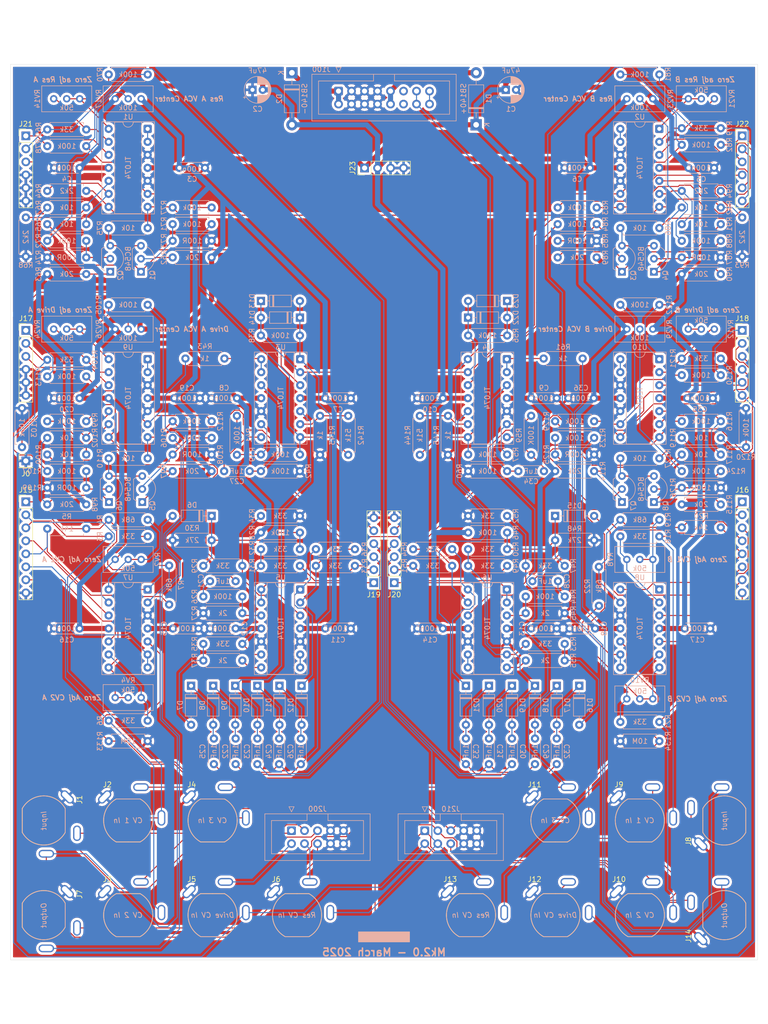
<source format=kicad_pcb>
(kicad_pcb (version 20241229) (generator "pcbnew") (generator_version "9.0")
  (title_block (rev "1") (company "DMH Instruments") (comment 1 "15cm Kosmo format synthesizer module PCB"))
  (layers (0 "F.Cu" signal) (2 "B.Cu" signal) (13 "F.Paste" user) (15 "B.Paste" user) (5 "F.SilkS" user "F.Silkscreen") (7 "B.SilkS" user "B.Silkscreen") (1 "F.Mask" user) (3 "B.Mask" user) (25 "Edge.Cuts" user))
  (net 0 "")
  (net 1 "GND")
  (net 2 "+12V")
  (net 3 "-12V")
  (net 4 "Net-(C21-Pad2)")
  (net 5 "Net-(J19C-Pin_3)")
  (net 6 "Net-(D13-K)")
  (net 7 "Net-(D7-K)")
  (net 8 "Net-(J19D-Pin_4)")
  (net 9 "Net-(D8-K)")
  (net 10 "Net-(D10-A)")
  (net 11 "Net-(J20C-Pin_3)")
  (net 12 "Net-(D10-K)")
  (net 13 "Net-(D11-K)")
  (net 14 "Net-(U4A-+)")
  (net 15 "Net-(C27-Pad1)")
  (net 16 "Net-(D1-A)")
  (net 17 "Net-(D2-K)")
  (net 18 "Net-(J20D-Pin_4)")
  (net 19 "Net-(D6-K)")
  (net 20 "Net-(D7-A)")
  (net 21 "Net-(D12-K)")
  (net 22 "Net-(D13-A)")
  (net 23 "/CV Processing/Link CV Switch")
  (net 24 "Net-(C28-Pad2)")
  (net 25 "/Drive A/Input")
  (net 26 "Net-(J200-Pin_1)")
  (net 27 "Net-(J200-Pin_2)")
  (net 28 "Net-(J200-Pin_3)")
  (net 29 "Net-(D17-K)")
  (net 30 "/Power/Bus Gate")
  (net 31 "/Inputs and Outputs A/CV 3 TN")
  (net 32 "/CV Processing/CV3 A Input")
  (net 33 "Net-(U1C--)")
  (net 34 "Net-(R4-Pad1)")
  (net 35 "Net-(U7C--)")
  (net 36 "Net-(D18-K)")
  (net 37 "/Drive A/Drive CV Input")
  (net 38 "Net-(J200-Pin_6)")
  (net 39 "Net-(U1B--)")
  (net 40 "Net-(J200-Pin_7)")
  (net 41 "Net-(R19-Pad1)")
  (net 42 "Net-(J200-Pin_8)")
  (net 43 "Net-(U2B--)")
  (net 44 "Net-(D19-K)")
  (net 45 "Net-(D16-K)")
  (net 46 "/Drive B/Input")
  (net 47 "/CV Processing/CV3 B Input")
  (net 50 "Net-(D22-A)")
  (net 51 "Net-(D20-K)")
  (net 52 "Net-(U5D-+)")
  (net 53 "Net-(C34-Pad1)")
  (net 54 "/Drive B/Drive CV Input")
  (net 55 "Net-(J210-Pin_8)")
  (net 56 "Net-(J15A-Pin_1)")
  (net 57 "/CV Processing/CV A")
  (net 58 "Net-(D15-K)")
  (net 59 "Net-(J15D-Pin_4)")
  (net 60 "Net-(D16-A)")
  (net 61 "Net-(D21-K)")
  (net 62 "Net-(D22-K)")
  (net 63 "/Inputs and Outputs A/Res CV Jack")
  (net 64 "/CV Processing/CV2 A Input")
  (net 65 "/CV Processing/CV1 A Input")
  (net 66 "/Core Circuit A/Input")
  (net 67 "/Core Circuit A/Output")
  (net 68 "Net-(J15G-Pin_7)")
  (net 69 "/Inputs and Outputs B/Res CV Jack")
  (net 70 "/CV Processing/CV2 B Input")
  (net 71 "/Core Circuit B/Input")
  (net 72 "/Core Circuit B/Output")
  (net 73 "/CV Processing/CV1 B Input")
  (net 74 "Net-(U1A--)")
  (net 75 "Net-(Q1-B)")
  (net 76 "Net-(Q1-E)")
  (net 77 "Net-(Q1-C)")
  (net 78 "Net-(Q2-C)")
  (net 79 "Net-(Q2-B)")
  (net 80 "Net-(Q3-B)")
  (net 81 "Net-(Q3-E)")
  (net 82 "Net-(Q3-C)")
  (net 83 "Net-(Q4-C)")
  (net 84 "Net-(Q4-B)")
  (net 85 "Net-(U5A-+)")
  (net 86 "Net-(R7-Pad1)")
  (net 87 "Net-(J16G-Pin_7)")
  (net 88 "Net-(J16C-Pin_3)")
  (net 89 "Net-(J17C-Pin_3)")
  (net 90 "/Drive A/Drive CV")
  (net 91 "Net-(J16A-Pin_1)")
  (net 92 "Net-(J18C-Pin_3)")
  (net 93 "Net-(J18B-Pin_2)")
  (net 94 "Net-(J17A-Pin_1)")
  (net 95 "Net-(U2A--)")
  (net 96 "/CV Processing/CV B")
  (net 97 "Net-(R22-Pad1)")
  (net 98 "Net-(J19B-Pin_2)")
  (net 99 "Net-(J19A-Pin_1)")
  (net 100 "Net-(U3C--)")
  (net 101 "Net-(U3D--)")
  (net 102 "Net-(U4B--)")
  (net 103 "Net-(R37-Pad1)")
  (net 104 "/Core Circuit A/Raw Output")
  (net 105 "Net-(U4A--)")
  (net 106 "Net-(U3B--)")
  (net 107 "Net-(U6A-+)")
  (net 108 "Net-(U3D-+)")
  (net 109 "Net-(U6D-+)")
  (net 110 "Net-(U5A--)")
  (net 111 "Net-(J20A-Pin_1)")
  (net 112 "Net-(U6B--)")
  (net 113 "Net-(R55-Pad1)")
  (net 114 "Net-(U1D--)")
  (net 115 "/Core Circuit B/Raw Output")
  (net 116 "Net-(U4C--)")
  (net 117 "Net-(U5B--)")
  (net 118 "Net-(U5C--)")
  (net 119 "Net-(U1C-+)")
  (net 120 "Net-(J20B-Pin_2)")
  (net 121 "Net-(J18E-Pin_5)")
  (net 122 "Net-(J21C-Pin_3)")
  (net 123 "Net-(J22C-Pin_3)")
  (net 124 "Net-(J18A-Pin_1)")
  (net 125 "Net-(J21A-Pin_1)")
  (net 126 "/Core Circuit A/Res Input")
  (net 127 "Net-(U2C--)")
  (net 128 "Net-(U6D--)")
  (net 129 "Net-(R81-Pad1)")
  (net 130 "Net-(J22B-Pin_2)")
  (net 131 "/Resonance A CV/Res CV")
  (net 132 "Net-(R88-Pad1)")
  (net 133 "Net-(J15B-Pin_2)")
  (net 134 "Net-(Q5-B)")
  (net 135 "/Core Circuit B/Res Input")
  (net 136 "Net-(Q5-E)")
  (net 137 "Net-(U2B-+)")
  (net 138 "Net-(Q5-C)")
  (net 139 "Net-(Q6-C)")
  (net 140 "Net-(U2D--)")
  (net 141 "Net-(U7D--)")
  (net 142 "Net-(Q6-B)")
  (net 143 "Net-(Q7-E)")
  (net 144 "Net-(Q7-C)")
  (net 145 "Net-(Q7-B)")
  (net 146 "Net-(Q8-C)")
  (net 147 "Net-(Q8-B)")
  (net 148 "Net-(U8A--)")
  (net 149 "Net-(U8B--)")
  (net 150 "Net-(R70-Pad1)")
  (net 151 "Net-(R72-Pad1)")
  (net 152 "Net-(U9C--)")
  (net 153 "Net-(U9C-+)")
  (net 154 "Net-(U9D--)")
  (net 155 "Net-(U9B--)")
  (net 156 "Net-(R105-Pad1)")
  (net 157 "Net-(R107-Pad1)")
  (net 158 "Net-(U10B--)")
  (net 159 "Net-(U10B-+)")
  (net 160 "Net-(U10A--)")
  (net 161 "Net-(R122-Pad1)")
  (net 162 "Net-(U10C--)")
  (net 163 "Net-(R124-Pad1)")
  (net 164 "Net-(U6C--)")
  (net 165 "Net-(J16B-Pin_2)")
  (net 166 "Net-(U9A--)")
  (net 167 "Net-(U10D--)")
  (net 168 "Net-(J22A-Pin_1)")
  (net 169 "Net-(J22E-Pin_5)")
  (footprint "Connector_PinHeader_2.54mm:PinHeader_1x08_P2.54mm_Vertical" (layer "F.Cu") (at 30 128)
    (property "Reference" "J15")
    (property "Value" "Conn_01x08_PinHeader" (hide yes))
  )
  (footprint "Connector_PinHeader_2.54mm:PinHeader_1x06_P2.54mm_Vertical" (layer "F.Cu") (at 30 94.5)
    (property "Reference" "J17")
    (property "Value" "Conn_01x06_PinHeader" (hide yes))
  )
  (footprint "SynthStuff:CUI_MJ-63052A" (layer "F.Cu") (at 83 208.75)
    (property "Reference" "J6")
    (property "Value" "TS_Jack_6.35mm_Sw" (hide yes))
  )
  (footprint "Connector_PinHeader_2.54mm:PinHeader_1x06_P2.54mm_Vertical" (layer "F.Cu") (at 170 56.5)
    (property "Reference" "J22")
    (property "Value" "Conn_01x06_PinHeader" (hide yes))
  )
  (footprint "Connector_PinHeader_2.54mm:PinHeader_1x06_P2.54mm_Vertical" (layer "F.Cu") (at 30 56.5)
    (property "Reference" "J21")
    (property "Value" "Conn_01x06_PinHeader" (hide yes))
  )
  (footprint "SynthStuff:CUI_MJ-63052A" (layer "F.Cu") (at 117 208.75)
    (property "Reference" "J13")
    (property "Value" "TS_Jack_6.35mm_Sw" (hide yes))
  )
  (footprint "SynthStuff:CUI_MJ-63052A" (layer "F.Cu") (at 133.5 190.25)
    (property "Reference" "J11")
    (property "Value" "TS_Jack_6.35mm_Sw" (hide yes))
  )
  (footprint "SynthStuff:CUI_MJ-63052A" (layer "F.Cu") (at 66.5 190.25)
    (property "Reference" "J4")
    (property "Value" "TS_Jack_6.35mm_Sw" (hide yes))
  )
  (footprint "Connector_PinHeader_2.54mm:PinHeader_1x06_P2.54mm_Vertical" (layer "F.Cu") (at 170 94.5)
    (property "Reference" "J18")
    (property "Value" "Conn_01x06_PinHeader" (hide yes))
  )
  (footprint "Connector_PinHeader_2.54mm:PinHeader_1x06_P2.54mm_Vertical" (layer "F.Cu") (at 102 143.8 180)
    (property "Reference" "J20")
    (property "Value" "Conn_01x06_PinHeader" (hide yes))
  )
  (footprint "Connector_PinHeader_2.54mm:PinHeader_1x01_P2.54mm_Vertical" (layer "F.Cu") (at 30 120)
    (property "Reference" "J0")
    (property "Value" "Conn_01x01" (hide yes))
  )
  (footprint "SynthStuff:CUI_MJ-63052A" (layer "F.Cu") (at 150 208.75)
    (property "Reference" "J10")
    (property "Value" "TS_Jack_6.35mm_Sw" (hide yes))
  )
  (footprint "Connector_PinHeader_2.54mm:PinHeader_1x06_P2.54mm_Vertical" (layer "F.Cu") (at 98 143.8 180)
    (property "Reference" "J19")
    (property "Value" "Conn_01x06_PinHeader" (hide yes))
  )
  (footprint "Connector_PinHeader_2.54mm:PinHeader_1x04_P2.54mm_Vertical" (layer "F.Cu") (at 96.2 62.775 90)
    (property "Reference" "J23")
    (property "Value" "Conn_01x04_PinHeader" (hide yes))
  )
  (footprint "Connector_PinHeader_2.54mm:PinHeader_1x08_P2.54mm_Vertical" (layer "F.Cu") (at 170 128)
    (property "Reference" "J16")
    (property "Value" "Conn_01x08_PinHeader" (hide yes))
  )
  (footprint "SynthStuff:CUI_MJ-63052A" (layer "F.Cu") (at 166.5 190.25 90)
    (property "Reference" "J8")
    (property "Value" "TS_Jack_6.35mm_Sw" (hide yes))
  )
  (footprint "SynthStuff:CUI_MJ-63052A" (layer "F.Cu") (at 50 208.75)
    (property "Reference" "J3")
    (property "Value" "TS_Jack_6.35mm_Sw" (hide yes))
  )
  (footprint "SynthStuff:CUI_MJ-63052A" (layer "F.Cu") (at 50 190.25)
    (property "Reference" "J2")
    (property "Value" "TS_Jack_6.35mm_Sw" (hide yes))
  )
  (footprint "SynthStuff:CUI_MJ-63052A" (layer "F.Cu") (at 66.5 208.75)
    (property "Reference" "J5")
    (property "Value" "TS_Jack_6.35mm_Sw" (hide yes))
  )
  (footprint "SynthStuff:CUI_MJ-63052A" (layer "F.Cu") (at 133.5 208.75)
    (property "Reference" "J12")
    (property "Value" "TS_Jack_6.35mm_Sw" (hide yes))
  )
  (footprint "SynthStuff:CUI_MJ-63052A" (layer "F.Cu") (at 150 190.25)
    (property "Reference" "J9")
    (property "Value" "TS_Jack_6.35mm_Sw" (hide yes))
  )
  (footprint "SynthStuff:CUI_MJ-63052A" (layer "F.Cu") (at 166.5 208.75 90)
    (property "Reference" "J14")
    (property "Value" "TS_Jack_6.35mm_Sw" (hide yes))
  )
  (footprint "SynthStuff:CUI_MJ-63052A" (layer "F.Cu") (at 33.5 190.25 -90)
    (property "Reference" "J1")
    (property "Value" "TS_Jack_6.35mm_Sw" (hide yes))
  )
  (footprint "SynthStuff:CUI_MJ-63052A" (layer "F.Cu") (at 33.5 208.75 -90)
    (property "Reference" "J7")
    (property "Value" "TS_Jack_6.35mm_Sw" (hide yes))
  )
  (footprint "Package_DIP:DIP-14_W7.62mm_Socket" (layer "B.Cu") (at 153.8 55.125 180)
    (property "Reference" "U2")
    (property "Value" "TL074")
  )
  (footprint "Diode_THT:D_DO-35_SOD27_P7.62mm_Horizontal" (layer "B.Cu") (at 120.5 163.94 -90)
    (property "Reference" "D20")
    (property "Value" "1N4148" (hide yes))
  )
  (footprint "SynthStuff:IDC-Header_2x05_P2.54mm_Vertical_BackBone" (layer "B.Cu") (at 107.96 192.2475 -90)
    (property "Reference" "J210")
    (property "Value" "IDC_02x05" (hide yes))
  )
  (footprint "Package_DIP:DIP-14_W7.62mm_Socket" (layer "B.Cu") (at 124 100.125 180)
    (property "Reference" "U4")
    (property "Value" "TL074")
  )
  (footprint "Diode_THT:D_DO-35_SOD27_P7.62mm_Horizontal" (layer "B.Cu") (at 62.29375 163.94 -90)
    (property "Reference" "D7")
    (property "Value" "1N4148" (hide yes))
  )
  (footprint "Package_TO_SOT_THT:TO-92L_Inline_Wide" (layer "B.Cu") (at 52.75 128.04 90)
    (property "Reference" "Q5")
    (property "Value" "BC548")
  )
  (footprint "Resistor_THT:R_Axial_DIN0207_L6.3mm_D2.5mm_P7.62mm_Horizontal" (layer "B.Cu") (at 46.19 89.5)
    (property "Reference" "R105")
    (property "Value" "100k")
  )
  (footprint "Resistor_THT:R_Axial_DIN0207_L6.3mm_D2.5mm_P7.62mm_Horizontal" (layer "B.Cu") (at 34.19 100.25)
    (property "Reference" "R104")
    (property "Value" "33k")
  )
  (footprint "Resistor_THT:R_Axial_DIN0207_L6.3mm_D2.5mm_P7.62mm_Horizontal" (layer "B.Cu") (at 34.19 80.25)
    (property "Reference" "R74")
    (property "Value" "100R")
  )
  (footprint "Diode_THT:D_DO-35_SOD27_P7.62mm_Horizontal" (layer "B.Cu") (at 124.06 88.75 180)
    (property "Reference" "D23")
    (property "Value" "1N4148" (hide yes))
  )
  (footprint "Capacitor_THT:C_Disc_D4.3mm_W1.9mm_P5.00mm" (layer "B.Cu") (at 66 152.75)
    (property "Reference" "C12")
    (property "Value" "100nF")
  )
  (footprint "Resistor_THT:R_Axial_DIN0207_L6.3mm_D2.5mm_P7.62mm_Horizontal" (layer "B.Cu") (at 128.75 111.19 -90)
    (property "Reference" "R59")
    (property "Value" "100K")
  )
  (footprint "Capacitor_THT:C_Disc_D4.3mm_W1.9mm_P5.00mm" (layer "B.Cu") (at 66.75 174.25 -90)
    (property "Reference" "C25")
    (property "Value" "1nF")
  )
  (footprint "Capacitor_THT:C_Disc_D4.3mm_W1.9mm_P5.00mm" (layer "B.Cu") (at 116 174.25 -90)
    (property "Reference" "C33")
    (property "Value" "1nF")
  )
  (footprint "Resistor_THT:R_Axial_DIN0207_L6.3mm_D2.5mm_P7.62mm_Horizontal" (layer "B.Cu") (at 41.81 118.75 180)
    (property "Reference" "R100")
    (property "Value" "10k")
  )
  (footprint "Resistor_THT:R_Axial_DIN0207_L6.3mm_D2.5mm_P7.62mm_Horizontal" (layer "B.Cu") (at 170 72.44 -90)
    (property "Reference" "R93")
    (property "Value" "2k2")
  )
  (footprint "Resistor_THT:R_Axial_DIN0207_L6.3mm_D2.5mm_P7.62mm_Horizontal" (layer "B.Cu") (at 34.19 128.5)
    (property "Reference" "R98")
    (property "Value" "20k")
  )
  (footprint "Package_TO_SOT_THT:TO-92L_Inline_Wide" (layer "B.Cu") (at 46.25 128.04 90)
    (property "Reference" "Q6")
    (property "Value" "BC548" (hide yes))
  )
  (footprint "Potentiometer_THT:Potentiometer_Bourns_3296W_Vertical" (layer "B.Cu") (at 47.46 94.25 180)
    (property "Reference" "RV26")
    (property "Value" "100k")
  )
  (footprint "Resistor_THT:R_Axial_DIN0207_L6.3mm_D2.5mm_P7.62mm_Horizontal" (layer "B.Cu") (at 133.94 70.5)
    (property "Reference" "R83")
    (property "Value" "100k")
  )
  (footprint "Resistor_THT:R_Axial_DIN0207_L6.3mm_D2.5mm_P7.62mm_Horizontal" (layer "B.Cu") (at 165.81 100 180)
    (property "Reference" "R121")
    (property "Value" "33k")
  )
  (footprint "Resistor_THT:R_Axial_DIN0207_L6.3mm_D2.5mm_P7.62mm_Horizontal" (layer "B.Cu") (at 72.31 159 180)
    (property "Reference" "R37")
    (property "Value" "2k")
  )
  (footprint "Resistor_THT:R_Axial_DIN0207_L6.3mm_D2.5mm_P7.62mm_Horizontal" (layer "B.Cu") (at 165.81 80.25 180)
    (property "Reference" "R87")
    (property "Value" "100R")
  )
  (footprint "Capacitor_THT:CP_Radial_D5.0mm_P2.00mm" (layer "B.Cu") (at 123.794888 47.5)
    (property "Reference" "C1")
    (property "Value" "47uF")
  )
  (footprint "Resistor_THT:R_Axial_DIN0207_L6.3mm_D2.5mm_P7.62mm_Horizontal" (layer "B.Cu") (at 165.81 70.5 180)
    (property "Reference" "R92")
    (property "Value" "10k")
  )
  (footprint "Resistor_THT:R_Axial_DIN0207_L6.3mm_D2.5mm_P7.62mm_Horizontal" (layer "B.Cu") (at 165.81 128.5 180)
    (property "Reference" "R115")
    (property "Value" "20k")
  )
  (footprint "Resistor_THT:R_Axial_DIN0207_L6.3mm_D2.5mm_P7.62mm_Horizontal" (layer "B.Cu") (at 83.56 95.5 180)
    (property "Reference" "R38")
    (property "Value" "100k")
  )
  (footprint "Package_DIP:DIP-14_W7.62mm_Socket" (layer "B.Cu") (at 53.8 55.125 180)
    (property "Reference" "U1")
    (property "Value" "TL074")
  )
  (footprint "Capacitor_THT:C_Disc_D4.3mm_W1.9mm_P5.00mm" (layer "B.Cu") (at 125 179.25 90)
    (property "Reference" "C30")
    (property "Value" "1nF")
  )
  (footprint "Resistor_THT:R_Axial_DIN0207_L6.3mm_D2.5mm_P7.62mm_Horizontal" (layer "B.Cu") (at 75.94 134)
    (property "Reference" "R28")
    (property "Value" "100k")
  )
  (footprint "Resistor_THT:R_Axial_DIN0207_L6.3mm_D2.5mm_P7.62mm_Horizontal" (layer "B.Cu") (at 93 111.19 -90)
    (property "Reference" "R142")
    (property "Value" "51k")
  )
  (footprint "Package_TO_SOT_THT:TO-92L_Inline_Wide" (layer "B.Cu") (at 152.75 128.04 90)
    (property "Reference" "Q8")
    (property "Value" "BC548")
  )
  (footprint "Resistor_THT:R_Axial_DIN0207_L6.3mm_D2.5mm_P7.62mm_Horizontal" (layer "B.Cu") (at 153.81 171 180)
    (property "Reference" "R21")
    (property "Value" "33k")
  )
  (footprint "Diode_THT:D_DO-35_SOD27_P7.62mm_Horizontal" (layer "B.Cu") (at 66.31 130.75 180)
    (property "Reference" "D6")
    (property "Value" "1N4148" (hide yes))
  )
  (footprint "Resistor_THT:R_Axial_DIN0207_L6.3mm_D2.5mm_P7.62mm_Horizontal" (layer "B.Cu") (at 71.25 118.81 90)
    (property "Reference" "R41")
    (property "Value" "100k")
  )
  (footprint "Resistor_THT:R_Axial_DIN0207_L6.3mm_D2.5mm_P7.62mm_Horizontal" (layer "B.Cu") (at 141.56 73.75 180)
    (property "Reference" "R84")
    (property "Value" "100k")
  )
  (footprint "Package_TO_SOT_THT:TO-92L_Inline_Wide" (layer "B.Cu") (at 146.5 128.04 90)
    (property "Reference" "Q7")
    (property "Value" "BC548" (hide yes))
  )
  (footprint "Resistor_THT:R_Axial_DIN0207_L6.3mm_D2.5mm_P7.62mm_Horizontal" (layer "B.Cu") (at 124.06 95.5 180)
    (property "Reference" "R56")
    (property "Value" "100k")
  )
  (footprint "Resistor_THT:R_Axial_DIN0207_L6.3mm_D2.5mm_P7.62mm_Horizontal" (layer "B.Cu") (at 53.81 131.5 180)
    (property "Reference" "R4")
    (property "Value" "68k")
  )
  (footprint "Resistor_THT:R_Axial_DIN0207_L6.3mm_D2.5mm_P7.62mm_Horizontal" (layer "B.Cu") (at 72.31 155.75 180)
    (property "Reference" "R35")
    (property "Value" "33k")
  )
  (footprint "Potentiometer_THT:Potentiometer_Bourns_3296W_Vertical" (layer "B.Cu") (at 52.54 166.25)
    (property "Reference" "RV4")
    (property "Value" "50k")
  )
  (footprint "Capacitor_THT:C_Disc_D4.3mm_W1.9mm_P5.00mm" (layer "B.Cu") (at 35.5 62.75)
    (property "Reference" "C4")
    (property "Value" "100nF")
  )
  (footprint "Resistor_THT:R_Axial_DIN0207_L6.3mm_D2.5mm_P7.62mm_Horizontal" (layer "B.Cu") (at 83.56 137.25 180)
    (property "Reference" "R32")
    (property "Value" "33k")
  )
  (footprint "Capacitor_THT:C_Disc_D4.3mm_W1.9mm_P5.00mm" (layer "B.Cu") (at 133.75 174.25 -90)
    (property "Reference" "C32")
    (property "Value" "1nF")
  )
  (footprint "Capacitor_THT:C_Disc_D4.3mm_W1.9mm_P5.00mm" (layer "B.Cu") (at 71 179.25 90)
    (property "Reference" "C22")
    (property "Value" "1nF")
  )
  (footprint "Resistor_THT:R_Axial_DIN0207_L6.3mm_D2.5mm_P7.62mm_Horizontal" (layer "B.Cu") (at 34.19 55.25)
    (property "Reference" "R69")
    (property "Value" "33k")
  )
  (footprint "Resistor_THT:R_Axial_DIN0207_L6.3mm_D2.5mm_P7.62mm_Horizontal" (layer "B.Cu") (at 83.56 118.75 180)
    (property "Reference" "R39")
    (property "Value" "100k")
  )
  (footprint "Resistor_THT:R_Axial_DIN0207_L6.3mm_D2.5mm_P7.62mm_Horizontal" (layer "B.Cu") (at 153.81 119.5 180)
    (property "Reference" "R127")
    (property "Value" "10k")
  )
  (footprint "Package_DIP:DIP-14_W7.62mm_Socket" (layer "B.Cu") (at 124 145.125 180)
    (property "Reference" "U6")
    (property "Value" "TL074")
  )
  (footprint "Diode_THT:D_DO-35_SOD27_P7.62mm_Horizontal" (layer "B.Cu") (at 83.56 92 180)
    (property "Reference" "D14")
    (property "Value" "1N4148" (hide yes))
  )
  (footprint "Potentiometer_THT:Potentiometer_Bourns_3296W_Vertical" (layer "B.Cu") (at 147.45 139.25 180)
    (property "Reference" "RV8")
    (property "Value" "50k")
  )
  (footprint "Resistor_THT:R_Axial_DIN0207_L6.3mm_D2.5mm_P7.62mm_Horizontal" (layer "B.Cu") (at 124.06 140.5 180)
    (property "Reference" "R49")
    (property "Value" "33k")
  )
  (footprint "Resistor_THT:R_Axial_DIN0207_L6.3mm_D2.5mm_P7.62mm_Horizontal" (layer "B.Cu") (at 66.31 77 180)
    (property "Reference" "R73")
    (property "Value" "100R")
  )
  (footprint "Resistor_THT:R_Axial_DIN0207_L6.3mm_D2.5mm_P7.62mm_Horizontal" (layer "B.Cu") (at 135.31 146.5 180)
    (property "Reference" "R44")
    (property "Value" "100k")
  )
  (footprint "Resistor_THT:R_Axial_DIN0207_L6.3mm_D2.5mm_P7.62mm_Horizontal" (layer "B.Cu") (at 165.81 115.5 180)
    (property "Reference" "R119")
    (property "Value" "10k")
  )
  (footprint "Package_DIP:DIP-14_W7.62mm_Socket" (layer "B.Cu") (at 83.62 145.125 180)
    (property "Reference" "U5")
    (property "Value" "TL074")
  )
  (footprint "Capacitor_THT:C_Disc_D4.3mm_W1.9mm_P5.00mm" (layer "B.Cu") (at 136 107.75)
    (property "Reference" "C36")
    (property "Value" "100nF")
  )
  (footprint "Resistor_THT:R_Axial_DIN0207_L6.3mm_D2.5mm_P7.62mm_Horizontal" (layer "B.Cu") (at 94.31 137.25 180)
    (property "Reference" "R36")
    (property "Value" "33k")
  )
  (footprint "Resistor_THT:R_Axial_DIN0207_L6.3mm_D2.5mm_P7.62mm_Horizontal" (layer "B.Cu") (at 66.31 135.5 180)
    (property "Reference" "R30")
    (property "Value" "27k")
  )
  (footprint "Resistor_THT:R_Axial_DIN0207_L6.3mm_D2.5mm_P7.62mm_Horizontal" (layer "B.Cu") (at 141.06 118.75 180)
    (property "Reference" "R125")
    (property "Value" "100R")
  )
  (footprint "Diode_THT:D_DO-41_SOD81_P10.16mm_Horizontal" (layer "B.Cu") (at 82 44.17 -90)
    (property "Reference" "D2")
    (property "Value" "SB140-")
  )
  (footprint "Capacitor_THT:C_Disc_D4.3mm_W1.9mm_P5.00mm" (layer "B.Cu") (at 129.5 179.25 90)
    (property "Reference" "C29")
    (property "Value" "1nF")
  )
  (footprint "Resistor_THT:R_Axial_DIN0207_L6.3mm_D2.5mm_P7.62mm_Horizontal" (layer "B.Cu") (at 64.69 149.75)
    (property "Reference" "R27")
    (property "Value" "2k")
  )
  (footprint "Resistor_THT:R_Axial_DIN0207_L6.3mm_D2.5mm_P7.62mm_Horizontal" (layer "B.Cu") (at 158.19 73.75)
    (property "Reference" "R91")
    (property "Value" "10k")
  )
  (footprint "Resistor_THT:R_Axial_DIN0207_L6.3mm_D2.5mm_P7.62mm_Horizontal" (layer "B.Cu") (at 146.19 174.75)
    (property "Reference" "R134")
    (property "Value" "10M")
  )
  (footprint "Diode_THT:D_DO-35_SOD27_P7.62mm_Horizontal" (layer "B.Cu") (at 116 163.94 -90)
    (property "Reference" "D21")
    (property "Value" "1N4148" (hide yes))
  )
  (footprint "Resistor_THT:R_Axial_DIN0207_L6.3mm_D2.5mm_P7.62mm_Horizontal" (layer "B.Cu") (at 41.81 115.5 180)
    (property "Reference" "R102")
    (property "Value" "10k")
  )
  (footprint "Capacitor_THT:C_Disc_D4.3mm_W1.9mm_P5.00mm" (layer "B.Cu") (at 60 62.75)
    (property "Reference" "C3")
    (property "Value" "100nF")
  )
  (footprint "Capacitor_THT:C_Disc_D4.3mm_W1.9mm_P5.00mm" (layer "B.Cu") (at 59 107.75)
    (property "Reference" "C19")
    (property "Value" "100nF")
  )
  (footprint "Resistor_THT:R_Axial_DIN0207_L6.3mm_D2.5mm_P7.62mm_Horizontal" (layer "B.Cu") (at 135.31 149.75 180)
    (property "Reference" "R45")
    (property "Value" "2k")
  )
  (footprint "Resistor_THT:R_Axial_DIN0207_L6.3mm_D2.5mm_P7.62mm_Horizontal" (layer "B.Cu") (at 153.81 74.5 180)
    (property "Reference" "R86")
    (property "Value" "10k")
  )
  (footprint "Capacitor_THT:C_Disc_D4.3mm_W1.9mm_P5.00mm" (layer "B.Cu") (at 35.5 107.75)
    (property "Reference" "C20")
    (property "Value" "100nF")
  )
  (footprint "Resistor_THT:R_Axial_DIN0207_L6.3mm_D2.5mm_P7.62mm_Horizontal" (layer "B.Cu") (at 165.81 125.25 180)
    (property "Reference" "R126")
    (property "Value" "100R")
  )
  (footprint "Package_DIP:DIP-14_W7.62mm_Socket" (layer "B.Cu") (at 153.8 145.125 180)
    (property "Reference" "U8")
    (property "Value" "TL074")
  )
  (footprint "Resistor_THT:R_Axial_DIN0207_L6.3mm_D2.5mm_P7.62mm_Horizontal" (layer "B.Cu") (at 170.75 117.31 90)
    (property "Reference" "R120")
    (property "Value" "100k")
  )
  (footprint "Potentiometer_THT:Potentiometer_Bourns_3296W_Vertical" (layer "B.Cu") (at 47.46 49.25 180)
    (property "Reference" "RV17")
    (property "Value" "100k")
  )
  (footprint "Resistor_THT:R_Axial_DIN0207_L6.3mm_D2.5mm_P7.62mm_Horizontal" (layer "B.Cu") (at 141.56 77 180)
    (property "Reference" "R85")
    (property "Value" "100R")
  )
  (footprint "Capacitor_THT:CP_Radial_D5.0mm_P2.00mm" (layer "B.Cu") (at 74.294888 47.5)
    (property "Reference" "C2")
    (property "Value" "47uF")
  )
  (footprint "Diode_THT:D_DO-35_SOD27_P7.62mm_Horizontal" (layer "B.Cu") (at 133.75 163.94 -90)
    (property "Reference" "D17")
    (property "Value" "1N4148" (hide yes))
  )
  (footprint "Diode_THT:D_DO-35_SOD27_P7.62mm_Horizontal" (layer "B.Cu") (at 129.5 163.94 -90)
    (property "Reference" "D18")
    (property "Value" "1N4148" (hide yes))
  )
  (footprint "Capacitor_THT:C_Disc_D4.3mm_W1.9mm_P5.00mm" (layer "B.Cu") (at 79.5 179.25 90)
    (property "Reference" "C24")
    (property "Value" "1nF")
  )
  (footprint "Package_DIP:DIP-14_W7.62mm_Socket" (layer "B.Cu") (at 53.8 145.125 180)
    (property "Reference" "U7")
    (property "Value" "TL074")
  )
  (footprint "Resistor_THT:R_Axial_DIN0207_L6.3mm_D2.5mm_P7.62mm_Horizontal" (layer "B.Cu") (at 141.06 122 180)
    (property "Reference" "R114")
    (property "Value" "20k")
  )
  (footprint "Diode_THT:D_DO-35_SOD27_P7.62mm_Horizontal" (layer "B.Cu") (at 116.44 92)
    (property "Reference" "D22")
    (property "Value" "1N4148" (hide yes))
  )
  (footprint "Resistor_THT:R_Axial_DIN0207_L6.3mm_D2.5mm_P7.62mm_Horizontal" (layer "B.Cu") (at 141.06 112.25 180)
    (property "Reference" "R129")
    (property "Value" "100k")
  )
  (footprint "Resistor_THT:R_Axial_DIN0207_L6.3mm_D2.5mm_P7.62mm_Horizontal" (layer "B.Cu") (at 158.19 122)
    (property "Reference" "R124")
    (property "Value" "100k")
  )
  (footprint "Resistor_THT:R_Axial_DIN0207_L6.3mm_D2.5mm_P7.62mm_Horizontal" (layer "B.Cu") (at 58 148.06 90)
    (property "Reference" "R7")
    (property "Value" "68k")
  )
  (footprint "Resistor_THT:R_Axial_DIN0207_L6.3mm_D2.5mm_P7.62mm_Horizontal" (layer "B.Cu") (at 41.81 67.25 180)
    (property "Reference" "R64")
    (property "Value" "2k2")
  )
  (footprint "Diode_THT:D_DO-35_SOD27_P7.62mm_Horizontal" (layer "B.Cu") (at 83.8875 163.94 -90)
    (property "Reference" "D12")
    (property "Value" "1N4148" (hide yes))
  )
  (footprint "Capacitor_THT:C_Disc_D4.3mm_W1.9mm_P5.00mm" (layer "B.Cu") (at 35.5 152.75)
    (property "Reference" "C16")
    (property "Value" "100nF")
  )
  (footprint "Resistor_THT:R_Axial_DIN0207_L6.3mm_D2.5mm_P7.62mm_Horizontal" (layer "B.Cu") (at 133.94 80.25)
    (property "Reference" "R89")
    (property "Value" "20k")
  )
  (footprint "Resistor_THT:R_Axial_DIN0207_L6.3mm_D2.5mm_P7.62mm_Horizontal" (layer "B.Cu") (at 127.69 155.75)
    (property "Reference" "R53")
    (property "Value" "33k")
  )
  (footprint "Diode_THT:D_DO-41_SOD81_P10.16mm_Horizontal" (layer "B.Cu") (at 118 54.33 90)
    (property "Reference" "D1")
    (property "Value" "SB140+")
  )
  (footprint "Capacitor_THT:C_Disc_D4.3mm_W1.9mm_P5.00mm" (layer "B.Cu") (at 120.5 179.25 90)
    (property "Reference" "C31")
    (property "Value" "1nF")
  )
  (footprint "Potentiometer_THT:Potentiometer_Bourns_3296W_Vertical" (layer "B.Cu") (at 164.55 49.25)
    (property "Reference" "RV21")
    (property "Value" "50k")
  )
  (footprint "Capacitor_THT:C_Disc_D4.3mm_W1.9mm_P5.00mm" (layer "B.Cu") (at 88.5 152.75)
    (property "Reference" "C11")
    (property "Value" "100nF")
  )
  (footprint "Package_TO_SOT_THT:TO-92L_Inline_Wide" (layer "B.Cu") (at 46.5 83.03 90)
    (property "Reference" "Q2")
    (property "Value" "BC548")
  )
  (footprint "SynthStuff:IDC-Header_2x05_P2.54mm_Vertical_BackBone" (layer "B.Cu") (at 81.92 192.2475 -90)
    (property "Reference" "J200")
    (property "Value" "IDC_02x05" (hide yes))
  )
  (footprint "Potentiometer_THT:Potentiometer_Bourns_3296W_Vertical" (layer "B.Cu") (at 147.45 49.25 180)
    (property "Reference" "RV23")
    (property "Value" "100k")
  )
  (footprint "Capacitor_THT:C_Disc_D4.3mm_W1.9mm_P5.00mm" (layer "B.Cu") (at 66.25 107.75)
    (property "Reference" "C8")
    (property "Value" "100nF")
  )
  (footprint "Resistor_THT:R_Axial_DIN0207_L6.3mm_D2.5mm_P7.62mm_Horizontal" (layer "B.Cu") (at 153.81 131.5 180)
    (property "Reference" "R19")
    (property "Value" "68k")
  )
  (footprint "Resistor_THT:R_Axial_DIN0207_L6.3mm_D2.5mm_P7.62mm_Horizontal" (layer "B.Cu") (at 158.19 112.25)
    (property "Reference" "R116")
    (property "Value" "100k")
  )
  (footprint "Resistor_THT:R_Axial_DIN0207_L6.3mm_D2.5mm_P7.62mm_Horizontal" (layer "B.Cu") (at 64.69 140.5)
    (property "Reference" "R29")
    (property "Value" "33k")
  )
  (footprint "Resistor_THT:R_Axial_DIN0207_L6.3mm_D2.5mm_P7.62mm_Horizontal" (layer "B.Cu") (at 29.25 117.31 90)
    (property "Reference" "R103")
    (property "Value" "100k")
  )
  (footprint "Resistor_THT:R_Axial_DIN0207_L6.3mm_D2.5mm_P7.62mm_Horizontal" (layer "B.Cu") (at 133.44 115.5)
    (property "Reference" "R123")
    (property "Value" "100k")
  )
  (footprint "Resistor_THT:R_Axial_DIN0207_L6.3mm_D2.5mm_P7.62mm_Horizontal" (layer "B.Cu") (at 116.44 122)
    (property "Reference" "R60")
    (property "Value" "100k")
  )
  (footprint "Resistor_THT:R_Axial_DIN0207_L6.3mm_D2.5mm_P7.62mm_Horizontal" (layer "B.Cu") (at 64.69 146.5)
    (property "Reference" "R26")
    (property "Value" "100k")
  )
  (footprint "Capacitor_THT:C_Disc_D4.3mm_W1.9mm_P5.00mm" (layer "B.Cu") (at 83.75 174.25 -90)
    (property "Reference" "C26")
    (property "Value" "1nF")
  )
  (footprint "Potentiometer_THT:Potentiometer_Bourns_3296W_Vertical" (layer "B.Cu") (at 47.46 139.25 180)
    (property "Reference" "RV2")
    (property "Value" "50k")
  )
  (footprint "Resistor_THT:R_Axial_DIN0207_L6.3mm_D2.5mm_P7.62mm_Horizontal" (layer "B.Cu") (at 124.06 137.25 180)
    (property "Reference" "R50")
    (property "Value" "33k")
  )
  (footprint "Resistor_THT:R_Axial_DIN0207_L6.3mm_D2.5mm_P7.62mm_Horizontal" (layer "B.Cu") (at 58.69 122)
    (property "Reference" "R97")
    (property "Value" "20k")
  )
  (footprint "Package_DIP:DIP-14_W7.62mm_Socket" (layer "B.Cu") (at 83.62 100.125 180)
    (property "Reference" "U3")
    (property "Value" "TL074")
  )
  (footprint "Resistor_THT:R_Axial_DIN0207_L6.3mm_D2.5mm_P7.62mm_Horizontal" (layer "B.Cu") (at 41.81 73.75 180)
    (property "Reference" "R65")
    (property "Value" "10k")
  )
  (footprint "Capacitor_THT:C_Disc_D4.3mm_W1.9mm_P5.00mm" (layer "B.Cu") (at 88.5 107.75)
    (property "Reference" "C7")
    (property "Value" "100nF")
  )
  (footprint "Resistor_THT:R_Axial_DIN0207_L6.3mm_D2.5mm_P7.62mm_Horizontal" (layer "B.Cu") (at 41.81 133.25 180)
    (property "Reference" "R5")
    (property "Value" "14k")
  )
  (footprint "Resistor_THT:R_Axial_DIN0207_L6.3mm_D2.5mm_P7.62mm_Horizontal" (layer "B.Cu") (at 153.81 44.5 180)
    (property "Reference" "R81")
    (property "Value" "100k")
  )
  (footprint "Resistor_THT:R_Axial_DIN0207_L6.3mm_D2.5mm_P7.62mm_Horizontal" (layer "B.Cu") (at 116.44 118.75)
    (property "Reference" "R57")
    (property "Value" "100k")
  )
  (footprint "Resistor_THT:R_Axial_DIN0207_L6.3mm_D2.5mm_P7.62mm_Horizontal" (layer "B.Cu") (at 105.69 140.5)
    (property "Reference" "R51")
    (property "Value" "33k")
  )
  (footprint "Capacitor_THT:C_Disc_D4.3mm_W1.9mm_P5.00mm" (layer "B.Cu") (at 58.75 152.75)
    (property "Reference" "C15")
    (property "Value" "100nF")
  )
  (footprint "Potentiometer_THT:Potentiometer_Bourns_3296W_Vertical" (layer "B.Cu") (at 35.45 94.25 180)
    (property "Reference" "RV24")
    (property "Value" "50k")
  )
  (footprint "Resistor_THT:R_Axial_DIN0207_L6.3mm_D2.5mm_P7.62mm_Horizontal" (layer "B.Cu") (at 30 72.44 -90)
    (property "Reference" "R68")
    (property "Value" "2k2")
  )
  (footprint "Capacitor_THT:C_Disc_D4.3mm_W1.9mm_P5.00mm" (layer "B.Cu") (at 159.5 62.75)
    (property "Reference" "C5")
    (property "Value" "100nF")
  )
  (footprint "Resistor_THT:R_Axial_DIN0207_L6.3mm_D2.5mm_P7.62mm_Horizontal" (layer "B.Cu") (at 34.19 125.25)
    (property "Reference" "R109")
    (property "Value" "100R")
  )
  (footprint "SynthStuff:IDC-Header_2x08_P2.54mm_Vertical_Eurorack" (layer "B.Cu") (at 91.11 47.7475 -90)
    (property "Reference" "J100")
    (property "Value" "IDC_02x08" (hide yes))
  )
  (footprint "Resistor_THT:R_Axial_DIN0207_L6.3mm_D2.5mm_P7.62mm_Horizontal" (layer "B.Cu") (at 87.5 118.81 90)
    (property "Reference" "R143")
    (property "Value" "1k")
  )
  (footprint "Resistor_THT:R_Axial_DIN0207_L6.3mm_D2.5mm_P7.62mm_Horizontal" (layer "B.Cu") (at 66.31 115.5 180)
    (property "Reference" "R106")
    (property "Value" "100k")
  )
  (footprint "Capacitor_THT:C_Disc_D4.3mm_W1.9mm_P5.00mm" (layer "B.Cu") (at 128.75 107.75)
    (property "Reference" "C9")
    (property "Value" "100nF")
  )
  (footprint "Resistor_THT:R_Axial_DIN0207_L6.3mm_D2.5mm_P7.62mm_Horizontal" (layer "B.Cu") (at 34.19 58.5)
    (property "Reference" "R78")
    (property "Value" "100k")
  )
  (footprint "Resistor_THT:R_Axial_DIN0207_L6.3mm_D2.5mm_P7.62mm_Horizontal" (layer "B.Cu") (at 94.31 140.5 180)
    (property "Reference" "R33")
    (property "Value" "33k")
  )
  (footprint "Package_DIP:DIP-14_W7.62mm_Socket" (layer "B.Cu") (at 153.8 100.125 180)
    (property "Reference" "U10")
    (property "Value" "TL074")
  )
  (footprint "Potentiometer_THT:Potentiometer_Bourns_3296W_Vertical" (layer "B.Cu") (at 147.46 94.25 180)
    (property "Reference" "RV29")
    (property "Value" "100k")
  )
  (footprint "Capacitor_THT:C_Disc_D4.3mm_W1.9mm_P5.00mm" (layer "B.Cu") (at 68.75 122)
    (property "Reference" "C27")
    (property "Value" "1uF")
  )
  (footprint "Resistor_THT:R_Axial_DIN0207_L6.3mm_D2.5mm_P7.62mm_Horizontal" (layer "B.Cu") (at 142 148.31 90)
    (property "Reference" "R22")
    (property "Value" "68k")
  )
  (footprint "Diode_THT:D_DO-35_SOD27_P7.62mm_Horizontal" (layer "B.Cu") (at 125 163.94 -90)
    (property "Reference" "D19")
    (property "Value" "1N4148" (hide yes))
  )
  (footprint "Resistor_THT:R_Axial_DIN0207_L6.3mm_D2.5mm_P7.62mm_Horizontal" (layer "B.Cu") (at 127.69 159)
    (property "Reference" "R55")
    (property "Value" "2k")
  )
  (footprint "Resistor_THT:R_Axial_DIN0207_L6.3mm_D2.5mm_P7.62mm_Horizontal" (layer "B.Cu") (at 41.81 83.5 180)
    (property "Reference" "R63")
    (property "Value" "20k")
  )
  (footprint "Resistor_THT:R_Axial_DIN0207_L6.3mm_D2.5mm_P7.62mm_Horizontal" (layer "B.Cu") (at 41.81 70.5 180)
    (property "Reference" "R67")
    (property "Value" "10k")
  )
  (footprint "Resistor_THT:R_Axial_DIN0207_L6.3mm_D2.5mm_P7.62mm_Horizontal" (layer "B.Cu") (at 165.81 55 180)
    (property "Reference" "R79")
    (property "Value" "33k")
  )
  (footprint "Capacitor_THT:C_Disc_D4.3mm_W1.9mm_P5.00mm" (layer "B.Cu") (at 131.25 122 180)
    (property "Reference" "C34")
    (property "Value" "1uF")
  )
  (footprint "Resistor_THT:R_Axial_DIN0207_L6.3mm_D2.5mm_P7.62mm_Horizontal" (layer "B.Cu") (at 165.81 58.25 180)
    (property "Reference" "R82")
    (property "Value" "100k")
  )
  (footprint "Capacitor_THT:C_Disc_D4.3mm_W1.9mm_P5.00mm" (layer "B.Cu") (at 129 143.5)
    (property "Reference" "C28")
    (property "Value" "1uF")
  )
  (footprint "Capacitor_THT:C_Disc_D4.3mm_W1.9mm_P5.00mm" (layer "B.Cu") (at 106.5 107.75)
    (property "Reference" "C10")
    (property "Value" "100nF")
  )
  (footprint "Capacitor_THT:C_Disc_D4.3mm_W1.9mm_P5.00mm" (layer "B.Cu") (at 135.25 62.75)
    (property "Reference" "C6")
    (property "Value" "100nF")
  )
  (footprint "Resistor_THT:R_Axial_DIN0207_L6.3mm_D2.5mm_P7.62mm_Horizontal" (layer "B.Cu") (at 116.44 130.75)
    (property "Reference" "R52")
    (property "Value" "33k")
  )
  (footprint "Resistor_THT:R_Axial_DIN0207_L6.3mm_D2.5mm_P7.62mm_Horizontal" (layer "B.Cu") (at 165.81 67.25 180)
    (property "Reference" "R94")
    (property "Value" "2k2")
  )
  (footprint "Resistor_THT:R_Axial_DIN0207_L6.3mm_D2.5mm_P7.62mm_Horizontal" (layer "B.Cu") (at 116.44 134)
    (property "Reference" "R46")
    (property "Value" "100k")
  )
  (footprint "Capacitor_THT:C_Disc_D4.3mm_W1.9mm_P5.00mm" (layer "B.Cu") (at 158.75 152.75)
    (property "Reference" "C17")
    (property "Value" "100nF")
  )
  (footprint "Potentiometer_THT:Potentiometer_Bourns_3296W_Vertical" (layer "B.Cu") (at 147.45 166.5 180)
    (property "Reference" "RV10")
    (property "Value" "50k")
  )
  (footprint "Diode_THT:D_DO-35_SOD27_P7.62mm_Horizontal" (layer "B.Cu") (at 138.15 163.94 -90)
    (property "Reference" "D16")
    (property "Value" "1N4148" (hide yes))
  )
  (footprint "Resistor_THT:R_Axial_DIN0207_L6.3mm_D2.5mm_P7.62mm_Horizontal" (layer "B.Cu") (at 153.81 89.5 180)
    (property "Reference" "R122")
    (property "Value" "100k")
  )
  (footprint "Resistor_THT:R_Axial_DIN0207_L6.3mm_D2.5mm_P7.62mm_Horizontal" (layer "B.Cu") (at 68.81 100 180)
    (property "Reference" "R43")
    (property "Value" "1k")
  )
  (footprint "Resistor_THT:R_Axial_DIN0207_L6.3mm_D2.5mm_P7.62mm_Horizontal" (layer "B.Cu") (at 41.81 112.25 180)
    (property "Reference" "R99")
    (property "Value" "100k")
  )
  (footprint "Resistor_THT:R_Axial_DIN0207_L6.3mm_D2.5mm_P7.62mm_Horizontal" (layer "B.Cu") (at 46.19 44.5)
    (property "Reference" "R70")
    (property "Value" "100k")
  )
  (footprint "Resistor_THT:R_Axial_DIN0207_L6.3mm_D2.5mm_P7.62mm_Horizontal" (layer "B.Cu") (at 53.81 74.5 180)
    (property "Reference" "R75")
    (property "Value" "10k")
  )
  (footprint "Resistor_THT:R_Axial_DIN0207_L6.3mm_D2.5mm_P7.62mm_Horizontal" (layer "B.Cu") (at 66.31 112.25 180)
    (property "Reference" "R112")
    (property "Value" "100k")
  )
  (footprint "Resistor_THT:R_Axial_DIN0207_L6.3mm_D2.5mm_P7.62mm_Horizontal" (layer "B.Cu") (at 165.81 118.75 180)
    (property "Reference" "R117")
    (property "Value" "10k")
  )
  (footprint "Capacitor_THT:C_Disc_D4.3mm_W1.9mm_P5.00mm" (layer "B.Cu") (at 128.75 152.75)
    (property "Reference" "C13")
    (property "Value" "100nF")
  )
  (footprint "Resistor_THT:R_Axial_DIN0207_L6.3mm_D2.5mm_P7.62mm_Horizontal" (layer "B.Cu") (at 131.19 100)
    (property "Reference" "R61")
    (property "Value" "1k")
  )
  (footprint "Resistor_THT:R_Axial_DIN0207_L6.3mm_D2.5mm_P7.62mm_Horizontal" (layer "B.Cu") (at 34.19 122)
    (property "Reference" "R107")
    (property "Value" "100k")
  )
  (footprint "Resistor_THT:R_Axial_DIN0207_L6.3mm_D2.5mm_P7.62mm_Horizontal" (layer "B.Cu") (at 46.19 134.75)
    (property "Reference" "R3")
    (property "Value" "33k")
  )
  (footprint "Resistor_THT:R_Axial_DIN0207_L6.3mm_D2.5mm_P7.62mm_Horizontal" (layer "B.Cu") (at 112.5 118.81 90)
    (property "Reference" "R145")
    (property "Value" "1k")
  )
  (footprint "Potentiometer_THT:Potentiometer_Bourns_3296W_Vertical" (layer "B.Cu") (at 35.45 49.25 180)
    (property "Reference" "RV14")
    (property "Value" "50k")
  )
  (footprint "Resistor_THT:R_Axial_DIN0207_L6.3mm_D2.5mm_P7.62mm_Horizontal" (layer "B.Cu") (at 165.81 83.5 180)
    (property "Reference" "R90")
    (property "Value" "20k")
  )
  (footprint "Resistor_THT:R_Axial_DIN0207_L6.3mm_D2.5mm_P7.62mm_Horizontal" (layer "B.Cu") (at 135.31 140.5 180)
    (property "Reference" "R47")
    (property "Value" "33k")
  )
  (footprint "Resistor_THT:R_Axial_DIN0207_L6.3mm_D2.5mm_P7.62mm_Horizontal" (layer "B.Cu") (at 83.56 122 180)
    (property "Reference" "R42")
    (property "Value" "100k")
  )
  (footprint "Resistor_THT:R_Axial_DIN0207_L6.3mm_D2.5mm_P7.62mm_Horizontal" (layer "B.Cu") (at 53.81 119.5 180)
    (property "Reference" "R110")
    (property "Value" "10k")
  )
  (footprint "Package_TO_SOT_THT:TO-92L_Inline_Wide" (layer "B.Cu") (at 52.5 83.04 90)
    (property "Reference" "Q1")
    (property "Value" "BC548" (hide yes))
  )
  (footprint "Resistor_THT:R_Axial_DIN0207_L6.3mm_D2.5mm_P7.62mm_Horizontal" (layer "B.Cu") (at 34.19 77)
    (property "Reference" "R72")
    (property "Value" "100k")
  )
  (footprint "Resistor_THT:R_Axial_DIN0207_L6.3mm_D2.5mm_P7.62mm_Horizontal" (layer "B.Cu") (at 58.69 80.25)
    (property "Reference" "R62")
    (property "Value" "20k")
  )
  (footprint "Potentiometer_THT:Potentiometer_Bourns_3296W_Vertical" (layer "B.Cu") (at 164.54 94.25)
    (property "Reference" "RV12")
    (property "Value" "50k")
  )
  (footprint "Diode_THT:D_DO-35_SOD27_P7.62mm_Horizontal" (layer "B.Cu") (at 79.56875 163.94 -90)
    (property "Reference" "D11")
    (property "Value" "1N4148" (hide yes))
  )
  (footprint "Resistor_THT:R_Axial_DIN0207_L6.3mm_D2.5mm_P7.62mm_Horizontal" (layer "B.Cu") (at 107 111.19 -90)
    (property "Reference" "R144")
    (property "Value" "51k")
  )
  (footprint "Capacitor_THT:C_Disc_D4.3mm_W1.9mm_P5.00mm" (layer "B.Cu") (at 159.25 107.75)
    (property "Reference" "C35")
    (property "Value" "100nF")
  )
  (footprint "Resistor_THT:R_Axial_DIN0207_L6.3mm_D2.5mm_P7.62mm_Horizontal" (layer "B.Cu") (at 158.19 133)
    (property "Reference" "R20")
    (property "Value" "14k")
  )
  (footprint "Package_TO_SOT_THT:TO-92L_Inline_Wide" (layer "B.Cu") (at 152.75 83.04 90)
    (property "Reference" "Q4")
    (property "Value" "BC548" (hide yes))
  )
  (footprint "Diode_THT:D_DO-35_SOD27_P7.62mm_Horizontal" (layer "B.Cu") (at 133.44 130.75)
    (property "Reference" "D15")
    (property "Value" "1N4148" (hide yes))
  )
  (footprint "Resistor_THT:R_Axial_DIN0207_L6.3mm_D2.5mm_P7.62mm_Horizontal" (layer "B.Cu") (at 46.19 170.75)
    (property "Reference" "R6")
    (property "Value" "33k")
  )
  (footprint "Package_DIP:DIP-14_W7.62mm_Socket" (layer "B.Cu") (at 53.8 100.125 180)
    (property "Reference" "U9")
    (property "Value" "TL074")
  )
  (footprint "Capacitor_THT:C_Disc_D4.3mm_W1.9mm_P5.00mm" (layer "B.Cu") (at 71 143.5 180)
    (property "Reference" "C21")
    (property "Value" "1uF")
  )
  (footprint "Resistor_THT:R_Axial_DIN0207_L6.3mm_D2.5mm_P7.62mm_Horizontal" (layer "B.Cu") (at 58.69 73.75)
    (property "Reference" "R71")
    (property "Value" "100k")
  )
  (footprint "Capacitor_THT:C_Disc_D4.3mm_W1.9mm_P5.00mm" (layer "B.Cu") (at 106.5 152.75)
    (property "Reference" "C14")
    (property "Value" "100nF")
  )
  (footprint "Resistor_THT:R_Axial_DIN0207_L6.3mm_D2.5mm_P7.62mm_Horizontal" (layer "B.Cu") (at 83.56 140.5 180)
    (property "Reference" "R31")
    (property "Value" "33k")
  )
  (footprint "Capacitor_THT:C_Disc_D4.3mm_W1.9mm_P5.00mm" (layer "B.Cu") (at 75.25 179.25 90)
    (property "Reference" "C23")
    (property "Value" "1nF")
  )
  (footprint "Resistor_THT:R_Axial_DIN0207_L6.3mm_D2.5mm_P7.62mm_Horizontal" (layer "B.Cu") (at 153.81 134.75 180)
    (property "Reference" "R18")
    (property "Value" "33k")
  )
  (footprint "Resistor_THT:R_Axial_DIN0207_L6.3mm_D2.5mm_P7.62mm_Horizontal" (layer "B.Cu") (at 133.44 135.5)
    (property "Reference" "R48")
    (property "Value" "27k")
  )
  (footprint "Diode_THT:D_DO-35_SOD27_P7.62mm_Horizontal" (layer "B.Cu") (at 66.6125 163.94 -90)
    (property "Reference" "D8")
    (property "Value" "1N4148" (hide yes))
  )
  (footprint "Resistor_THT:R_Axial_DIN0207_L6.3mm_D2.5mm_P7.62mm_Horizontal" (layer "B.Cu") (at 158.19 77)
    (property "Reference" "R88")
    (property "Value" "100k")
  )
  (footprint "Resistor_THT:R_Axial_DIN0207_L6.3mm_D2.5mm_P7.62mm_Horizontal" (layer "B.Cu") (at 66.31 118.75 180)
    (property "Reference" "R108")
    (property "Value" "100R")
  )
  (footprint "Diode_THT:D_DO-35_SOD27_P7.62mm_Horizontal" (layer "B.Cu") (at 75.94 88.75)
    (property "Reference" "D13")
    (property "Value" "1N4148" (hide yes))
  )
  (footprint "Resistor_THT:R_Axial_DIN0207_L6.3mm_D2.5mm_P7.62mm_Horizontal" (layer "B.Cu") (at 66.31 70.5 180)
    (property "Reference" "R77")
    (property "Value" "100k")
  )
  (footprint "Diode_THT:D_DO-35_SOD27_P7.62mm_Horizontal" (layer "B.Cu") (at 75.25 163.94 -90)
    (property "Reference" "D10")
    (property "Value" "1N4148" (hide yes))
  )
  (footprint "Resistor_THT:R_Axial_DIN0207_L6.3mm_D2.5mm_P7.62mm_Horizontal" (layer "B.Cu") (at 83.56 130.75 180)
    (property "Reference" "R34")
    (property "Value" "33k")
  )
  (footprint "Resistor_THT:R_Axial_DIN0207_L6.3mm_D2.5mm_P7.62mm_Horizontal" (layer "B.Cu") (at 105.69 137.25)
    (property "Reference" "R54")
    (property "Value" "33k")
  )
  (footprint "Resistor_THT:R_Axial_DIN0207_L6.3mm_D2.5mm_P7.62mm_Horizontal" (layer "B.Cu") (at 53.81 174.75 180)
    (property "Reference" "R133")
    (property "Value" "10M")
  )
  (footprint "Diode_THT:D_DO-35_SOD27_P7.62mm_Horizontal" (layer "B.Cu") (at 70.93125 163.94 -90)
    (property "Reference" "D9")
    (property "Value" "1N4148" (hide yes))
  )
  (footprint "Capacitor_THT:C_Disc_D4.3mm_W1.9mm_P5.00mm" (layer "B.Cu") (at 136.25 152.75)
    (property "Reference" "C18")
    (property "Value" "100nF")
  )
  (footprint "Resistor_THT:R_Axial_DIN0207_L6.3mm_D2.5mm_P7.62mm_Horizontal" (layer "B.Cu") (at 165.81 103.25 180)
    (property "Reference" "R130")
    (property "Value" "100k")
  )
  (footprint "Resistor_THT:R_Axial_DIN0207_L6.3mm_D2.5mm_P7.62mm_Horizontal" (layer "B.Cu") (at 34.19 103.5)
    (property "Reference" "R113")
    (property "Value" "100k")
  )
  (footprint "Package_TO_SOT_THT:TO-92L_Inline_Wide" (layer "B.Cu") (at 146.5 83.04 90)
    (property "Reference" "Q3")
    (property "Value" "BC548")
  )
  (gr_rect (start 95 212) (end 105 214) (stroke (width 0.1)) (fill yes) (layer "B.SilkS"))
  (gr_rect (start 27 42.5) (end 173 217.5) (stroke (width 0.05)) (fill no) (layer "Edge.Cuts"))
  (gr_text "Mk2.0 - March 2025" (at 100 216 0) (layer "B.SilkS") (effects (font (size 1.5 1.5) (thickness 0.3) (bold yes)) (justify mirror)))
  (segment (start 128.75 152.75) (end 124.005 152.75) (width 1) (layer "F.Cu") (net 2))
  (segment (start 63 138.13137) (end 63 125.31) (width 1) (layer "F.Cu") (net 2))
  (segment (start 36.94 86.25) (end 34.19 83.5) (width 1) (layer "F.Cu") (net 2))
  (segment (start 96.2 62.775) (end 94.43 61.005) (width 1) (layer "F.Cu") (net 2))
  (segment (start 155.94 85.75) (end 158.19 83.5) (width 1) (layer "F.Cu") (net 2))
  (segment (start 137.5 47) (end 150.28 47) (width 1) (layer "F.Cu") (net 2))
  (segment (start 88.495 152.745) (end 88.5 152.75) (width 1) (layer "F.Cu") (net 2))
  (segment (start 52.54 94.25) (end 60.55 94.25) (width 1) (layer "F.Cu") (net 2))
  (segment (start 46.5 86.25) (end 36.94 86.25) (width 1) (layer "F.Cu") (net 2))
  (segment (start 53.8 107.745) (end 58.995 107.745) (width 1) (layer "F.Cu") (net 2))
  (segment (start 61.745 61.005) (end 60 62.75) (width 1) (layer "F.Cu") (net 2))
  (segment (start 63 125.31) (end 66.31 122) (width 1) (layer "F.Cu") (net 2))
  (segment (start 58.75 152.75) (end 53.805 152.75) (width 1) (layer "F.Cu") (net 2))
  (segment (start 145.75 85.75) (end 155.94 85.75) (width 1) (layer "F.Cu") (net 2))
  (segment (start 52.31 92.06) (end 46.5 86.25) (width 1) (layer "F.Cu") (net 2))
  (segment (start 153.805 107.75) (end 153.8 107.745) (width 1) (layer "F.Cu") (net 2))
  (segment (start 58.995 107.745) (end 59 107.75) (width 1) (layer "F.Cu") (net 2))
  (segment (start 104.645 54.33) (end 96.2 62.775) (width 1) (layer "F.Cu") (net 2))
  (segment (start 60.55 94.25) (end 66.31 88.49) (width 1) (layer "F.Cu") (net 2))
  (segment (start 58.75 152.75) (end 61 150.5) (width 1) (layer "F.Cu") (net 2))
  (segment (start 94.43 61.005) (end 61.745 61.005) (width 1) (layer "F.Cu") (net 2))
  (segment (start 52.31 94.02) (end 52.31 92.06) (width 1) (layer "F.Cu") (net 2))
  (segment (start 158.75 152.75) (end 153.805 152.75) (width 1) (layer "F.Cu") (net 2))
  (segment (start 150.28 47) (end 152.53 49.25) (width 1) (layer "F.Cu") (net 2))
  (segment (start 153.805 62.75) (end 153.8 62.745) (width 1) (layer "F.Cu") (net 2))
  (segment (start 123.794888 46.205112) (end 124.75 45.25) (width 1) (layer "F.Cu") (net 2))
  (segment (start 124.005 152.75) (end 124 152.745) (width 1) (layer "F.Cu") (net 2))
  (segment (start 135.75 45.25) (end 137.5 47) (width 1) (layer "F.Cu") (net 2))
  (segment (start 123.794888 47.5) (end 123.794888 46.205112) (width 1) (layer "F.Cu") (net 2))
  (segment (start 153.805 152.75) (end 153.8 152.745) (width 1) (layer "F.Cu") (net 2))
  (segment (start 61 140.13137) (end 63 138.13137) (width 1) (layer "F.Cu") (net 2))
  (segment (start 66.31 88.49) (end 66.31 80.48) (width 1) (layer "F.Cu") (net 2))
  (segment (start 118 54.33) (end 104.645 54.33) (width 1) (layer "F.Cu") (net 2))
  (segment (start 124.75 45.25) (end 135.75 45.25) (width 1) (layer "F.Cu") (net 2))
  (segment (start 143.75 82.44) (end 143.75 83.75) (width 1) (layer "F.Cu") (net 2))
  (segment (start 83.625 107.75) (end 83.62 107.745) (width 1) (layer "F.Cu") (net 2))
  (segment (start 143.75 83.75) (end 145.75 85.75) (width 1) (layer "F.Cu") (net 2))
  (segment (start 159.5 62.75) (end 153.805 62.75) (width 1) (layer "F.Cu") (net 2))
  (segment (start 88.5 107.75) (end 83.625 107.75) (width 1) (layer "F.Cu") (net 2))
  (segment (start 53.8 62.745) (end 59.995 62.745) (width 1) (layer "F.Cu") (net 2))
  (segment (start 83.62 152.745) (end 88.495 152.745) (width 1) (layer "F.Cu") (net 2))
  (segment (start 141.56 80.25) (end 143.75 82.44) (width 1) (layer "F.Cu") (net 2))
  (segment (start 61 150.5) (end 61 140.13137) (width 1) (layer "F.Cu") (net 2))
  (segment (start 53.805 152.75) (end 53.8 152.745) (width 1) (layer "F.Cu") (net 2))
  (segment (start 124.005 107.75) (end 124 107.745) (width 1) (layer "F.Cu") (net 2))
  (segment (start 52.54 94.25) (end 52.31 94.02) (width 1) (layer "F.Cu") (net 2))
  (segment (start 159.25 107.75) (end 153.805 107.75) (width 1) (layer "F.Cu") (net 2))
  (segment (start 128.75 107.75) (end 124.005 107.75) (width 1) (layer "F.Cu") (net 2))
  (segment (start 59.995 62.745) (end 60 62.75) (width 1) (layer "F.Cu") (net 2))
  (segment (start 161 64.25) (end 159.5 62.75) (width 1) (layer "B.Cu") (net 2))
  (segment (start 155.75 94.25) (end 161 99.5) (width 1) (layer "B.Cu") (net 2))
  (segment (start 52.54 49.25) (end 60 56.71) (width 1) (layer "B.Cu") (net 2))
  (segment (start 161.75 110.25) (end 161.75 124.94) (width 1) (layer "B.Cu") (net 2))
  (segment (start 66.31 122) (end 62.75 118.44) (width 1) (layer "B.Cu") (net 2))
  (segment (start 123.794888 47.5) (end 121 47.5) (width 1) (layer "B.Cu") (net 2))
  (segment (start 131.94 120.5) (end 131.94 110.94) (width 1) (layer "B.Cu") (net 2))
  (segment (start 38.25 124.94) (end 41.81 128.5) (width 1) (layer "B.Cu") (net 2))
  (segment (start 34.19 83.5) (end 32.5 85.19) (width 1) (layer "B.Cu") (net 2))
  (segment (start 156.25 59.5) (end 159.5 62.75) (width 1) (layer "B.Cu") (net 2))
  (segment (start 133.44 122) (end 131.94 120.5) (width 1) (layer "B.Cu") (net 2))
  (segment (start 158.19 88.6) (end 158.19 83.5) (width 1) (layer "B.Cu") (net 2))
  (segment (start 88.5 107.75) (end 88.5 89) (width 1) (layer "B.Cu") (net 2))
  (segment (start 159.25 107.75) (end 161.75 110.25) (width 1) (layer "B.Cu") (net 2))
  (segment (start 131.94 110.94) (end 128.75 107.75) (width 1) (layer "B.Cu") (net 2))
  (segment (start 158.75 137.25) (end 161.75 134.25) (width 1) (layer "B.Cu") (net 2))
  (segment (start 63.09 69.16) (end 65.875 66.375) (width 1) (layer "B.Cu") (net 2))
  (segment (start 62.75 111.5) (end 59 107.75) (width 1) (layer "B.Cu") (net 2))
  (segment (start 63.09 103.66) (end 63.09 69.16) (width 1) (layer "B.Cu") (net 2))
  (segment (start 60 56.71) (end 60 62.75) (width 1) (layer "B.Cu") (net 2))
  (segment (start 62.25 62.75) (end 65.875 66.375) (width 1) (layer "B.Cu") (net 2))
  (segment (start 65.875 66.375) (end 68.5 69) (width 1) (layer "B.Cu") (net 2))
  (segment (start 121 47.5) (end 118 50.5) (width 1) (layer "B.Cu") (net 2))
  (segment (start 158.19 83.5) (end 161 80.69) (width 1) (layer "B.Cu") (net 2))
  (segment (start 68.5 69) (end 68.5 78.06) (width 1) (layer "B.Cu") (net 2))
  (segment (start 88.5 89) (end 68.5 69) (width 1) (layer "B.Cu") (net 2))
  (segment (start 88.5 107.75) (end 90.25 109.5) (width 1) (layer "B.Cu") (net 2))
  (segment (start 68.5 78.06) (end 66.31 80.25) (width 1) (layer "B.Cu") (net 2))
  (segment (start 156.25 52.97) (end 156.25 59.5) (width 1) (layer "B.Cu") (net 2))
  (segment (start 152.54 94.25) (end 158.19 88.6) (width 1) (layer "B.Cu") (net 2))
  (segment (start 38.25 100.5) (end 38.25 124.94) (width 1) (layer "B.Cu") (net 2))
  (segment (start 90.25 109.5) (end 90.25 151) (width 1) (layer "B.Cu") (net 2))
  (segment (start 158.75 152.75) (end 158.75 137.25) (width 1) (layer "B.Cu") (net 2))
  (segment (start 60 62.75) (end 62.25 62.75) (width 1) (layer "B.Cu") (net 2))
  (segment (start 161.75 134.25) (end 161.75 124.94) (width 1) (layer "B.Cu") (net 2))
  (segment (start 161 99.5) (end 161 106) (width 1) (layer "B.Cu") (net 2))
  (segment (start 130.5 124.94) (end 133.44 122) (width 1) (layer "B.Cu") (net 2))
  (segment (start 118 50.5) (end 118 54.33) (width 1) (layer "B.Cu") (net 2))
  (segment (start 128.75 152.75) (end 130.5 151) (width 1) (layer "B.Cu") (net 2))
  (segment (start 161.75 124.94) (end 161.75 128.5) (width 1) (layer "B.Cu") (net 2))
  (segment (start 32.5 94.75) (end 38.25 100.5) (width 1) (layer "B.Cu") (net 2))
  (segment (start 66.31 80.48) (end 66.31 80.25) (width 1) (layer "B.Cu") (net 2))
  (segment (start 90.25 151) (end 88.5 152.75) (width 1) (layer "B.Cu") (net 2))
  (segment (start 152.53 49.25) (end 156.25 52.97) (width 1) (layer "B.Cu") (net 2))
  (segment (start 128.75 65.25) (end 128.75 107.75) (width 1) (layer "B.Cu") (net 2))
  (segment (start 130.5 151) (end 130.5 124.94) (width 1) (layer "B.Cu") (net 2))
  (segment (start 118 54.33) (end 118 54.5) (width 1) (layer "B.Cu") (net 2))
  (segment (start 161.75 128.5) (end 158.19 128.5) (width 1) (layer "B.Cu") (net 2))
  (segment (start 152.54 94.25) (end 155.75 94.25) (width 1) (layer "B.Cu") (net 2))
  (segment (start 59 107.75) (end 63.09 103.66) (width 1) (layer "B.Cu") (net 2))
  (segment (start 161 106) (end 159.25 107.75) (width 1) (layer "B.Cu") (net 2))
  (segment (start 118 54.5) (end 128.75 65.25) (width 1) (layer "B.Cu") (net 2))
  (segment (start 62.75 118.44) (end 62.75 111.5) (width 1) (layer "B.Cu") (net 2))
  (segment (start 161 80.69) (end 161 64.25) (width 1) (layer "B.Cu") (net 2))
  (segment (start 32.5 85.19) (end 32.5 94.75) (width 1) (layer "B.Cu") (net 2))
  (segment (start 100.515 61) (end 138.5 61) (width 1) (layer "F.Cu") (net 3))
  (segment (start 75.995 152.75) (end 76 152.745) (width 1) (layer "F.Cu") (net 3))
  (segment (start 76 107.745) (end 71.255 107.745) (width 1) (layer "F.Cu") (net 3))
  (segment (start 49.96 46.75) (end 47.46 49.25) (width 1) (layer "F.Cu") (net 3))
  (segment (start 116.375 107.75) (end 116.38 107.745) (width 1) (layer "F.Cu") (net 3))
  (segment (start 146.175 62.75) (end 146.18 62.745) (width 1) (layer "F.Cu") (net 3))
  (segment (start 116.375 152.75) (end 116.38 152.745) (width 1) (layer "F.Cu") (net 3))
  (segment (start 75 44.75) (end 63 44.75) (width 1) (layer "F.Cu") (net 3))
  (segment (start 60.5 97) (end 50.21 97) (width 1) (layer "F.Cu") (net 3))
  (segment (start 71.25 107.75) (end 60.5 97) (width 1) (layer "F.Cu") (net 3))
  (segment (start 76.294888 46.044888) (end 75 44.75) (width 1) (layer "F.Cu") (net 3))
  (segment (start 61 46.75) (end 49.96 46.75) (width 1) (layer "F.Cu") (net 3))
  (segment (start 46.18 107.745) (end 40.505 107.745) (width 1) (layer "F.Cu") (net 3))
  (segment (start 111.5 152.75) (end 116.375 152.75) (width 1) (layer "F.Cu") (net 3))
  (segment (start 50.21 97) (end 47.46 94.25) (width 1) (layer "F.Cu") (net 3))
  (segment (start 46.175 152.75) (end 46.18 152.745) (width 1) (layer "F.Cu") (net 3))
  (segment (start 40.505 107.745) (end 40.5 107.75) (width 1) (layer "F.Cu") (net 3))
  (segment (start 146.175 152.75) (end 146.18 152.745) (width 1) (layer "F.Cu") (net 3))
  (segment (start 111.5 107.75) (end 116.375 107.75) (width 1) (layer "F.Cu") (net 3))
  (segment (start 46.175 62.75) (end 46.18 62.745) (width 1) (layer "F.Cu") (net 3))
  (segment (start 76.294888 47.5) (end 76.294888 46.044888) (width 1) (layer "F.Cu") (net 3))
  (segment (start 71 152.75) (end 75.995 152.75) (width 1) (layer "F.Cu") (net 3))
  (segment (start 140.25 62.75) (end 146.175 62.75) (width 1) (layer "F.Cu") (net 3))
  (segment (start 98.74 62.775) (end 100.515 61) (width 1) (layer "F.Cu") (net 3))
  (segment (start 46.18 152.745) (end 40.505 152.745) (width 1) (layer "F.Cu") (net 3))
  (segment (start 146.18 107.745) (end 141.005 107.745) (width 1) (layer "F.Cu") (net 3))
  (segment (start 40.5 62.75) (end 46.175 62.75) (width 1) (layer "F.Cu") (net 3))
  (segment (start 71.255 107.745) (end 71.25 107.75) (width 1) (layer "F.Cu") (net 3))
  (segment (start 63 44.75) (end 61 46.75) (width 1) (layer "F.Cu") (net 3))
  (segment (start 138.5 61) (end 140.25 62.75) (width 1) (layer "F.Cu") (net 3))
  (segment (start 141.005 107.745) (end 141 107.75) (width 1) (layer "F.Cu") (net 3))
  (segment (start 141.25 152.75) (end 146.175 152.75) (width 1) (layer "F.Cu") (net 3))
  (segment (start 44.69 91.48) (end 47.46 94.25) (width 1) (layer "B.Cu") (net 3))
  (segment (start 73.128679 120.5) (end 72.25 121.378679) (width 1) (layer "B.Cu") (net 3))
  (segment (start 48.75 135.951816) (end 48.75 110.315) (width 1) (layer "B.Cu") (net 3))
  (segment (start 40.31 62.94) (end 40.31 81.121321) (width 1) (layer "B.Cu") (net 3))
  (segment (start 111.5 107.75) (end 109.75 109.5) (width 1) (layer "B.Cu") (net 3))
  (segment (start 48.75 110.315) (end 46.18 107.745) (width 1) (layer "B.Cu") (net 3))
  (segment (start 73.128679 109.628679) (end 73.128679 120.5) (width 1) (layer "B.Cu") (net 3))
  (segment (start 141 100.71) (end 141 107.75) (width 1) (layer "B.Cu") (net 3))
  (segment (start 140.25 56.45) (end 140.25 62.75) (width 1) (layer "B.Cu") (net 3))
  (segment (start 111.5 107.75) (end 111.5 82.6) (width 1) (layer "B.Cu") (net 3))
  (segment (start 74.1 151.15) (end 72.5 152.75) (width 1) (layer "B.Cu") (net 3))
  (segment (start 77.5 128.5) (end 77.5 132.44) (width 1) (layer "B.Cu") (net 3))
  (segment (start 41.188679 82) (end 43.25 82) (width 1) (layer "B.Cu") (net 3))
  (segment (start 98.74 62.775) (end 98.74 56.49) (width 1) (layer "B.Cu") (net 3))
  (segment (start 44 97.71) (end 44 104.25) (width 1) (layer "B.Cu") (net 3))
  (segment (start 40.505 152.745) (end 40.5 152.75) (width 1) (layer "B.Cu") (net 3))
  (segment (start 44.68 58.57) (end 40.5 62.75) (width 1) (layer "B.Cu") (net 3))
  (segment (start 109.75 151) (end 111.5 152.75) (width 1) (layer "B.Cu") (net 3))
  (segment (start 138 149.5) (end 141.25 152.75) (width 1) (layer "B.Cu") (net 3))
  (segment (start 44.69 83.44) (end 44.69 91.48) (width 1) (layer "B.Cu") (net 3))
  (segment (start 44 104.25) (end 40.5 107.75) (width 1) (layer "B.Cu") (net 3))
  (segment (start 72.25 121.378679) (end 72.25 123.25) (width 1) (layer "B.Cu") (net 3))
  (segment (start 40.5 152.75) (end 40.5 144.201816) (width 1) (layer "B.Cu") (net 3))
  (segment (start 43.25 82) (end 44.69 83.44) (width 1) (layer "B.Cu") (net 3))
  (segment (start 78.75 47.5) (end 76.294888 47.5) (width 1) (layer "B.Cu") (net 3))
  (segment (start 47.46 49.25) (end 44.68 52.03) (width 1) (layer "B.Cu") (net 3))
  (segment (start 109.75 134) (end 109.75 151) (width 1) (layer "B.Cu") (net 3))
  (segment (start 71.25 107.75) (end 73.128679 109.628679) (width 1) (layer "B.Cu") (net 3))
  (segment (start 77.5 132.44) (end 75.94 134) (width 1) (layer "B.Cu") (net 3))
  (segment (start 96.58 54.33) (end 82 54.33) (width 1) (layer "B.Cu") (net 3))
  (segment (start 147.46 94.25) (end 141 100.71) (width 1) (layer "B.Cu") (net 3))
  (segment (start 98.74 69.84) (end 98.74 62.775) (width 1) (layer "B.Cu") (net 3))
  (segment (start 141 107.75) (end 138 110.75) (width 1) (layer "B.Cu") (net 3))
  (segment (start 138 110.75) (end 138 149.5) (width 1) (layer "B.Cu") (net 3))
  (segment (start 40.5 144.201816) (end 48.75 135.951816) (width 1) (layer "B.Cu") (net 3))
  (segment (start 116.44 134) (end 109.75 134) (width 1) (layer "B.Cu") (net 3))
  (segment (start 111.5 82.6) (end 98.74 69.84) (width 1) (layer "B.Cu") (net 3))
  (segment (start 74.1 135.84) (end 74.1 151.15) (width 1) (layer "B.Cu") (net 3))
  (segment (start 82 54.33) (end 82 50.75) (width 1) (layer "B.Cu") (net 3))
  (segment (start 47.46 94.25) (end 44 97.71) (width 1) (layer "B.Cu") (net 3))
  (segment (start 44.68 52.03) (end 44.68 58.57) (width 1) (layer "B.Cu") (net 3))
  (segment (start 109.75 109.5) (end 109.75 134) (width 1) (layer "B.Cu") (net 3))
  (segment (start 98.74 56.49) (end 96.58 54.33) (width 1) (layer "B.Cu") (net 3))
  (segment (start 138.5 64.5) (end 138.5 85.29) (width 1) (layer "B.Cu") (net 3))
  (segment (start 140.25 62.75) (end 138.5 64.5) (width 1) (layer "B.Cu") (net 3))
  (segment (start 75.94 134) (end 74.1 135.84) (width 1) (layer "B.Cu") (net 3))
  (segment (start 40.5 62.75) (end 40.31 62.94) (width 1) (layer "B.Cu") (net 3))
  (segment (start 82 50.75) (end 78.75 47.5) (width 1) (layer "B.Cu") (net 3))
  (segment (start 72.25 123.25) (end 77.5 128.5) (width 1) (layer "B.Cu") (net 3))
  (segment (start 72.5 152.75) (end 71 152.75) (width 1) (layer "B.Cu") (net 3))
  (segment (start 138.5 85.29) (end 147.46 94.25) (width 1) (layer "B.Cu") (net 3))
  (segment (start 40.31 81.121321) (end 41.188679 82) (width 1) (layer "B.Cu") (net 3))
  (segment (start 147.45 49.25) (end 140.25 56.45) (width 1) (layer "B.Cu") (net 3))
  (segment (start 64.69 144.81) (end 66 143.5) (width 0.2) (layer "B.Cu") (net 4))
  (segment (start 64.69 146.5) (end 64.69 144.81) (width 0.2) (layer "B.Cu") (net 4))
  (segment (start 72.6 180.85) (end 71 179.25) (width 0.2) (layer "F.Cu") (net 5))
  (segment (start 77.9 180.85) (end 72.6 180.85) (width 0.2) (layer "F.Cu") (net 5))
  (segment (start 79.5 179.25) (end 77.9 180.85) (width 0.2) (layer "F.Cu") (net 5))
  (segment (start 79.5 179.25) (end 81.35 181.1) (width 0.2) (layer "B.Cu") (net 5))
  (segment (start 81.35 181.1) (end 85.084314 181.1) (width 0.2) (layer "B.Cu") (net 5))
  (segment (start 99.15 167.034314) (end 99.15 139.87) (width 0.2) (layer "B.Cu") (net 5))
  (segment (start 99.15 139.87) (end 98 138.72) (width 0.2) (layer "B.Cu") (net 5))
  (segment (start 85.084314 181.1) (end 99.15 167.034314) (width 0.2) (layer "B.Cu") (net 5))
  (segment (start 95.7 106.1) (end 92.265 102.665) (width 0.2) (layer "F.Cu") (net 6))
  (segment (start 92.265 102.665) (end 83.62 102.665) (width 0.2) (layer "F.Cu") (net 6))
  (segment (start 95.7 131.34) (end 95.7 106.1) (width 0.2) (layer "F.Cu") (net 6))
  (segment (start 98 133.64) (end 95.7 131.34) (width 0.2) (layer "F.Cu") (net 6))
  (segment (start 75.94 92) (end 75.94 95.5) (width 0.2) (layer "B.Cu") (net 6))
  (segment (start 76.2 95.5) (end 75.94 95.5) (width 0.2) (layer "B.Cu") (net 6))
  (segment (start 83.62 102.665) (end 83.365 102.665) (width 0.2) (layer "B.Cu") (net 6))
  (segment (start 75.94 88.75) (end 75.94 92) (width 0.2) (layer "B.Cu") (net 6))
  (segment (start 83.365 102.665) (end 76.2 95.5) (width 0.2) (layer "B.Cu") (net 6))
  (segment (start 66.6125 171.56) (end 66.6125 168.25875) (width 0.2) (layer "B.Cu") (net 7))
  (segment (start 66.6125 174.1125) (end 66.75 174.25) (width 0.2) (layer "B.Cu") (net 7))
  (segment (start 66.6125 168.25875) (end 62.29375 163.94) (width 0.2) (layer "B.Cu") (net 7))
  (segment (start 66.6125 171.56) (end 66.6125 174.1125) (width 0.2) (layer "B.Cu") (net 7))
  (segment (start 85.25 181.5) (end 77.5 181.5) (width 0.2) (layer "B.Cu") (net 8))
  (segment (start 98 136.18) (end 99.55 137.73) (width 0.2) (layer "B.Cu") (net 8))
  (segment (start 99.55 167.2) (end 85.25 181.5) (width 0.2) (layer "B.Cu") (net 8))
  (segment (start 99.55 137.73) (end 99.55 167.2) (width 0.2) (layer "B.Cu") (net 8))
  (segment (start 77.5 181.5) (end 75.25 179.25) (width 0.2) (layer "B.Cu") (net 8))
  (segment (start 70.93125 171.56) (end 70.93125 174.18125) (width 0.2) (layer "B.Cu") (net 9))
  (segment (start 70.93125 168.25875) (end 66.6125 163.94) (width 0.2) (layer "B.Cu") (net 9))
  (segment (start 70.93125 171.56) (end 70.93125 168.25875) (width 0.2) (layer "B.Cu") (net 9))
  (segment (start 70.93125 174.18125) (end 71 174.25) (width 0.2) (layer "B.Cu") (net 9))
  (segment (start 79.95 160.05) (end 77.25 162.75) (width 0.2) (layer "B.Cu") (net 10))
  (segment (start 80.418629 129.2) (end 79.95 129.668629) (width 0.2) (layer "B.Cu") (net 10))
  (segment (start 85.65 112.315) (end 85.65 123.96863) (width 0.2) (layer "B.Cu") (net 10))
  (segment (start 75.25 171.56) (end 75.25 168.25875) (width 0.2) (layer "B.Cu") (net 10))
  (segment (start 77.25 162.75) (end 72.12125 162.75) (width 0.2) (layer "B.Cu") (net 10))
  (segment (start 75.25 168.25875) (end 70.93125 163.94) (width 0.2) (layer "B.Cu") (net 10))
  (segment (start 72.12125 162.75) (end 70.93125 163.94) (width 0.2) (layer "B.Cu") (net 10))
  (segment (start 75.25 174.25) (end 75.25 171.56) (width 0.2) (layer "B.Cu") (net 10))
  (segment (start 85.65 123.96863) (end 80.418629 129.2) (width 0.2) (layer "B.Cu") (net 10))
  (segment (start 83.62 110.285) (end 85.65 112.315) (width 0.2) (layer "B.Cu") (net 10))
  (segment (start 79.95 129.668629) (end 79.95 160.05) (width 0.2) (layer "B.Cu") (net 10))
  (segment (start 127.9 180.85) (end 129.5 179.25) (width 0.2) (layer "F.Cu") (net 11))
  (segment (start 122.1 180.85) (end 127.9 180.85) (width 0.2) (layer "F.Cu") (net 11))
  (segment (start 120.5 179.25) (end 122.1 180.85) (width 0.2) (layer "F.Cu") (net 11))
  (segment (start 114.85 181.1) (end 118.65 181.1) (width 0.2) (layer "B.Cu") (net 11))
  (segment (start 100.75 139.97) (end 100.75 167) (width 0.2) (layer "B.Cu") (net 11))
  (segment (start 100.75 167) (end 114.85 181.1) (width 0.2) (layer "B.Cu") (net 11))
  (segment (start 102 138.72) (end 100.75 139.97) (width 0.2) (layer "B.Cu") (net 11))
  (segment (start 118.65 181.1) (end 120.5 179.25) (width 0.2) (layer "B.Cu") (net 11))
  (segment (start 79.5 171.62875) (end 79.56875 171.56) (width 0.2) (layer "B.Cu") (net 12))
  (segment (start 79.56875 168.25875) (end 75.25 163.94) (width 0.2) (layer "B.Cu") (net 12))
  (segment (start 79.5 174.25) (end 79.5 171.62875) (width 0.2) (layer "B.Cu") (net 12))
  (segment (start 79.56875 171.56) (end 79.56875 168.25875) (width 0.2) (layer "B.Cu") (net 12))
  (segment (start 83.75 174.25) (end 83.75 171.6975) (width 0.2) (layer "B.Cu") (net 13))
  (segment (start 83.8875 168.25875) (end 79.56875 163.94) (width 0.2) (layer "B.Cu") (net 13))
  (segment (start 83.8875 171.56) (end 83.8875 168.25875) (width 0.2) (layer "B.Cu") (net 13))
  (segment (start 83.75 171.6975) (end 83.8875 171.56) (width 0.2) (layer "B.Cu") (net 13))
  (segment (start 124.06 122) (end 126.25 122) (width 0.2) (layer "F.Cu") (net 14))
  (segment (start 121.25 107.955) (end 124 105.205) (width 0.2) (layer "B.Cu") (net 14))
  (segment (start 121.25 119.19) (end 121.25 107.955) (width 0.2) (layer "B.Cu") (net 14))
  (segment (start 124.06 122) (end 121.25 119.19) (width 0.2) (layer "B.Cu") (net 14))
  (segment (start 73.139365 115.365) (end 68.75 119.754365) (width 0.2) (layer "F.Cu") (net 15))
  (segment (start 71.25 113.475635) (end 73.139365 115.365) (width 0.2) (layer "F.Cu") (net 15))
  (segment (start 76 115.365) (end 73.139365 115.365) (width 0.2) (layer "F.Cu") (net 15))
  (segment (start 68.75 119.754365) (end 68.75 122) (width 0.2) (layer "F.Cu") (net 15))
  (segment (start 71.25 111.19) (end 71.25 113.475635) (width 0.2) (layer "F.Cu") (net 15))
  (segment (start 118 44.17) (end 104.8475 44.17) (width 1) (layer "F.Cu") (net 16))
  (segment (start 104.8475 44.17) (end 101.27 47.7475) (width 1) (layer "F.Cu") (net 16))
  (segment (start 101.27 50.2875) (end 101.27 47.7475) (width 1) (layer "B.Cu") (net 16))
  (segment (start 91.11 47.7475) (end 85.5775 47.7475) (width 1) (layer "F.Cu") (net 17))
  (segment (start 85.5775 47.7475) (end 82 44.17) (width 1) (layer "F.Cu") (net 17))
  (segment (start 91.11 50.2875) (end 91.11 47.7475) (width 1) (layer "B.Cu") (net 17))
  (segment (start 100.35 137.83) (end 100.35 167.2) (width 0.2) (layer "B.Cu") (net 18))
  (segment (start 100.35 167.2) (end 114.65 181.5) (width 0.2) (layer "B.Cu") (net 18))
  (segment (start 114.65 181.5) (end 122.75 181.5) (width 0.2) (layer "B.Cu") (net 18))
  (segment (start 122.75 181.5) (end 125 179.25) (width 0.2) (layer "B.Cu") (net 18))
  (segment (start 102 136.18) (end 100.35 137.83) (width 0.2) (layer "B.Cu") (net 18))
  (segment (start 76.75 135.5) (end 66.31 135.5) (width 0.2) (layer "F.Cu") (net 19))
  (segment (start 78.25 134) (end 76.75 135.5) (width 0.2) (layer "F.Cu") (net 19))
  (segment (start 83.56 134) (end 78.25 134) (width 0.2) (layer "F.Cu") (net 19))
  (segment (start 66.31 135.5) (end 66.31 138.88) (width 0.2) (layer "B.Cu") (net 19))
  (segment (start 66.31 135.5) (end 66.31 130.75) (width 0.2) (layer "B.Cu") (net 19))
  (segment (start 66.31 138.88) (end 64.69 140.5) (width 0.2) (layer "B.Cu") (net 19))
  (segment (start 83.56 134) (end 83.56 137.25) (width 0.2) (layer "B.Cu") (net 19))
  (segment (start 60 169.26625) (end 62.29375 171.56) (width 0.2) (layer "B.Cu") (net 20))
  (segment (start 60 161.5) (end 60 169.26625) (width 0.2) (layer "B.Cu") (net 20))
  (segment (start 64.69 159) (end 64.69 155.75) (width 0.2) (layer "B.Cu") (net 20))
  (segment (start 62.5 159) (end 60 161.5) (width 0.2) (layer "B.Cu") (net 20))
  (segment (start 64.69 159) (end 62.5 159) (width 0.2) (layer "B.Cu") (net 20))
  (segment (start 83.164365 148.765) (end 82.5 148.100635) (width 0.2) (layer "B.Cu") (net 21))
  (segment (start 86.69 137.25) (end 85.59 138.35) (width 0.2) (layer "B.Cu") (net 21))
  (segment (start 85.59 143.155) (end 83.62 145.125) (width 0.2) (layer "B.Cu") (net 21))
  (segment (start 84.515 148.765) (end 83.164365 148.765) (width 0.2) (layer "B.Cu") (net 21))
  (segment (start 85.59 138.35) (end 85.59 143.155) (width 0.2) (layer "B.Cu") (net 21))
  (segment (start 86 150.25) (end 84.515 148.765) (width 0.2) (layer "B.Cu") (net 21))
  (segment (start 82.5 148.100635) (end 82.5 146.245) (width 0.2) (layer "B.Cu") (net 21))
  (segment (start 86 161.8275) (end 86 150.25) (width 0.2) (layer "B.Cu") (net 21))
  (segment (start 82.5 146.245) (end 83.62 145.125) (width 0.2) (layer "B.Cu") (net 21))
  (segment (start 83.8875 163.94) (end 86 161.8275) (width 0.2) (layer "B.Cu") (net 21))
  (segment (start 83.75 179.25) (end 81.75 181.25) (width 0.2) (layer "F.Cu") (net 22))
  (segment (start 68.75 181.25) (end 66.75 179.25) (width 0.2) (layer "F.Cu") (net 22))
  (segment (start 81.75 181.25) (end 68.75 181.25) (width 0.2) (layer "F.Cu") (net 22))
  (segment (start 83.56 95.5) (end 83.56 100.065) (width 0.2) (layer "B.Cu") (net 22))
  (segment (start 87.25 108.75) (end 89.45 110.95) (width 0.2) (layer "B.Cu") (net 22))
  (segment (start 87.25 103.755) (end 87.25 108.75) (width 0.2) (layer "B.Cu") (net 22))
  (segment (start 83.56 100.065) (end 83.62 100.125) (width 0.2) (layer "B.Cu") (net 22))
  (segment (start 83.56 92) (end 83.56 95.5) (width 0.2) (layer "B.Cu") (net 22))
  (segment (start 89.45 110.95) (end 89.45 149.3) (width 0.2) (layer "B.Cu") (net 22))
  (segment (start 87 176) (end 83.75 179.25) (width 0.2) (layer "B.Cu") (net 22))
  (segment (start 87 151.75) (end 87 176) (width 0.2) (layer "B.Cu") (net 22))
  (segment (start 83.56 88.75) (end 83.56 92) (width 0.2) (layer "B.Cu") (net 22))
  (segment (start 89.45 149.3) (end 87 151.75) (width 0.2) (layer "B.Cu") (net 22))
  (segment (start 83.62 100.125) (end 87.25 103.755) (width 0.2) (layer "B.Cu") (net 22))
  (segment (start 164.459314 146.225) (end 169.984314 140.7) (width 0.2) (layer "F.Cu") (net 23))
  (segment (start 141.06 130.75) (end 144.2 133.89) (width 0.2) (layer "F.Cu") (net 23))
  (segment (start 144.2 133.89) (end 144.2 144.700635) (width 0.2) (layer "F.Cu") (net 23))
  (segment (start 144.2 144.700635) (end 145.724365 146.225) (width 0.2) (layer "F.Cu") (net 23))
  (segment (start 169.984314 140.7) (end 170 140.7) (width 0.2) (layer "F.Cu") (net 23))
  (segment (start 145.724365 146.225) (end 164.459314 146.225) (width 0.2) (layer "F.Cu") (net 23))
  (segment (start 134 143.5) (end 134 145.19) (width 0.2) (layer "B.Cu") (net 24))
  (segment (start 134 145.19) (end 135.31 146.5) (width 0.2) (layer "B.Cu") (net 24))
  (segment (start 160.5 208.25) (end 161.5 207.25) (width 0.2) (layer "F.Cu") (net 25))
  (segment (start 122.415686 212.6) (end 128.584314 212.6) (width 0.2) (layer "F.Cu") (net 25))
  (segment (start 93.942 213.058) (end 39.563419 213.058) (width 0.2) (layer "F.Cu") (net 25))
  (segment (start 128.584314 212.6) (end 132.25 208.934314) (width 0.2) (layer "F.Cu") (net 25))
  (segment (start 132.25 202) (end 135.35 198.9) (width 0.2) (layer "F.Cu") (net 25))
  (segment (start 98.25 208.75) (end 93.942 213.058) (width 0.2) (layer "F.Cu") (net 25))
  (segment (start 161.5 199.5) (end 160 198) (width 0.2) (layer "F.Cu") (net 25))
  (segment (start 34 207.494581) (end 34 196.75) (width 0.2) (layer "F.Cu") (net 25))
  (segment (start 107.7525 192.2475) (end 98.25 201.75) (width 0.2) (layer "F.Cu") (net 25))
  (segment (start 107.96 192.2475) (end 109.11 193.3975) (width 0.2) (layer "F.Cu") (net 25))
  (segment (start 107.96 192.2475) (end 107.7525 192.2475) (width 0.2) (layer "F.Cu") (net 25))
  (segment (start 109.11 193.3975) (end 109.11 195.371814) (width 0.2) (layer "F.Cu") (net 25))
  (segment (start 132.25 208.934314) (end 132.25 202) (width 0.2) (layer "F.Cu") (net 25))
  (segment (start 160 198) (end 160 187.75) (width 0.2) (layer "F.Cu") (net 25))
  (segment (start 116.0725 202.334314) (end 116.0725 206.256814) (width 0.2) (layer "F.Cu") (net 25))
  (segment (start 150.5 206.25) (end 157.5 206.25) (width 0.2) (layer "F.Cu") (net 25))
  (segment (start 39.563419 213.058) (end 34 207.494581) (width 0.2) (layer "F.Cu") (net 25))
  (segment (start 143.15 198.9) (end 150.5 206.25) (width 0.2) (layer "F.Cu") (net 25))
  (segment (start 109.11 195.371814) (end 116.0725 202.334314) (width 0.2) (layer "F.Cu") (net 25))
  (segment (start 161.5 207.25) (end 161.5 199.5) (width 0.2) (layer "F.Cu") (net 25))
  (segment (start 157.5 206.25) (end 159.5 208.25) (width 0.2) (layer "F.Cu") (net 25))
  (segment (start 159.5 208.25) (end 160.5 208.25) (width 0.2) (layer "F.Cu") (net 25))
  (segment (start 135.35 198.9) (end 143.15 198.9) (width 0.2) (layer "F.Cu") (net 25))
  (segment (start 116.0725 206.256814) (end 122.415686 212.6) (width 0.2) (layer "F.Cu") (net 25))
  (segment (start 98.25 201.75) (end 98.25 208.75) (width 0.2) (layer "F.Cu") (net 25))
  (segment (start 59.79 139.79) (end 57 137) (width 0.2) (layer "B.Cu") (net 25))
  (segment (start 56.25 170.5) (end 56.25 145.780686) (width 0.2) (layer "B.Cu") (net 25))
  (segment (start 56.005419 211) (end 57.75 211) (width 0.2) (layer "B.Cu") (net 25))
  (segment (start 56.25 145.780686) (end 59.79 142.240686) (width 0.2) (layer "B.Cu") (net 25))
  (segment (start 34 196.75) (end 41.755419 196.75) (width 0.2) (layer "B.Cu") (net 25))
  (segment (start 60.35 130.9) (end 60.35 117.16) (width 0.2) (layer "B.Cu") (net 25))
  (segment (start 57.75 211) (end 59.6 209.15) (width 0.2) (layer "B.Cu") (net 25))
  (segment (start 60.35 117.16) (end 58.69 115.5) (width 0.2) (layer "B.Cu") (net 25))
  (segment (start 59.79 142.240686) (end 59.79 139.79) (width 0.2) (layer "B.Cu") (net 25))
  (segment (start 41.755419 196.75) (end 56.005419 211) (width 0.2) (layer "B.Cu") (net 25))
  (segment (start 59.6 209.15) (end 59.6 173.85) (width 0.2) (layer "B.Cu") (net 25))
  (segment (start 57 134.25) (end 60.35 130.9) (width 0.2) (layer "B.Cu") (net 25))
  (segment (start 59.6 173.85) (end 56.25 170.5) (width 0.2) (layer "B.Cu") (net 25))
  (segment (start 57 137) (end 57 134.25) (width 0.2) (layer "B.Cu") (net 25))
  (segment (start 81.4175 192.75) (end 81.92 192.2475) (width 0.2) (layer "F.Cu") (net 26))
  (segment (start 40 192.75) (end 81.4175 192.75) (width 0.2) (layer "F.Cu") (net 26))
  (segment (start 80 192) (end 80.9025 191.0975) (width 0.2) (layer "F.Cu") (net 27))
  (segment (start 83.31 191.0975) (end 84.46 192.2475) (width 0.2) (layer "F.Cu") (net 27))
  (segment (start 80.9025 191.0975) (end 83.31 191.0975) (width 0.2) (layer "F.Cu") (net 27))
  (segment (start 63 183.75) (end 71.25 192) (width 0.2) (layer "F.Cu") (net 27))
  (segment (start 71.25 192) (end 80 192) (width 0.2) (layer "F.Cu") (net 27))
  (segment (start 52.5 183.75) (end 63 183.75) (width 0.2) (layer "F.Cu") (net 27))
  (segment (start 52.5 202.25) (end 61.25 193.5) (width 0.2) (layer "F.Cu") (net 28))
  (segment (start 61.25 193.5) (end 85.7475 193.5) (width 0.2) (layer "F.Cu") (net 28))
  (segment (start 85.7475 193.5) (end 87 192.2475) (width 0.2) (layer "F.Cu") (net 28))
  (segment (start 129.5 168.19) (end 133.75 163.94) (width 0.2) (layer "B.Cu") (net 29))
  (segment (start 129.5 174.25) (end 129.5 171.56) (width 0.2) (layer "B.Cu") (net 29))
  (segment (start 129.5 171.56) (end 129.5 168.19) (width 0.2) (layer "B.Cu") (net 29))
  (segment (start 108.89 50.2875) (end 108.89 47.7475) (width 0.2) (layer "B.Cu") (net 30))
  (segment (start 69 183.75) (end 136 183.75) (width 0.2) (layer "F.Cu") (net 31))
  (segment (start 129.45605 141.4869) (end 129.45605 129.45605) (width 0.2) (layer "B.Cu") (net 31))
  (segment (start 129.45605 129.45605) (end 120.75 120.75) (width 0.2) (layer "B.Cu") (net 31))
  (segment (start 128.25 168.8729) (end 132 165.1229) (width 0.2) (layer "B.Cu") (net 31))
  (segment (start 127.649 152.29395) (end 129.45605 150.4869) (width 0.2) (layer "B.Cu") (net 31))
  (segment (start 127.899 143.95605) (end 127.899 143.04395) (width 0.2) (layer "B.Cu") (net 31))
  (segment (start 127.649 153.20605) (end 127.649 152.29395) (width 0.2) (layer "B.Cu") (net 31))
  (segment (start 136 183.75) (end 128.25 176) (width 0.2) (layer "B.Cu") (net 31))
  (segment (start 129.45605 145.5131) (end 127.899 143.95605) (width 0.2) (layer "B.Cu") (net 31))
  (segment (start 128.25 176) (end 128.25 168.8729) (width 0.2) (layer "B.Cu") (net 31))
  (segment (start 132 165.1229) (end 132 157.55705) (width 0.2) (layer "B.Cu") (net 31))
  (segment (start 127.899 143.04395) (end 129.45605 141.4869) (width 0.2) (layer "B.Cu") (net 31))
  (segment (start 120.75 120.75) (end 120.75 64.6875) (width 0.2) (layer "B.Cu") (net 31))
  (segment (start 129.45605 150.4869) (end 129.45605 145.5131) (width 0.2) (layer "B.Cu") (net 31))
  (segment (start 132 157.55705) (end 127.649 153.20605) (width 0.2) (layer "B.Cu") (net 31))
  (segment (start 106.35 50.2875) (end 106.35 47.7475) (width 0.2) (layer "B.Cu") (net 31))
  (segment (start 120.75 64.6875) (end 106.35 50.2875) (width 0.2) (layer "B.Cu") (net 31))
  (segment (start 45.78295 169.6) (end 53.65 169.6) (width 0.2) (layer "F.Cu") (net 32))
  (segment (start 54.4561 179.251) (end 54.551 179.251) (width 0.2) (layer "F.Cu") (net 32))
  (segment (start 56.25 157.735) (end 53.8 155.285) (width 0.2) (layer "F.Cu") (net 32))
  (segment (start 45.089 173.649) (end 45.089 170.29395) (width 0.2) (layer "F.Cu") (net 32))
  (segment (start 69.5671 189.75) (end 73 189.75) (width 0.2) (layer "F.Cu") (net 32))
  (segment (start 53.889 179.0161) (end 54.1239 179.251) (width 0.2) (layer "F.Cu") (net 32))
  (segment (start 58.9339 179.251) (end 59.0681 179.251) (width 0.2) (layer "F.Cu") (net 32))
  (segment (start 58.7359 179.251) (end 58.9339 179.251) (width 0.2) (layer "F.Cu") (net 32))
  (segment (start 45.089 170.29395) (end 45.78295 169.6) (width 0.2) (layer "F.Cu") (net 32))
  (segment (start 68.1601 188.343) (end 69.5671 189.75) (width 0.2) (layer "F.Cu") (net 32))
  (segment (start 59.303 179.4859) (end 67.9252 188.1081) (width 0.2) (layer "F.Cu") (net 32))
  (segment (start 54.1239 179.251) (end 54.4561 179.251) (width 0.2) (layer "F.Cu") (net 32))
  (segment (start 46.19 174.75) (end 49.6229 174.75) (width 0.2) (layer "F.Cu") (net 32))
  (segment (start 56.25 167) (end 56.25 157.735) (width 0.2) (layer "F.Cu") (net 32))
  (segment (start 59.0681 179.251) (end 59.303 179.4859) (width 0.2) (layer "F.Cu") (net 32))
  (segment (start 54.551 179.251) (end 58.7359 179.251) (width 0.2) (layer "F.Cu") (net 32))
  (segment (start 53.65 169.6) (end 56.25 167) (width 0.2) (layer "F.Cu") (net 32))
  (segment (start 46.19 174.75) (end 45.089 173.649) (width 0.2) (layer "F.Cu") (net 32))
  (segment (start 67.9252 188.1081) (end 68.1601 188.343) (width 0.2) (layer "F.Cu") (net 32))
  (segment (start 49.6229 174.75) (end 53.889 179.0161) (width 0.2) (layer "F.Cu") (net 32))
  (segment (start 44.105 65.75) (end 46.18 67.825) (width 0.2) (layer "F.Cu") (net 33))
  (segment (start 34.19 67.25) (end 35.69 65.75) (width 0.2) (layer "F.Cu") (net 33))
  (segment (start 35.69 65.75) (end 44.105 65.75) (width 0.2) (layer "F.Cu") (net 33))
  (segment (start 41.81 72.195) (end 46.18 67.825) (width 0.2) (layer "B.Cu") (net 33))
  (segment (start 41.81 73.75) (end 41.81 72.195) (width 0.2) (layer "B.Cu") (net 33))
  (segment (start 52.54 139.25) (end 50 139.25) (width 0.2) (layer "F.Cu") (net 34))
  (segment (start 54 139.25) (end 56.2 137.05) (width 0.2) (layer "B.Cu") (net 34))
  (segment (start 56.2 137.05) (end 56.2 133.89) (width 0.2) (layer "B.Cu") (net 34))
  (segment (start 50 139.25) (end 46.18 143.07) (width 0.2) (layer "B.Cu") (net 34))
  (segment (start 56.2 133.89) (end 53.81 131.5) (width 0.2) (layer "B.Cu") (net 34))
  (segment (start 46.18 143.07) (end 46.18 145.125) (width 0.2) (layer "B.Cu") (net 34))
  (segment (start 52.54 139.25) (end 54 139.25) (width 0.2) (layer "B.Cu") (net 34))
  (segment (start 53.81 167.52) (end 52.54 166.25) (width 0.2) (layer "B.Cu") (net 35))
  (segment (start 53.81 170.75) (end 53.81 167.52) (width 0.2) (layer "B.Cu") (net 35))
  (segment (start 52.54 164.185) (end 46.18 157.825) (width 0.2) (layer "B.Cu") (net 35))
  (segment (start 52.54 166.25) (end 52.54 164.185) (width 0.2) (layer "B.Cu") (net 35))
  (segment (start 121.065686 156.5) (end 124.5 156.5) (width 0.2) (layer "B.Cu") (net 36))
  (segment (start 125 171.56) (end 125 168.44) (width 0.2) (layer "B.Cu") (net 36))
  (segment (start 116.38 110.285) (end 114.4 112.265) (width 0.2) (layer "B.Cu") (net 36))
  (segment (start 126.59 161.03) (end 129.5 163.94) (width 0.2) (layer "B.Cu") (net 36))
  (segment (start 114.4 112.265) (end 114.4 124.084314) (width 0.2) (layer "B.Cu") (net 36))
  (segment (start 114.4 124.084314) (end 120.15 129.834314) (width 0.2) (layer "B.Cu") (net 36))
  (segment (start 124.5 156.5) (end 126.59 158.59) (width 0.2) (layer "B.Cu") (net 36))
  (segment (start 120.15 129.834314) (end 120.15 155.584314) (width 0.2) (layer "B.Cu") (net 36))
  (segment (start 120.15 155.584314) (end 121.065686 156.5) (width 0.2) (layer "B.Cu") (net 36))
  (segment (start 125 174.25) (end 125 171.56) (width 0.2) (layer "B.Cu") (net 36))
  (segment (start 125 168.44) (end 129.5 163.94) (width 0.2) (layer "B.Cu") (net 36))
  (segment (start 126.59 158.59) (end 126.59 161.03) (width 0.2) (layer "B.Cu") (net 36))
  (segment (start 33.21 100.25) (end 34.19 100.25) (width 0.2) (layer "F.Cu") (net 37))
  (segment (start 132.65 209.1) (end 132.65 205.6) (width 0.2) (layer "F.Cu") (net 37))
  (segment (start 132.65 205.6) (end 136 202.25) (width 0.2) (layer "F.Cu") (net 37))
  (segment (start 115.6725 206.4225) (end 122.25 213) (width 0.2) (layer "F.Cu") (net 37))
  (segment (start 128.75 213) (end 132.65 209.1) (width 0.2) (layer "F.Cu") (net 37))
  (segment (start 30 97.04) (end 33.21 100.25) (width 0.2) (layer "F.Cu") (net 37))
  (segment (start 107.96 194.7875) (end 115.6725 202.5) (width 0.2) (layer "F.Cu") (net 37))
  (segment (start 122.25 213) (end 128.75 213) (width 0.2) (layer "F.Cu") (net 37))
  (segment (start 115.6725 202.5) (end 115.6725 206.4225) (width 0.2) (layer "F.Cu") (net 37))
  (segment (start 84.5 208.25) (end 73 208.25) (width 0.2) (layer "B.Cu") (net 37))
  (segment (start 27.6 214.1) (end 30.4 216.9) (width 0.2) (layer "B.Cu") (net 37))
  (segment (start 31.75 111.25) (end 27.6 115.4) (width 0.2) (layer "B.Cu") (net 37))
  (segment (start 31.75 102.69) (end 31.75 111.25) (width 0.2) (layer "B.Cu") (net 37))
  (segment (start 107.96 194.7875) (end 99.4435 203.304) (width 0.2) (layer "B.Cu") (net 37))
  (segment (start 30.4 216.9) (end 64.35 216.9) (width 0.2) (layer "B.Cu") (net 37))
  (segment (start 34.19 100.25) (end 31.75 102.69) (width 0.2) (layer "B.Cu") (net 37))
  (segment (start 89.446 203.304) (end 84.5 208.25) (width 0.2) (layer "B.Cu") (net 37))
  (segment (start 99.4435 203.304) (end 89.446 203.304) (width 0.2) (layer "B.Cu") (net 37))
  (segment (start 27.6 115.4) (end 27.6 214.1) (width 0.2) (layer "B.Cu") (net 37))
  (segment (start 64.35 216.9) (end 73 208.25) (width 0.2) (layer "B.Cu") (net 37))
  (segment (start 69 202.25) (end 74.4575 202.25) (width 0.2) (layer "B.Cu") (net 38))
  (segment (start 74.4575 202.25) (end 81.92 194.7875) (width 0.2) (layer "B.Cu") (net 38))
  (segment (start 58.825 67.825) (end 61.5 70.5) (width 0.2) (layer "F.Cu") (net 39))
  (segment (start 61.5 70.5) (end 66.31 70.5) (width 0.2) (layer "F.Cu") (net 39))
  (segment (start 41.81 58.5) (end 44.955 61.645) (width 0.2) (layer "F.Cu") (net 39))
  (segment (start 44.955 61.645) (end 47.62 61.645) (width 0.2) (layer "F.Cu") (net 39))
  (segment (start 47.62 61.645) (end 53.8 67.825) (width 0.2) (layer "F.Cu") (net 39))
  (segment (start 53.8 67.825) (end 58.825 67.825) (width 0.2) (layer "F.Cu") (net 39))
  (segment (start 43.48 51.221816) (end 43.48 56.83) (width 0.2) (layer "B.Cu") (net 39))
  (segment (start 50.201816 44.5) (end 43.48 51.221816) (width 0.2) (layer "B.Cu") (net 39))
  (segment (start 53.81 44.5) (end 50.201816 44.5) (width 0.2) (layer "B.Cu") (net 39))
  (segment (start 43.48 56.83) (end 41.81 58.5) (width 0.2) (layer "B.Cu") (net 39))
  (segment (start 85.5 202.25) (end 85.5 195.8275) (width 0.2) (layer "B.Cu") (net 40))
  (segment (start 85.5 195.8275) (end 84.46 194.7875) (width 0.2) (layer "B.Cu") (net 40))
  (segment (start 149.99 139.25) (end 152.53 139.25) (width 0.2) (layer "F.Cu") (net 41))
  (segment (start 152.53 143.855) (end 153.8 145.125) (width 0.2) (layer "B.Cu") (net 41))
  (segment (start 152.53 132.78) (end 153.81 131.5) (width 0.2) (layer "B.Cu") (net 41))
  (segment (start 152.53 139.25) (end 152.53 132.78) (width 0.2) (layer "B.Cu") (net 41))
  (segment (start 152.53 139.25) (end 152.53 143.855) (width 0.2) (layer "B.Cu") (net 41))
  (segment (start 73.5 211.25) (end 87 197.75) (width 0.2) (layer "F.Cu") (net 42))
  (segment (start 40 211.25) (end 73.5 211.25) (width 0.2) (layer "F.Cu") (net 42))
  (segment (start 87 197.75) (end 87 194.7875) (width 0.2) (layer "F.Cu") (net 42))
  (segment (start 155.675 67.825) (end 156.25 67.25) (width 0.2) (layer "F.Cu") (net 43))
  (segment (start 153.8 67.825) (end 155.675 67.825) (width 0.2) (layer "F.Cu") (net 43))
  (segment (start 156.25 67.25) (end 158.19 67.25) (width 0.2) (layer "F.Cu") (net 43))
  (segment (start 158.19 73.75) (end 160.2 71.74) (width 0.2) (layer "B.Cu") (net 43))
  (segment (start 160.2 69.26) (end 158.19 67.25) (width 0.2) (layer "B.Cu") (net 43))
  (segment (start 160.2 71.74) (end 160.2 69.26) (width 0.2) (layer "B.Cu") (net 43))
  (segment (start 120.5 168.44) (end 125 163.94) (width 0.2) (layer "B.Cu") (net 44))
  (segment (start 120.5 171.56) (end 120.5 168.44) (width 0.2) (layer "B.Cu") (net 44))
  (segment (start 120.5 174.25) (end 120.5 171.56) (width 0.2) (layer "B.Cu") (net 44))
  (segment (start 133.75 171.56) (end 133.75 168.34) (width 0.2) (layer "B.Cu") (net 45))
  (segment (start 133.75 168.34) (end 138.15 163.94) (width 0.2) (layer "B.Cu") (net 45))
  (segment (start 133.75 174.25) (end 133.75 171.56) (width 0.2) (layer "B.Cu") (net 45))
  (segment (start 138.8 117.76) (end 138.8 148.55) (width 0.2) (layer "B.Cu") (net 46))
  (segment (start 138.8 148.55) (end 143.15 152.9) (width 0.2) (layer "B.Cu") (net 46))
  (segment (start 143.15 152.9) (end 143.15 206.084314) (width 0.2) (layer "B.Cu") (net 46))
  (segment (start 164 207.184314) (end 164 185.75) (width 0.2) (layer "B.Cu") (net 46))
  (segment (start 148.665686 211.6) (end 159.584314 211.6) (width 0.2) (layer "B.Cu") (net 46))
  (segment (start 164 185.75) (end 166 183.75) (width 0.2) (layer "B.Cu") (net 46))
  (segment (start 141.06 115.5) (end 138.8 117.76) (width 0.2) (layer "B.Cu") (net 46))
  (segment (start 143.15 206.084314) (end 148.665686 211.6) (width 0.2) (layer "B.Cu") (net 46))
  (segment (start 159.584314 211.6) (end 164 207.184314) (width 0.2) (layer "B.Cu") (net 46))
  (segment (start 153.551 165.801) (end 147.5 159.75) (width 0.2) (layer "F.Cu") (net 47))
  (segment (start 147.5 156.605) (end 146.18 155.285) (width 0.2) (layer "F.Cu") (net 47))
  (segment (start 140 183) (end 140 189.75) (width 0.2) (layer "F.Cu") (net 47))
  (segment (start 153.551 167.449) (end 153.551 165.801) (width 0.2) (layer "F.Cu") (net 47))
  (segment (start 151.25 172.19) (end 151.25 169.75) (width 0.2) (layer "F.Cu") (net 47))
  (segment (start 144 179) (end 140 183) (width 0.2) (layer "F.Cu") (net 47))
  (segment (start 149.56 179) (end 144 179) (width 0.2) (layer "F.Cu") (net 47))
  (segment (start 151.25 169.75) (end 153.551 167.449) (width 0.2) (layer "F.Cu") (net 47))
  (segment (start 153.81 174.75) (end 149.56 179) (width 0.2) (layer "F.Cu") (net 47))
  (segment (start 147.5 159.75) (end 147.5 156.605) (width 0.2) (layer "F.Cu") (net 47))
  (segment (start 153.81 174.75) (end 151.25 172.19) (width 0.2) (layer "F.Cu") (net 47))
  (segment (start 121 95.5) (end 124.06 95.5) (width 0.2) (layer "F.Cu") (net 50))
  (segment (start 116 179.25) (end 118 181.25) (width 0.2) (layer "F.Cu") (net 50))
  (segment (start 116.38 100.125) (end 116.38 100.12) (width 0.2) (layer "F.Cu") (net 50))
  (segment (start 118 181.25) (end 131.75 181.25) (width 0.2) (layer "F.Cu") (net 50))
  (segment (start 131.75 181.25) (end 133.75 179.25) (width 0.2) (layer "F.Cu") (net 50))
  (segment (start 116.38 100.12) (end 121 95.5) (width 0.2) (layer "F.Cu") (net 50))
  (segment (start 112.8 135.7) (end 110.8 137.7) (width 0.2) (layer "B.Cu") (net 50))
  (segment (start 114 124.25) (end 119.75 130) (width 0.2) (layer "B.Cu") (net 50))
  (segment (start 113 176.25) (end 116 179.25) (width 0.2) (layer "B.Cu") (net 50))
  (segment (start 114 102.505) (end 114 124.25) (width 0.2) (layer "B.Cu") (net 50))
  (segment (start 110.8 137.7) (end 110.8 149.75) (width 0.2) (layer "B.Cu") (net 50))
  (segment (start 119.75 134.75) (end 118.8 135.7) (width 0.2) (layer "B.Cu") (net 50))
  (segment (start 124.06 92) (end 124.06 95.5) (width 0.2) (layer "B.Cu") (net 50))
  (segment (start 124.06 88.75) (end 124.06 92) (width 0.2) (layer "B.Cu") (net 50))
  (segment (start 110.8 149.75) (end 113 151.95) (width 0.2) (layer "B.Cu") (net 50))
  (segment (start 119.75 130) (end 119.75 134.75) (width 0.2) (layer "B.Cu") (net 50))
  (segment (start 118.8 135.7) (end 112.8 135.7) (width 0.2) (layer "B.Cu") (net 50))
  (segment (start 116.38 100.125) (end 114 102.505) (width 0.2) (layer "B.Cu") (net 50))
  (segment (start 113 151.95) (end 113 176.25) (width 0.2) (layer "B.Cu") (net 50))
  (segment (start 116 171.56) (end 116 168.44) (width 0.2) (layer "B.Cu") (net 51))
  (segment (start 116 168.44) (end 120.5 163.94) (width 0.2) (layer "B.Cu") (net 51))
  (segment (start 116 174.25) (end 116 171.56) (width 0.2) (layer "B.Cu") (net 51))
  (segment (start 76 150.205) (end 72.765 150.205) (width 0.2) (layer "F.Cu") (net 52))
  (segment (start 72.765 150.205) (end 72.31 149.75) (width 0.2) (layer "F.Cu") (net 52))
  (segment (start 72.31 149.75) (end 72.31 146.5) (width 0.2) (layer "B.Cu") (net 52))
  (segment (start 128.75 118.81) (end 131.25 121.31) (width 0.2) (layer "F.Cu") (net 53))
  (segment (start 124 115.365) (end 125.305 115.365) (width 0.2) (layer "F.Cu") (net 53))
  (segment (start 131.25 121.31) (end 131.25 122) (width 0.2) (layer "F.Cu") (net 53))
  (segment (start 125.305 115.365) (end 128.75 118.81) (width 0.2) (layer "F.Cu") (net 53))
  (segment (start 148.65 216.9) (end 169.35 216.9) (width 0.2) (layer "B.Cu") (net 54))
  (segment (start 165.81 100) (end 168.85 103.04) (width 0.2) (layer "B.Cu") (net 54))
  (segment (start 168.85 103.04) (end 168.85 106.05) (width 0.2) (layer "B.Cu") (net 54))
  (segment (start 169.35 216.9) (end 172.4 213.85) (width 0.2) (layer "B.Cu") (net 54))
  (segment (start 170 107.2) (end 172.4 109.6) (width 0.2) (layer "B.Cu") (net 54))
  (segment (start 172.4 213.85) (end 172.4 109.75) (width 0.2) (layer "B.Cu") (net 54))
  (segment (start 172.4 109.6) (end 172.4 109.75) (width 0.2) (layer "B.Cu") (net 54))
  (segment (start 140 208.25) (end 148.65 216.9) (width 0.2) (layer "B.Cu") (net 54))
  (segment (start 168.85 106.05) (end 170 107.2) (width 0.2) (layer "B.Cu") (net 54))
  (segment (start 159.6 205.85) (end 160 206.25) (width 0.2) (layer "F.Cu") (net 55))
  (segment (start 113.04 196.29) (end 115.25 198.5) (width 0.2) (layer "F.Cu") (net 55))
  (segment (start 113.04 194.7875) (end 113.04 196.29) (width 0.2) (layer "F.Cu") (net 55))
  (segment (start 150.665686 205.85) (end 159.6 205.85) (width 0.2) (layer "F.Cu") (net 55))
  (segment (start 115.25 198.5) (end 143.315686 198.5) (width 0.2) (layer "F.Cu") (net 55))
  (segment (start 143.315686 198.5) (end 150.665686 205.85) (width 0.2) (layer "F.Cu") (net 55))
  (segment (start 37 133.25) (end 31.75 128) (width 0.2) (layer "F.Cu") (net 56))
  (segment (start 46.19 131.5) (end 47.75 133.06) (width 0.2) (layer "F.Cu") (net 56))
  (segment (start 41.81 133.25) (end 37 133.25) (width 0.2) (layer "F.Cu") (net 56))
  (segment (start 47 141.25) (end 55.095 141.25) (width 0.2) (layer "F.Cu") (net 56))
  (segment (start 47.75 133.06) (end 47.75 135.75) (width 0.2) (layer "F.Cu") (net 56))
  (segment (start 55.095 141.25) (end 55.905 140.44) (width 0.2) (layer "F.Cu") (net 56))
  (segment (start 55.905 140.44) (end 58 140.44) (width 0.2) (layer "F.Cu") (net 56))
  (segment (start 46 140.25) (end 47 141.25) (width 0.2) (layer "F.Cu") (net 56))
  (segment (start 31.75 128) (end 30 128) (width 0.2) (layer "F.Cu") (net 56))
  (segment (start 47.75 135.75) (end 46 137.5) (width 0.2) (layer "F.Cu") (net 56))
  (segment (start 46 137.5) (end 46 140.25) (width 0.2) (layer "F.Cu") (net 56))
  (segment (start 44.44 133.25) (end 41.81 133.25) (width 0.2) (layer "F.Cu") (net 56))
  (segment (start 46.19 131.5) (end 44.44 133.25) (width 0.2) (layer "F.Cu") (net 56))
  (segment (start 58 143.465) (end 53.8 147.665) (width 0.2) (layer "B.Cu") (net 56))
  (segment (start 58 140.44) (end 58 143.465) (width 0.2) (layer "B.Cu") (net 56))
  (segment (start 51.625 145.125) (end 50.5 146.25) (width 0.2) (layer "F.Cu") (net 57))
  (segment (start 50.5 146.25) (end 42.7171 146.25) (width 0.2) (layer "F.Cu") (net 57))
  (segment (start 42.7171 146.25) (end 34.19 137.7229) (width 0.2) (layer "F.Cu") (net 57))
  (segment (start 53.8 145.125) (end 51.625 145.125) (width 0.2) (layer "F.Cu") (net 57))
  (segment (start 34.19 137.7229) (end 34.19 133.25) (width 0.2) (layer "F.Cu") (net 57))
  (segment (start 32.84 138.16) (end 34.19 136.81) (width 0.2) (layer "B.Cu") (net 57))
  (segment (start 58.69 130.75) (end 56.6 132.84) (width 0.2) (layer "B.Cu") (net 57))
  (segment (start 34.19 136.81) (end 34.19 133.25) (width 0.2) (layer "B.Cu") (net 57))
  (segment (start 56.6 142.325) (end 53.8 145.125) (width 0.2) (layer "B.Cu") (net 57))
  (segment (start 56.6 132.84) (end 56.6 142.325) (width 0.2) (layer "B.Cu") (net 57))
  (segment (start 30 138.16) (end 32.84 138.16) (width 0.2) (layer "B.Cu") (net 57))
  (segment (start 131.69 137.25) (end 133.44 135.5) (width 0.2) (layer "F.Cu") (net 58))
  (segment (start 124.06 137.25) (end 131.69 137.25) (width 0.2) (layer "F.Cu") (net 58))
  (segment (start 124.06 137.25) (end 124.06 134) (width 0.2) (layer "B.Cu") (net 58))
  (segment (start 133.44 135.5) (end 133.44 138.63) (width 0.2) (layer "B.Cu") (net 58))
  (segment (start 133.44 135.5) (end 133.44 130.75) (width 0.2) (layer "B.Cu") (net 58))
  (segment (start 133.44 138.63) (end 135.31 140.5) (width 0.2) (layer "B.Cu") (net 58))
  (segment (start 31.52 135.62) (end 46.105 150.205) (width 0.2) (layer "F.Cu") (net 59))
  (segment (start 30 135.62) (end 31.52 135.62) (width 0.2) (layer "F.Cu") (net 59))
  (segment (start 46.105 150.205) (end 46.18 150.205) (width 0.2) (layer "F.Cu") (net 59))
  (segment (start 141.95 162.7) (end 138.25 159) (width 0.2) (layer "B.Cu") (net 60))
  (segment (start 138.19 171.56) (end 141.95 167.8) (width 0.2) (layer "B.Cu") (net 60))
  (segment (start 138.15 171.56) (end 138.19 171.56) (width 0.2) (layer "B.Cu") (net 60))
  (segment (start 135.31 159) (end 135.31 155.75) (width 0.2) (layer "B.Cu") (net 60))
  (segment (start 138.25 159) (end 135.31 159) (width 0.2) (layer "B.Cu") (net 60))
  (segment (start 141.95 167.8) (end 141.95 162.7) (width 0.2) (layer "B.Cu") (net 60))
  (segment (start 113.31 137.25) (end 113.31 137.31) (width 0.2) (layer "B.Cu") (net 61))
  (segment (start 116.75 149) (end 115.5 149) (width 0.2) (layer "B.Cu") (net 61))
  (segment (start 113.31 137.31) (end 115 139) (width 0.2) (layer "B.Cu") (net 61))
  (segment (start 113.4 151.1) (end 113.4 161.34) (width 0.2) (layer "B.Cu") (net 61))
  (segment (start 116.38 145.125) (end 117.75 146.495) (width 0.2) (layer "B.Cu") (net 61))
  (segment (start 117.75 148) (end 116.75 149) (width 0.2) (layer "B.Cu") (net 61))
  (segment (start 115 143.745) (end 116.38 145.125) (width 0.2) (layer "B.Cu") (net 61))
  (segment (start 115 139) (end 115 143.745) (width 0.2) (layer "B.Cu") (net 61))
  (segment (start 113.4 161.34) (end 116 163.94) (width 0.2) (layer "B.Cu") (net 61))
  (segment (start 117.75 146.495) (end 117.75 148) (width 0.2) (layer "B.Cu") (net 61))
  (segment (start 115.5 149) (end 113.4 151.1) (width 0.2) (layer "B.Cu") (net 61))
  (segment (start 104.3 106.2) (end 107.835 102.665) (width 0.2) (layer "F.Cu") (net 62))
  (segment (start 102 133.64) (end 104.3 131.34) (width 0.2) (layer "F.Cu") (net 62))
  (segment (start 104.3 131.34) (end 104.3 106.2) (width 0.2) (layer "F.Cu") (net 62))
  (segment (start 107.835 102.665) (end 116.38 102.665) (width 0.2) (layer "F.Cu") (net 62))
  (segment (start 117.8 101.245) (end 117.8 96.86) (width 0.2) (layer "B.Cu") (net 62))
  (segment (start 116.44 88.75) (end 116.44 92) (width 0.2) (layer "B.Cu") (net 62))
  (segment (start 116.38 102.665) (end 117.8 101.245) (width 0.2) (layer "B.Cu") (net 62))
  (segment (start 116.44 92) (end 116.44 95.5) (width 0.2) (layer "B.Cu") (net 62))
  (segment (start 117.8 96.86) (end 116.44 95.5) (width 0.2) (layer "B.Cu") (net 62))
  (segment (start 97.0375 208.25) (end 110.5 194.7875) (width 0.2) (layer "B.Cu") (net 63))
  (segment (start 110.5 194.7875) (end 115.7125 200) (width 0.2) (layer "B.Cu") (net 63))
  (segment (start 99.95 88.7) (end 99.95 167.365686) (width 0.2) (layer "B.Cu") (net 63))
  (segment (start 109.35 176.765686) (end 109.35 193.6375) (width 0.2) (layer "B.Cu") (net 63))
  (segment (start 109.35 193.6375) (end 110.5 194.7875) (width 0.2) (layer "B.Cu") (net 63))
  (segment (start 115.7125 200) (end 117.25 200) (width 0.2) (layer "B.Cu") (net 63))
  (segment (start 33.79 55.25) (end 34.19 55.25) (width 0.2) (layer "B.Cu") (net 63))
  (segment (start 89.5 208.25) (end 97.0375 208.25) (width 0.2) (layer "B.Cu") (net 63))
  (segment (start 34.19 55.25) (end 38.88613 55.25) (width 0.2) (layer "B.Cu") (net 63))
  (segment (start 117.25 200) (end 119.5 202.25) (width 0.2) (layer "B.Cu") (net 63))
  (segment (start 54.65 43.4) (end 99.95 88.7) (width 0.2) (layer "B.Cu") (net 63))
  (segment (start 38.88613 55.25) (end 50.73613 43.4) (width 0.2) (layer "B.Cu") (net 63))
  (segment (start 99.95 167.365686) (end 109.35 176.765686) (width 0.2) (layer "B.Cu") (net 63))
  (segment (start 50.73613 43.4) (end 54.65 43.4) (width 0.2) (layer "B.Cu") (net 63))
  (segment (start 30 59.04) (end 33.79 55.25) (width 0.2) (layer "B.Cu") (net 63))
  (segment (start 73.437995 187.942) (end 73.436995 187.941) (width 0.2) (layer "F.Cu") (net 64))
  (segment (start 54.29 178.85) (end 46.19 170.75) (width 0.2) (layer "F.Cu") (net 64))
  (segment (start 73.436995 187.941) (end 72.563005 187.941) (width 0.2) (layer "F.Cu") (net 64))
  (segment (start 72.562005 187.942) (end 68.3262 187.942) (width 0.2) (layer "F.Cu") (net 64))
  (segment (start 59.2342 178.85) (end 59.1 178.85) (width 0.2) (layer "F.Cu") (net 64))
  (segment (start 68.3262 187.942) (end 59.4691 179.0849) (width 0.2) (layer "F.Cu") (net 64))
  (segment (start 112.9975 192.2475) (end 108.692 187.942) (width 0.2) (layer "F.Cu") (net 64))
  (segment (start 59.1 178.85) (end 58.902 178.85) (width 0.2) (layer "F.Cu") (net 64))
  (segment (start 72.563005 187.941) (end 72.562005 187.942) (width 0.2) (layer "F.Cu") (net 64))
  (segment (start 139 193.75) (end 144 193.75) (width 0.2) (layer "F.Cu") (net 64))
  (segment (start 113.04 192.2475) (end 115.2875 190) (width 0.2) (layer "F.Cu") (net 64))
  (segment (start 135.25 190) (end 139 193.75) (width 0.2) (layer "F.Cu") (net 64))
  (segment (start 113.04 192.2475) (end 112.9975 192.2475) (width 0.2) (layer "F.Cu") (net 64))
  (segment (start 58.902 178.85) (end 54.29 178.85) (width 0.2) (layer "F.Cu") (net 64))
  (segment (start 115.2875 190) (end 135.25 190) (width 0.2) (layer "F.Cu") (net 64))
  (segment (start 59.4691 179.0849) (end 59.2342 178.85) (width 0.2) (layer "F.Cu") (net 64))
  (segment (start 144 193.75) (end 152.5 202.25) (width 0.2) (layer "F.Cu") (net 64))
  (segment (start 108.692 187.942) (end 73.437995 187.942) (width 0.2) (layer "F.Cu") (net 64))
  (segment (start 46.19 170.75) (end 37.75 162.31) (width 0.2) (layer "B.Cu") (net 64))
  (segment (start 55 206.75) (end 55 179.625) (width 0.2) (layer "B.Cu") (net 64))
  (segment (start 46.19 170.815) (end 46.19 170.75) (width 0.2) (layer "B.Cu") (net 64))
  (segment (start 56.5 208.25) (end 55 206.75) (width 0.2) (layer "B.Cu") (net 64))
  (segment (start 55 179.625) (end 46.19 170.815) (width 0.2) (layer "B.Cu") (net 64))
  (segment (start 37.75 162.31) (end 37.75 143.37) (width 0.2) (layer "B.Cu") (net 64))
  (segment (start 35.08 140.7) (end 37.75 143.37) (width 0.2) (layer "B.Cu") (net 64))
  (segment (start 30 140.7) (end 35.08 140.7) (width 0.2) (layer "B.Cu") (net 64))
  (segment (start 111.89 193.6375) (end 110.5 192.2475) (width 0.2) (layer "F.Cu") (net 65))
  (segment (start 115.415686 198.1) (end 114.25 196.934314) (width 0.2) (layer "F.Cu") (net 65))
  (segment (start 92.6025 193.3975) (end 94.9025 191.0975) (width 0.2) (layer "F.Cu") (net 65))
  (segment (start 31.33 131.75) (end 34.934314 131.75) (width 0.2) (layer "F.Cu") (net 65))
  (segment (start 30 133.08) (end 31.33 131.75) (width 0.2) (layer "F.Cu") (net 65))
  (segment (start 157 204.5) (end 156.05 205.45) (width 0.2) (layer "F.Cu") (net 65))
  (segment (start 34.934314 131.75) (end 37.934314 134.75) (width 0.2) (layer "F.Cu") (net 65))
  (segment (start 85.85 194.311154) (end 86.763654 193.3975) (width 0.2) (layer "F.Cu") (net 65))
  (segment (start 38.5 194) (end 48 203.5) (width 0.2) (layer "F.Cu") (net 65))
  (segment (start 61.25 196.25) (end 84.863846 196.25) (width 0.2) (layer "F.Cu") (net 65))
  (segment (start 86.763654 193.3975) (end 92.6025 193.3975) (width 0.2) (layer "F.Cu") (net 65))
  (segment (start 152.5 196.75) (end 157 201.25) (width 0.2) (layer "F.Cu") (net 65))
  (segment (start 114.25 194.371154) (end 113.516346 193.6375) (width 0.2) (layer "F.Cu") (net 65))
  (segment (start 48 203.5) (end 54 203.5) (width 0.2) (layer "F.Cu") (net 65))
  (segment (start 143.481372 198.1) (end 115.415686 198.1) (width 0.2) (layer "F.Cu") (net 65))
  (segment (start 94.9025 191.0975) (end 109.35 191.0975) (width 0.2) (layer "F.Cu") (net 65))
  (segment (start 152.5 183.75) (end 152.5 196.75) (width 0.2) (layer "F.Cu") (net 65))
  (segment (start 109.35 191.0975) (end 110.5 192.2475) (width 0.2) (layer "F.Cu") (net 65))
  (segment (start 150.831372 205.45) (end 143.481372 198.1) (width 0.2) (layer "F.Cu") (net 65))
  (segment (start 84.863846 196.25) (end 85.85 195.263846) (width 0.2) (layer "F.Cu") (net 65))
  (segment (start 37.934314 134.75) (end 46.19 134.75) (width 0.2) (layer "F.Cu") (net 65))
  (segment (start 156.05 205.45) (end 150.831372 205.45) (width 0.2) (layer "F.Cu") (net 65))
  (segment (start 114.25 196.934314) (end 114.25 194.371154) (width 0.2) (layer "F.Cu") (net 65))
  (segment (start 54 203.5) (end 61.25 196.25) (width 0.2) (layer "F.Cu") (net 65))
  (segment (start 85.85 195.263846) (end 85.85 194.311154) (width 0.2) (layer "F.Cu") (net 65))
  (segment (start 113.516346 193.6375) (end 111.89 193.6375) (width 0.2) (layer "F.Cu") (net 65))
  (segment (start 38.5 191.25) (end 38.5 194) (width 0.2) (layer "F.Cu") (net 65))
  (segment (start 30 133.5) (end 30 133.08) (width 0.2) (layer "F.Cu") (net 65))
  (segment (start 40 189.75) (end 38.5 191.25) (width 0.2) (layer "F.Cu") (net 65))
  (segment (start 56.5 189.75) (end 40 189.75) (width 0.2) (layer "F.Cu") (net 65))
  (segment (start 157 201.25) (end 157 204.5) (width 0.2) (layer "F.Cu") (net 65))
  (segment (start 46.125 134.75) (end 46.19 134.75) (width 0.2) (layer "B.Cu") (net 65))
  (segment (start 56.5 189.75) (end 56.5 179.504365) (width 0.2) (layer "B.Cu") (net 65))
  (segment (start 56.5 179.504365) (end 38.15 161.154365) (width 0.2) (layer "B.Cu") (net 65))
  (segment (start 38.15 161.154365) (end 38.15 142.725) (width 0.2) (layer "B.Cu") (net 65))
  (segment (start 38.15 142.725) (end 46.125 134.75) (width 0.2) (layer "B.Cu") (net 65))
  (segment (start 65.209 137.709) (end 65.209 124.65805) (width 0.2) (layer "F.Cu") (net 66))
  (segment (start 67.411 122.45605) (end 67.411 121.54395) (width 0.2) (layer "F.Cu") (net 66))
  (segment (start 41.81 112.25) (end 45.06 109) (width 0.2) (layer "F.Cu") (net 66))
  (segment (start 67.411 121.54395) (end 66.61705 120.75) (width 0.2) (layer "F.Cu") (net 66))
  (segment (start 47.5 109.5) (end 47.5 114.045) (width 0.2) (layer "F.Cu") (net 66))
  (segment (start 51.565 120.75) (end 46.18 115.365) (width 0.2) (layer "F.Cu") (net 66))
  (segment (start 65.209 124.65805) (end 67.411 122.45605) (width 0.2) (layer "F.Cu") (net 66))
  (segment (start 66.61705 120.75) (end 51.565 120.75) (width 0.2) (layer "F.Cu") (net 66))
  (segment (start 47.5 114.045) (end 46.18 115.365) (width 0.2) (layer "F.Cu") (net 66))
  (segment (start 47 109) (end 47.5 109.5) (width 0.2) (layer "F.Cu") (net 66))
  (segment (start 45.06 109) (end 47 109) (width 0.2) (layer "F.Cu") (net 66))
  (segment (start 71 143.5) (end 65.209 137.709) (width 0.2) (layer "F.Cu") (net 66))
  (segment (start 56.25 215.25) (end 60 211.5) (width 0.2) (layer "B.Cu") (net 67))
  (segment (start 59.791 115.045365) (end 59.791 115.04395) (width 0.2) (layer "B.Cu") (net 67))
  (segment (start 60 211.5) (end 60 209.3171) (width 0.2) (layer "B.Cu") (net 67))
  (segment (start 56.651 145.946786) (end 60.191 142.406786) (width 0.2) (layer "B.Cu") (net 67))
  (segment (start 57.401 134.4161) (end 60.751 131.0661) (width 0.2) (layer "B.Cu") (net 67))
  (segment (start 58.23395 114.399) (end 58.233657 114.399292) (width 0.2) (layer "B.Cu") (net 67))
  (segment (start 60.751 116.9939) (end 60.75 116.9929) (width 0.2) (layer "B.Cu") (net 67))
  (segment (start 56.651 170.3339) (end 56.651 145.946786) (width 0.2) (layer "B.Cu") (net 67))
  (segment (start 60.751 131.0661) (end 60.751 116.9939) (width 0.2) (layer "B.Cu") (net 67))
  (segment (start 60.191 142.406786) (end 60.191 139.6239) (width 0.2) (layer "B.Cu") (net 67))
  (segment (start 61.19 103.20931) (end 61.19 100) (width 0.2) (layer "B.Cu") (net 67))
  (segment (start 57.25 107.14931) (end 61.19 103.20931) (width 0.2) (layer "B.Cu") (net 67))
  (segment (start 59.14605 114.399) (end 58.23395 114.399) (width 0.2) (layer "B.Cu") (net 67))
  (segment (start 57.25 113.415635) (end 57.25 107.14931) (width 0.2) (layer "B.Cu") (net 67))
  (segment (start 60.001 173.6839) (end 56.651 170.3339) (width 0.2) (layer "B.Cu") (net 67))
  (segment (start 60.001 209.3161) (end 60.001 173.6839) (width 0.2) (layer "B.Cu") (net 67))
  (segment (start 60.75 116.004365) (end 59.791 115.045365) (width 0.2) (layer "B.Cu") (net 67))
  (segment (start 58.233657 114.399292) (end 57.25 113.415635) (width 0.2) (layer "B.Cu") (net 67))
  (segment (start 59.791 115.04395) (end 59.14605 114.399) (width 0.2) (layer "B.Cu") (net 67))
  (segment (start 34 215.25) (end 56.25 215.25) (width 0.2) (layer "B.Cu") (net 67))
  (segment (start 60.191 139.6239) (end 57.401 136.8339) (width 0.2) (layer "B.Cu") (net 67))
  (segment (start 60.75 116.9929) (end 60.75 116.004365) (width 0.2) (layer "B.Cu") (net 67))
  (segment (start 60 209.3171) (end 60.001 209.3161) (width 0.2) (layer "B.Cu") (net 67))
  (segment (start 57.401 136.8339) (end 57.401 134.4161) (width 0.2) (layer "B.Cu") (net 67))
  (segment (start 46.805 151.305) (end 47.5 152) (width 0.2) (layer "F.Cu") (net 68))
  (segment (start 36.99 143.24) (end 45.055 151.305) (width 0.2) (layer "F.Cu") (net 68))
  (segment (start 47.5 153.965) (end 46.18 155.285) (width 0.2) (layer "F.Cu") (net 68))
  (segment (start 45.055 151.305) (end 46.805 151.305) (width 0.2) (layer "F.Cu") (net 68))
  (segment (start 47.5 152) (end 47.5 153.965) (width 0.2) (layer "F.Cu") (net 68))
  (segment (start 30 143.24) (end 36.99 143.24) (width 0.2) (layer "F.Cu") (net 68))
  (segment (start 171.15 55.4) (end 171.15 68.05) (width 0.2) (layer "B.Cu") (net 69))
  (segment (start 134.85 108.6) (end 134.85 87.1) (width 0.2) (layer "B.Cu") (net 69))
  (segment (start 123.5 208.25) (end 123.5 201) (width 0.2) (layer "B.Cu") (net 69))
  (segment (start 160.288184 55) (end 165.81 55) (width 0.2) (layer "B.Cu") (net 69))
  (segment (start 171.15 68.05) (end 170 69.2) (width 0.2) (layer "B.Cu") (net 69))
  (segment (start 134.85 87.1) (end 132 84.25) (width 0.2) (layer "B.Cu") (net 69))
  (segment (start 170.75 55) (end 171.15 55.4) (width 0.2) (layer "B.Cu") (net 69))
  (segment (start 136.8 110.55) (end 134.85 108.6) (width 0.2) (layer "B.Cu") (net 69))
  (segment (start 142.35 182.15) (end 142.35 156.132843) (width 0.2) (layer "B.Cu") (net 69))
  (segment (start 136.8 150.582843) (end 136.8 110.55) (width 0.2) (layer "B.Cu") (net 69))
  (segment (start 145.15 43.1) (end 148.388184 43.1) (width 0.2) (layer "B.Cu") (net 69))
  (segment (start 132 56.25) (end 145.15 43.1) (width 0.2) (layer "B.Cu") (net 69))
  (segment (start 148.388184 43.1) (end 160.288184 55) (width 0.2) (layer "B.Cu") (net 69))
  (segment (start 123.5 201) (end 142.35 182.15) (width 0.2) (layer "B.Cu") (net 69))
  (segment (start 142.35 156.132843) (end 136.8 150.582843) (width 0.2) (layer "B.Cu") (net 69))
  (segment (start 165.81 55) (end 170.75 55) (width 0.2) (layer "B.Cu") (net 69))
  (segment (start 132 84.25) (end 132 56.25) (width 0.2) (layer "B.Cu") (net 69))
  (segment (start 170 154.81) (end 153.81 171) (width 0.2) (layer "F.Cu") (net 70))
  (segment (start 170 145.78) (end 170 154.81) (width 0.2) (layer "F.Cu") (net 70))
  (segment (start 155.446 203.696) (end 155.446 172.636) (width 0.2) (layer "B.Cu") (net 70))
  (segment (start 156.5 204.75) (end 155.446 203.696) (width 0.2) (layer "B.Cu") (net 70))
  (segment (start 156.5 208.25) (end 156.5 204.75) (width 0.2) (layer "B.Cu") (net 70))
  (segment (start 155.446 172.636) (end 153.81 171) (width 0.2) (layer "B.Cu") (net 70))
  (segment (start 135.5 137) (end 135.5 122.5) (width 0.2) (layer "F.Cu") (net 71))
  (segment (start 148.315 120.85) (end 153.8 115.365) (width 0.2) (layer "F.Cu") (net 71))
  (segment (start 153.8 115.2) (end 156.75 112.25) (width 0.2) (layer "F.Cu") (net 71))
  (segment (start 132.339 119.339) (end 132.339 118.29395) (width 0.2) (layer "F.Cu") (net 71))
  (segment (start 140.65 120.85) (end 148.315 120.85) (width 0.2) (layer "F.Cu") (net 71))
  (segment (start 132.339 118.29395) (end 132.98395 117.649) (width 0.2) (layer "F.Cu") (net 71))
  (segment (start 137.449 117.649) (end 140.65 120.85) (width 0.2) (layer "F.Cu") (net 71))
  (segment (start 135.5 122.5) (end 132.339 119.339) (width 0.2) (layer "F.Cu") (net 71))
  (segment (start 153.8 115.365) (end 153.8 115.2) (width 0.2) (layer "F.Cu") (net 71))
  (segment (start 129 143.5) (end 135.5 137) (width 0.2) (layer "F.Cu") (net 71))
  (segment (start 132.98395 117.649) (end 137.449 117.649) (width 0.2) (layer "F.Cu") (net 71))
  (segment (start 156.75 112.25) (end 158.19 112.25) (width 0.2) (layer "F.Cu") (net 71))
  (segment (start 137.2 150.417157) (end 137.2 110.418629) (width 0.2) (layer "B.Cu") (net 72))
  (segment (start 159.75 212) (end 148.5 212) (width 0.2) (layer "B.Cu") (net 72))
  (segment (start 142.75 206.25) (end 142.75 155.967157) (width 0.2) (layer "B.Cu") (net 72))
  (segment (start 137.2 110.418629) (end 138.81 108.808629) (width 0.2) (layer "B.Cu") (net 72))
  (segment (start 148.5 212) (end 142.75 206.25) (width 0.2) (layer "B.Cu") (net 72))
  (segment (start 138.81 108.808629) (end 138.81 100) (width 0.2) (layer "B.Cu") (net 72))
  (segment (start 166 202.25) (end 166 205.75) (width 0.2) (layer "B.Cu") (net 72))
  (segment (start 142.75 155.967157) (end 137.2 150.417157) (width 0.2) (layer "B.Cu") (net 72))
  (segment (start 166 205.75) (end 159.75 212) (width 0.2) (layer "B.Cu") (net 72))
  (segment (start 166.28 131.9) (end 165.1 131.9) (width 0.2) (layer "F.Cu") (net 73))
  (segment (start 162.25 134.75) (end 153.81 134.75) (width 0.2) (layer "F.Cu") (net 73))
  (segment (start 165.1 131.9) (end 162.25 134.75) (width 0.2) (layer "F.Cu") (net 73))
  (segment (start 170 135.62) (end 166.28 131.9) (width 0.2) (layer "F.Cu") (net 73))
  (segment (start 156.5 137.44) (end 153.81 134.75) (width 0.2) (layer "B.Cu") (net 73))
  (segment (start 156.5 189.75) (end 156.5 137.44) (width 0.2) (layer "B.Cu") (net 73))
  (segment (start 53.8 55.125) (end 53.8 57.665) (width 0.2) (layer "B.Cu") (net 74))
  (segment (start 53.8 58.105635) (end 53.8 57.665) (width 0.2) (layer "B.Cu") (net 74))
  (segment (start 55.19 80.5) (end 58.69 77) (width 0.2) (layer "B.Cu") (net 75))
  (segment (start 58.69 77) (end 58.69 73.75) (width 0.2) (layer "B.Cu") (net 75))
  (segment (start 52.5 80.5) (end 55.19 80.5) (width 0.2) (layer "B.Cu") (net 75))
  (segment (start 52.49 77.95) (end 52.5 77.96) (width 0.2) (layer "F.Cu") (net 76))
  (segment (start 46.5 77.95) (end 52.49 77.95) (width 0.2) (layer "F.Cu") (net 76))
  (segment (start 46.19 74.5) (end 46.19 77.64) (width 0.2) (layer "B.Cu") (net 76))
  (segment (start 46.19 77.64) (end 46.5 77.95) (width 0.2) (layer "B.Cu") (net 76))
  (segment (start 51.21 81.75) (end 52.5 83.04) (width 0.2) (layer "F.Cu") (net 77))
  (segment (start 52.5 83.04) (end 52.5 83) (width 0.2) (layer "F.Cu") (net 77))
  (segment (start 34.19 73.75) (end 38 77.56) (width 0.2) (layer "F.Cu") (net 77))
  (segment (start 52.5 83) (end 55.25 80.25) (width 0.2) (layer "F.Cu") (net 77))
  (segment (start 38 78.69137) (end 41.05863 81.75) (width 0.2) (layer "F.Cu") (net 77))
  (segment (start 55.25 80.25) (end 58.69 80.25) (width 0.2) (layer "F.Cu") (net 77))
  (segment (start 38 77.56) (end 38 78.69137) (width 0.2) (layer "F.Cu") (net 77))
  (segment (start 41.05863 81.75) (end 51.21 81.75) (width 0.2) (layer "F.Cu") (net 77))
  (segment (start 46.03 83.5) (end 46.5 83.03) (width 0.2) (layer "F.Cu") (net 78))
  (segment (start 41.81 83.5) (end 46.03 83.5) (width 0.2) (layer "F.Cu") (net 78))
  (segment (start 34.19 70.5) (end 32.25 72.44) (width 0.2) (layer "B.Cu") (net 78))
  (segment (start 32.25 76.615635) (end 39.134365 83.5) (width 0.2) (layer "B.Cu") (net 78))
  (segment (start 39.134365 83.5) (end 41.81 83.5) (width 0.2) (layer "B.Cu") (net 78))
  (segment (start 32.25 72.44) (end 32.25 76.615635) (width 0.2) (layer "B.Cu") (net 78))
  (segment (start 46.26 80.25) (end 46.5 80.49) (width 0.2) (layer "F.Cu") (net 79))
  (segment (start 41.81 80.25) (end 46.26 80.25) (width 0.2) (layer "F.Cu") (net 79))
  (segment (start 41.81 77) (end 41.81 80.25) (width 0.2) (layer "B.Cu") (net 79))
  (segment (start 144 76.25) (end 144 78) (width 0.2) (layer "F.Cu") (net 80))
  (segment (start 144 78) (end 146.5 80.5) (width 0.2) (layer "F.Cu") (net 80))
  (segment (start 138.31 77) (end 141.56 73.75) (width 0.2) (layer "F.Cu") (net 80))
  (segment (start 133.94 77) (end 138.31 77) (width 0.2) (layer "F.Cu") (net 80))
  (segment (start 141.56 73.75) (end 141.56 73.81) (width 0.2) (layer "F.Cu") (net 80))
  (segment (start 141.56 73.81) (end 144 76.25) (width 0.2) (layer "F.Cu") (net 80))
  (segment (start 152.75 77.96) (end 146.5 77.96) (width 0.2) (layer "F.Cu") (net 81))
  (segment (start 146.5 77.96) (end 146.5 74.81) (width 0.2) (layer "B.Cu") (net 81))
  (segment (start 146.5 74.81) (end 146.19 74.5) (width 0.2) (layer "B.Cu") (net 81))
  (segment (start 150.39 79.15) (end 160.41 79.15) (width 0.2) (layer "F.Cu") (net 82))
  (segment (start 142.61 79.15) (end 146.5 83.04) (width 0.2) (layer "F.Cu") (net 82))
  (segment (start 135.04 79.15) (end 142.61 79.15) (width 0.2) (layer "F.Cu") (net 82))
  (segment (start 146.5 83.04) (end 150.39 79.15) (width 0.2) (layer "F.Cu") (net 82))
  (segment (start 160.41 79.15) (end 165.81 73.75) (width 0.2) (layer "F.Cu") (net 82))
  (segment (start 133.94 80.25) (end 135.04 79.15) (width 0.2) (layer "F.Cu") (net 82))
  (segment (start 157.595635 82.4) (end 164.71 82.4) (width 0.2) (layer "F.Cu") (net 83))
  (segment (start 156.955635 83.04) (end 157.595635 82.4) (width 0.2) (layer "F.Cu") (net 83))
  (segment (start 152.75 83.04) (end 156.955635 83.04) (width 0.2) (layer "F.Cu") (net 83))
  (segment (start 164.71 82.4) (end 165.81 83.5) (width 0.2) (layer "F.Cu") (net 83))
  (segment (start 155.5 73.19) (end 158.19 70.5) (width 0.2) (layer "B.Cu") (net 83))
  (segment (start 155.5 80.29) (end 155.5 73.19) (width 0.2) (layer "B.Cu") (net 83))
  (segment (start 152.75 83.04) (end 155.5 80.29) (width 0.2) (layer "B.Cu") (net 83))
  (segment (start 162.56 80.25) (end 165.81 77) (width 0.2) (layer "F.Cu") (net 84))
  (segment (start 157.94 80.5) (end 158.19 80.25) (width 0.2) (layer "F.Cu") (net 84))
  (segment (start 152.75 80.5) (end 157.94 80.5) (width 0.2) (layer "F.Cu") (net 84))
  (segment (start 158.19 80.25) (end 162.56 80.25) (width 0.2) (layer "F.Cu") (net 84))
  (segment (start 83.62 150.205) (end 79.665 146.25) (width 0.2) (layer "F.Cu") (net 85))
  (segment (start 72.31 142.990635) (end 72.31 140.5) (width 0.2) (layer "F.Cu") (net 85))
  (segment (start 75.569365 146.25) (end 72.31 142.990635) (width 0.2) (layer "F.Cu") (net 85))
  (segment (start 79.665 146.25) (end 75.569365 146.25) (width 0.2) (layer "F.Cu") (net 85))
  (segment (start 72.31 134.38) (end 72.31 140.5) (width 0.2) (layer "B.Cu") (net 85))
  (segment (start 75.94 130.75) (end 72.31 134.38) (width 0.2) (layer "B.Cu") (net 85))
  (segment (start 50 166.25) (end 47.46 166.25) (width 0.2) (layer "F.Cu") (net 86))
  (segment (start 48 158.545) (end 46.18 160.365) (width 0.2) (layer "F.Cu") (net 86))
  (segment (start 48 150) (end 48 158.545) (width 0.2) (layer "F.Cu") (net 86))
  (segment (start 56.44 146.5) (end 51.5 146.5) (width 0.2) (layer "F.Cu") (net 86))
  (segment (start 58 148.06) (end 56.44 146.5) (width 0.2) (layer "F.Cu") (net 86))
  (segment (start 46.18 160.365) (end 47.46 161.645) (width 0.2) (layer "F.Cu") (net 86))
  (segment (start 47.46 162.355) (end 47.46 166.25) (width 0.2) (layer "F.Cu") (net 86))
  (segment (start 51.5 146.5) (end 48 150) (width 0.2) (layer "F.Cu") (net 86))
  (segment (start 47.46 161.645) (end 47.46 162.355) (width 0.2) (layer "F.Cu") (net 86))
  (segment (start 157.955 155.285) (end 170 143.24) (width 0.2) (layer "F.Cu") (net 87))
  (segment (start 153.8 155.285) (end 157.955 155.285) (width 0.2) (layer "F.Cu") (net 87))
  (segment (start 170.326346 142) (end 171.15 141.176346) (width 0.2) (layer "F.Cu") (net 88))
  (segment (start 169.25 142) (end 170.326346 142) (width 0.2) (layer "F.Cu") (net 88))
  (segment (start 171.15 134.23) (end 170 133.08) (width 0.2) (layer "F.Cu") (net 88))
  (segment (start 171.15 141.176346) (end 171.15 134.23) (width 0.2) (layer "F.Cu") (net 88))
  (segment (start 161.045 150.205) (end 169.25 142) (width 0.2) (layer "F.Cu") (net 88))
  (segment (start 153.8 150.205) (end 161.045 150.205) (width 0.2) (layer "F.Cu") (net 88))
  (segment (start 32.17 101.75) (end 42.725 101.75) (width 0.2) (layer "F.Cu") (net 89))
  (segment (start 30 99.58) (end 32.17 101.75) (width 0.2) (layer "F.Cu") (net 89))
  (segment (start 42.725 101.75) (end 46.18 105.205) (width 0.2) (layer "F.Cu") (net 89))
  (segment (start 67.534365 113.35) (end 59.79 113.35) (width 0.2) (layer "F.Cu") (net 90))
  (segment (start 73.6 114) (end 72.5 112.9) (width 0.2) (layer "F.Cu") (net 90))
  (segment (start 72.5 110.884365) (end 71.705635 110.09) (width 0.2) (layer "F.Cu") (net 90))
  (segment (start 72.5 112.9) (end 72.5 110.884365) (width 0.2) (layer "F.Cu") (net 90))
  (segment (start 59.79 113.35) (end 58.69 112.25) (width 0.2) (layer "F.Cu") (net 90))
  (segment (start 136.270635 113.525) (end 133.895635 111.15) (width 0.2) (layer "F.Cu") (net 90))
  (segment (start 132.984365 111.15) (end 130.134365 114) (width 0.2) (layer "F.Cu") (net 90))
  (segment (start 70.794365 110.09) (end 67.534365 113.35) (width 0.2) (layer "F.Cu") (net 90))
  (segment (start 150.75 107.75) (end 150.75 110.229314) (width 0.2) (layer "F.Cu") (net 90))
  (segment (start 150.75 110.229314) (end 146.979314 114) (width 0.2) (layer "F.Cu") (net 90))
  (segment (start 71.705635 110.09) (end 70.794365 110.09) (width 0.2) (layer "F.Cu") (net 90))
  (segment (start 123.80795 114) (end 120.4 117.40795) (width 0.2) (layer "F.Cu") (net 90))
  (segment (start 76.19205 114) (end 73.6 114) (width 0.2) (layer "F.Cu") (net 90))
  (segment (start 120.4 117.40795) (end 120.4 123.1) (width 0.2) (layer "F.Cu") (net 90))
  (segment (start 168.16 106.5) (end 152 106.5) (width 0.2) (layer "F.Cu") (net 90))
  (segment (start 144.840686 113.525) (end 136.270635 113.525) (width 0.2) (layer "F.Cu") (net 90))
  (segment (start 120.4 123.1) (end 108.709 134.791) (width 0.2) (layer "F.Cu") (net 90))
  (segment (start 133.895635 111.15) (end 132.984365 111.15) (width 0.2) (layer "F.Cu") (net 90))
  (segment (start 170 102.12) (end 171.15 103.27) (width 0.2) (layer "F.Cu") (net 90))
  (segment (start 130.134365 114) (end 123.80795 114) (width 0.2) (layer "F.Cu") (net 90))
  (segment (start 170.45 106.05) (end 168.61 106.05) (width 0.2) (layer "F.Cu") (net 90))
  (segment (start 145.315686 114) (end 144.840686 113.525) (width 0.2) (layer "F.Cu") (net 90))
  (segment (start 53.8 115.365) (end 55.575 115.365) (width 0.2) (layer "F.Cu") (net 90))
  (segment (start 171.15 103.27) (end 171.15 105.35) (width 0.2) (layer "F.Cu") (net 90))
  (segment (start 79.6 123.1) (end 79.6 117.40795) (width 0.2) (layer "F.Cu") (net 90))
  (segment (start 168.61 106.05) (end 168.16 106.5) (width 0.2) (layer "F.Cu") (net 90))
  (segment (start 152 106.5) (end 150.75 107.75) (width 0.2) (layer "F.Cu") (net 90))
  (segment (start 108.709 134.791) (end 91.291 134.791) (width 0.2) (layer "F.Cu") (net 90))
  (segment (start 79.6 117.40795) (end 76.19205 114) (width 0.2) (layer "F.Cu") (net 90))
  (segment (start 91.291 134.791) (end 79.6 123.1) (width 0.2) (layer "F.Cu") (net 90))
  (segment (start 55.575 115.365) (end 58.69 112.25) (width 0.2) (layer "F.Cu") (net 90))
  (segment (start 171.15 105.35) (end 170.45 106.05) (width 0.2) (layer "F.Cu") (net 90))
  (segment (start 146.979314 114) (end 145.315686 114) (width 0.2) (layer "F.Cu") (net 90))
  (segment (start 53.8 115.365) (end 53.8 119.49) (width 0.2) (layer "B.Cu") (net 90))
  (segment (start 53.8 119.49) (end 53.81 119.5) (width 0.2) (layer "B.Cu") (net 90))
  (segment (start 147.75 133) (end 146.25 131.5) (width 0.2) (layer "F.Cu") (net 91))
  (segment (start 168 130) (end 170 128) (width 0.2) (layer "F.Cu") (net 91))
  (segment (start 158.19 133) (end 158.25 133) (width 0.2) (layer "F.Cu") (net 91))
  (segment (start 161.25 130) (end 168 130) (width 0.2) (layer "F.Cu") (net 91))
  (segment (start 146.25 131.5) (end 146.19 131.5) (width 0.2) (layer "F.Cu") (net 91))
  (segment (start 158.19 133) (end 147.75 133) (width 0.2) (layer "F.Cu") (net 91))
  (segment (start 158.25 133) (end 161.25 130) (width 0.2) (layer "F.Cu") (net 91))
  (segment (start 142 140.69) (end 142 143.485) (width 0.2) (layer "B.Cu") (net 91))
  (segment (start 143.5 139.19) (end 143.5 134.19) (width 0.2) (layer "B.Cu") (net 91))
  (segment (start 143.5 134.19) (end 146.19 131.5) (width 0.2) (layer "B.Cu") (net 91))
  (segment (start 142 143.485) (end 146.18 147.665) (width 0.2) (layer "B.Cu") (net 91))
  (segment (start 142 140.69) (end 143.5 139.19) (width 0.2) (layer "B.Cu") (net 91))
  (segment (start 172 101.58) (end 170 99.58) (width 0.2) (layer "F.Cu") (net 92))
  (segment (start 156 117.25) (end 156 115) (width 0.2) (layer "F.Cu") (net 92))
  (segment (start 172 117.615635) (end 172 101.58) (width 0.2) (layer "F.Cu") (net 92))
  (segment (start 171.205635 118.41) (end 172 117.615635) (width 0.2) (layer "F.Cu") (net 92))
  (segment (start 156 115) (end 157.25 113.75) (width 0.2) (layer "F.Cu") (net 92))
  (segment (start 157.25 113.75) (end 165.634365 113.75) (width 0.2) (layer "F.Cu") (net 92))
  (segment (start 153.81 119.5) (end 153.81 119.44) (width 0.2) (layer "F.Cu") (net 92))
  (segment (start 165.634365 113.75) (end 170.294365 118.41) (width 0.2) (layer "F.Cu") (net 92))
  (segment (start 153.81 119.44) (end 156 117.25) (width 0.2) (layer "F.Cu") (net 92))
  (segment (start 170.294365 118.41) (end 171.205635 118.41) (width 0.2) (layer "F.Cu") (net 92))
  (segment (start 168.75 99.956346) (end 168.75 98.29) (width 0.2) (layer "F.Cu") (net 93))
  (segment (start 135.115 113.925) (end 144.675 113.925) (width 0.2) (layer "F.Cu") (net 93))
  (segment (start 170.326346 108.5) (end 171.55 107.276346) (width 0.2) (layer "F.Cu") (net 93))
  (segment (start 146.18 115.365) (end 152.695 108.85) (width 0.2) (layer "F.Cu") (net 93))
  (segment (start 168.75 98.29) (end 170 97.04) (width 0.2) (layer "F.Cu") (net 93))
  (segment (start 171.55 102.043654) (end 170.236346 100.73) (width 0.2) (layer "F.Cu") (net 93))
  (segment (start 144.675 113.925) (end 146.115 115.365) (width 0.2) (layer "F.Cu") (net 93))
  (segment (start 152.695 108.85) (end 164.705635 108.85) (width 0.2) (layer "F.Cu") (net 93))
  (segment (start 165.055635 108.5) (end 170.326346 108.5) (width 0.2) (layer "F.Cu") (net 93))
  (segment (start 164.705635 108.85) (end 165.055635 108.5) (width 0.2) (layer "F.Cu") (net 93))
  (segment (start 169.523654 100.73) (end 168.75 99.956346) (width 0.2) (layer "F.Cu") (net 93))
  (segment (start 170.236346 100.73) (end 169.523654 100.73) (width 0.2) (layer "F.Cu") (net 93))
  (segment (start 133.44 112.25) (end 135.115 113.925) (width 0.2) (layer "F.Cu") (net 93))
  (segment (start 171.55 107.276346) (end 171.55 102.043654) (width 0.2) (layer "F.Cu") (net 93))
  (segment (start 146.115 115.365) (end 146.18 115.365) (width 0.2) (layer "F.Cu") (net 93))
  (segment (start 35.29 102.4) (end 34.19 103.5) (width 0.2) (layer "B.Cu") (net 94))
  (segment (start 30 94.5) (end 35.29 99.79) (width 0.2) (layer "B.Cu") (net 94))
  (segment (start 35.29 99.79) (end 35.29 102.4) (width 0.2) (layer "B.Cu") (net 94))
  (segment (start 158.19 55) (end 156.465 55) (width 0.2) (layer "F.Cu") (net 95))
  (segment (start 164.55 49.25) (end 158.8 55) (width 0.2) (layer "F.Cu") (net 95))
  (segment (start 156.465 55) (end 153.8 57.665) (width 0.2) (layer "F.Cu") (net 95))
  (segment (start 158.8 55) (end 158.19 55) (width 0.2) (layer "F.Cu") (net 95))
  (segment (start 151.375 145.125) (end 152.75 143.75) (width 0.2) (layer "F.Cu") (net 96))
  (segment (start 166.368628 143.75) (end 168.5 141.618628) (width 0.2) (layer "F.Cu") (net 96))
  (segment (start 152.75 143.75) (end 166.368628 143.75) (width 0.2) (layer "F.Cu") (net 96))
  (segment (start 168.5 141.618628) (end 168.5 139.66) (width 0.2) (layer "F.Cu") (net 96))
  (segment (start 168.5 136.66) (end 170 138.16) (width 0.2) (layer "F.Cu") (net 96))
  (segment (start 146.18 145.125) (end 151.375 145.125) (width 0.2) (layer "F.Cu") (net 96))
  (segment (start 168.5 135.69) (end 168.5 136.66) (width 0.2) (layer "F.Cu") (net 96))
  (segment (start 168.5 139.66) (end 170 138.16) (width 0.2) (layer "F.Cu") (net 96))
  (segment (start 165.81 133) (end 168.5 135.69) (width 0.2) (layer "F.Cu") (net 96))
  (segment (start 149.99 166.5) (end 152.53 166.5) (width 0.2) (layer "F.Cu") (net 97))
  (segment (start 139.5 156.01) (end 149.99 166.5) (width 0.2) (layer "F.Cu") (net 97))
  (segment (start 139.5 156) (end 139.5 156.01) (width 0.2) (layer "F.Cu") (net 97))
  (segment (start 138.75 151.56) (end 138.75 155.25) (width 0.2) (layer "F.Cu") (net 97))
  (segment (start 142 148.31) (end 138.75 151.56) (width 0.2) (layer "F.Cu") (net 97))
  (segment (start 138.75 155.25) (end 139.5 156) (width 0.2) (layer "F.Cu") (net 97))
  (segment (start 152.53 161.635) (end 153.8 160.365) (width 0.2) (layer "B.Cu") (net 97))
  (segment (start 152.53 166.5) (end 152.53 161.635) (width 0.2) (layer "B.Cu") (net 97))
  (segment (start 86.46 143.4) (end 83.56 140.5) (width 0.2) (layer "F.Cu") (net 98))
  (segment (start 91.41 143.4) (end 86.46 143.4) (width 0.2) (layer "F.Cu") (net 98))
  (segment (start 94.31 140.5) (end 91.41 143.4) (width 0.2) (layer "F.Cu") (net 98))
  (segment (start 95.75 140.5) (end 94.31 140.5) (width 0.2) (layer "F.Cu") (net 98))
  (segment (start 96.51 141.26) (end 95.75 140.5) (width 0.2) (layer "F.Cu") (net 98))
  (segment (start 98 141.26) (end 96.51 141.26) (width 0.2) (layer "F.Cu") (net 98))
  (segment (start 76 145.125) (end 77.325 143.8) (width 0.2) (layer "F.Cu") (net 99))
  (segment (start 77.325 143.8) (end 98 143.8) (width 0.2) (layer "F.Cu") (net 99))
  (segment (start 76 147.665) (end 76 145.125) (width 0.2) (layer "B.Cu") (net 99))
  (segment (start 75.94 118.75) (end 71.31 118.75) (width 0.2) (layer "F.Cu") (net 100))
  (segment (start 71.31 118.75) (end 71.25 118.81) (width 0.2) (layer "F.Cu") (net 100))
  (segment (start 75.94 118.75) (end 77.1 117.59) (width 0.2) (layer "B.Cu") (net 100))
  (segment (start 77.1 117.59) (end 77.1 113.925) (width 0.2) (layer "B.Cu") (net 100))
  (segment (start 77.1 113.925) (end 76 112.825) (width 0.2) (layer "B.Cu") (net 100))
  (segment (start 75.875 100) (end 76 100.125) (width 0.2) (layer "F.Cu") (net 101))
  (segment (start 68.81 100) (end 75.875 100) (width 0.2) (layer "F.Cu") (net 101))
  (segment (start 76 102.665) (end 76 100.125) (width 0.2) (layer "B.Cu") (net 101))
  (segment (start 127.115 112.825) (end 128.75 111.19) (width 0.2) (layer "F.Cu") (net 102))
  (segment (start 124 112.825) (end 127.115 112.825) (width 0.2) (layer "F.Cu") (net 102))
  (segment (start 122.9 117.59) (end 122.9 113.925) (width 0.2) (layer "B.Cu") (net 102))
  (segment (start 122.9 113.925) (end 124 112.825) (width 0.2) (layer "B.Cu") (net 102))
  (segment (start 124.06 118.75) (end 122.9 117.59) (width 0.2) (layer "B.Cu") (net 102))
  (segment (start 76 160.365) (end 73.675 160.365) (width 0.2) (layer "F.Cu") (net 103))
  (segment (start 73.675 160.365) (end 72.31 159) (width 0.2) (layer "F.Cu") (net 103))
  (segment (start 93 118.81) (end 89.555 115.365) (width 0.2) (layer "F.Cu") (net 104))
  (segment (start 89.555 115.365) (end 83.62 115.365) (width 0.2) (layer "F.Cu") (net 104))
  (segment (start 63.89 85.765343) (end 63.89 76.17) (width 0.2) (layer "B.Cu") (net 104))
  (segment (start 63.89 76.17) (end 66.31 73.75) (width 0.2) (layer "B.Cu") (net 104))
  (segment (start 81.5 113.245) (end 81.5 103.375343) (width 0.2) (layer "B.Cu") (net 104))
  (segment (start 83.56 118.75) (end 83.56 115.425) (width 0.2) (layer "B.Cu") (net 104))
  (segment (start 83.56 115.425) (end 83.62 115.365) (width 0.2) (layer "B.Cu") (net 104))
  (segment (start 83.62 115.365) (end 81.5 113.245) (width 0.2) (layer "B.Cu") (net 104))
  (segment (start 81.5 103.375343) (end 63.89 85.765343) (width 0.2) (layer "B.Cu") (net 104))
  (segment (start 131.19 100) (end 124.125 100) (width 0.2) (layer "F.Cu") (net 105))
  (segment (start 124.125 100) (end 124 100.125) (width 0.2) (layer "F.Cu") (net 105))
  (segment (start 124 102.665) (end 124 100.125) (width 0.2) (layer "B.Cu") (net 105))
  (segment (start 83.62 112.825) (end 85.865 112.825) (width 0.2) (layer "F.Cu") (net 106))
  (segment (start 87.5 111.19) (end 93 111.19) (width 0.2) (layer "F.Cu") (net 106))
  (segment (start 85.865 112.825) (end 87.5 111.19) (width 0.2) (layer "F.Cu") (net 106))
  (segment (start 124 150.205) (end 127.235 150.205) (width 0.2) (layer "F.Cu") (net 107))
  (segment (start 127.235 150.205) (end 127.69 149.75) (width 0.2) (layer "F.Cu") (net 107))
  (segment (start 127.69 149.75) (end 127.69 146.5) (width 0.2) (layer "B.Cu") (net 107))
  (segment (start 73.75 122) (end 75.94 122) (width 0.2) (layer "F.Cu") (net 108))
  (segment (start 76 105.205) (end 79.545 108.75) (width 0.2) (layer "B.Cu") (net 108))
  (segment (start 79.545 108.75) (end 79.545 118.395) (width 0.2) (layer "B.Cu") (net 108))
  (segment (start 79.545 118.395) (end 75.94 122) (width 0.2) (layer "B.Cu") (net 108))
  (segment (start 127.69 143.635) (end 127.69 140.5) (width 0.2) (layer "F.Cu") (net 109))
  (segment (start 116.38 150.205) (end 120.36 146.225) (width 0.2) (layer "F.Cu") (net 109))
  (segment (start 125.1 146.225) (end 127.69 143.635) (width 0.2) (layer "F.Cu") (net 109))
  (segment (start 120.36 146.225) (end 125.1 146.225) (width 0.2) (layer "F.Cu") (net 109))
  (segment (start 127.69 134.38) (end 127.69 140.5) (width 0.2) (layer "B.Cu") (net 109))
  (segment (start 124.06 130.75) (end 127.69 134.38) (width 0.2) (layer "B.Cu") (net 109))
  (segment (start 94.31 137.25) (end 89.94 137.25) (width 0.2) (layer "F.Cu") (net 110))
  (segment (start 89.94 137.25) (end 86.69 140.5) (width 0.2) (layer "F.Cu") (net 110))
  (segment (start 86.69 140.5) (end 86.69 144.595) (width 0.2) (layer "B.Cu") (net 110))
  (segment (start 86.69 144.595) (end 83.62 147.665) (width 0.2) (layer "B.Cu") (net 110))
  (segment (start 102 143.8) (end 122.675 143.8) (width 0.2) (layer "F.Cu") (net 111))
  (segment (start 122.675 143.8) (end 124 145.125) (width 0.2) (layer "F.Cu") (net 111))
  (segment (start 124 145.125) (end 124 147.665) (width 0.2) (layer "B.Cu") (net 111))
  (segment (start 125.615 157.825) (end 127.69 155.75) (width 0.2) (layer "F.Cu") (net 112))
  (segment (start 124 157.825) (end 125.615 157.825) (width 0.2) (layer "F.Cu") (net 112))
  (segment (start 121.825 157.825) (end 124 157.825) (width 0.2) (layer "B.Cu") (net 112))
  (segment (start 116.44 140.5) (end 116.44 137.25) (width 0.2) (layer "B.Cu") (net 112))
  (segment (start 119.75 155.75) (end 121.825 157.825) (width 0.2) (layer "B.Cu") (net 112))
  (segment (start 119.75 143.81) (end 119.75 155.75) (width 0.2) (layer "B.Cu") (net 112))
  (segment (start 116.44 140.5) (end 119.75 143.81) (width 0.2) (layer "B.Cu") (net 112))
  (segment (start 126.325 160.365) (end 127.69 159) (width 0.2) (layer "F.Cu") (net 113))
  (segment (start 124 160.365) (end 126.325 160.365) (width 0.2) (layer "F.Cu") (net 113))
  (segment (start 41.81 55.25) (end 35.81 49.25) (width 0.2) (layer "F.Cu") (net 114))
  (segment (start 35.81 49.25) (end 35.45 49.25) (width 0.2) (layer "F.Cu") (net 114))
  (segment (start 41.81 55.25) (end 43.765 55.25) (width 0.2) (layer "F.Cu") (net 114))
  (segment (start 43.765 55.25) (end 46.18 57.665) (width 0.2) (layer "F.Cu") (net 114))
  (segment (start 125.1678 97.9) (end 125.5 97.9) (width 0.2) (layer "F.Cu") (net 115))
  (segment (start 129.801 77.889) (end 133.94 73.75) (width 0.2) (layer "F.Cu") (net 115))
  (segment (start 118.25 101.75) (end 122.1 97.9) (width 0.2) (layer "F.Cu") (net 115))
  (segment (start 125.7349 97.6651) (end 129.3 94.1) (width 0.2) (layer "F.Cu") (net 115))
  (segment (start 116.38 115.365) (end 118.25 113.495) (width 0.2) (layer "F.Cu") (net 115))
  (segment (start 125.5 97.9) (end 125.7349 97.6651) (width 0.2) (layer "F.Cu") (net 115))
  (segment (start 129.5661 93.8339) (end 129.801 93.599) (width 0.2) (layer "F.Cu") (net 115))
  (segment (start 110.445 115.365) (end 116.38 115.365) (width 0.2) (layer "F.Cu") (net 115))
  (segment (start 129.801 93.2668) (end 129.801 89.0688) (width 0.2) (layer "F.Cu") (net 115))
  (segment (start 118.25 113.495) (end 118.25 101.75) (width 0.2) (layer "F.Cu") (net 115))
  (segment (start 107 118.81) (end 110.445 115.365) (width 0.2) (layer "F.Cu") (net 115))
  (segment (start 122.1 97.9) (end 125.1678 97.9) (width 0.2) (layer "F.Cu") (net 115))
  (segment (start 129.801 93.599) (end 129.801 93.2668) (width 0.2) (layer "F.Cu") (net 115))
  (segment (start 129.801 89.0688) (end 129.801 77.889) (width 0.2) (layer "F.Cu") (net 115))
  (segment (start 129.3 94.1) (end 129.5661 93.8339) (width 0.2) (layer "F.Cu") (net 115))
  (segment (start 116.44 118.75) (end 116.44 115.425) (width 0.2) (layer "B.Cu") (net 115))
  (segment (start 116.44 115.425) (end 116.38 115.365) (width 0.2) (layer "B.Cu") (net 115))
  (segment (start 114.135 112.825) (end 112.5 111.19) (width 0.2) (layer "F.Cu") (net 116))
  (segment (start 107 111.19) (end 112.5 111.19) (width 0.2) (layer "F.Cu") (net 116))
  (segment (start 116.38 112.825) (end 114.135 112.825) (width 0.2) (layer "F.Cu") (net 116))
  (segment (start 83.62 160.365) (end 83.62 157.825) (width 0.2) (layer "B.Cu") (net 117))
  (segment (start 76 157.825) (end 74.385 157.825) (width 0.2) (layer "F.Cu") (net 118))
  (segment (start 74.385 157.825) (end 72.31 155.75) (width 0.2) (layer "F.Cu") (net 118))
  (segment (start 75.94 140.5) (end 75.94 137.25) (width 0.2) (layer "B.Cu") (net 118))
  (segment (start 74.9 153.16) (end 72.31 155.75) (width 0.2) (layer "B.Cu") (net 118))
  (segment (start 74.9 141.54) (end 74.9 153.16) (width 0.2) (layer "B.Cu") (net 118))
  (segment (start 75.94 140.5) (end 74.9 141.54) (width 0.2) (layer "B.Cu") (net 118))
  (segment (start 30 72.44) (end 39.87 72.44) (width 0.2) (layer "F.Cu") (net 119))
  (segment (start 39.87 72.44) (end 41.81 70.5) (width 0.2) (layer "F.Cu") (net 119))
  (segment (start 41.81 70.095) (end 46.18 65.725) (width 0.2) (layer "B.Cu") (net 119))
  (segment (start 41.81 70.5) (end 41.81 70.095) (width 0.2) (layer "B.Cu") (net 119))
  (segment (start 46.18 65.725) (end 46.18 65.285) (width 0.2) (layer "B.Cu") (net 119))
  (segment (start 105.69 140.5) (end 108.59 143.4) (width 0.2) (layer "F.Cu") (net 120))
  (segment (start 104.25 140.5) (end 105.69 140.5) (width 0.2) (layer "F.Cu") (net 120))
  (segment (start 121.16 143.4) (end 124.06 140.5) (width 0.2) (layer "F.Cu") (net 120))
  (segment (start 108.59 143.4) (end 121.16 143.4) (width 0.2) (layer "F.Cu") (net 120))
  (segment (start 103.49 141.26) (end 104.25 140.5) (width 0.2) (layer "F.Cu") (net 120))
  (segment (start 102 141.26) (end 103.49 141.26) (width 0.2) (layer "F.Cu") (net 120))
  (segment (start 169.455 105.205) (end 170 104.66) (width 0.2) (layer "F.Cu") (net 121))
  (segment (start 153.8 105.205) (end 169.455 105.205) (width 0.2) (layer "F.Cu") (net 121))
  (segment (start 46.18 60.205) (end 43.2375 57.2625) (width 0.2) (layer "F.Cu") (net 122))
  (segment (start 30 61.58) (end 33.92 61.58) (width 0.2) (layer "F.Cu") (net 122))
  (segment (start 43.2375 57.2625) (end 38.2375 57.2625) (width 0.2) (layer "F.Cu") (net 122))
  (segment (start 33.92 61.58) (end 38.2375 57.2625) (width 0.2) (layer "F.Cu") (net 122))
  (segment (start 168.85 60.43) (end 168.85 58.4) (width 0.2) (layer "F.Cu") (net 123))
  (segment (start 170.476346 57.89) (end 172 59.413654) (width 0.2) (layer "F.Cu") (net 123))
  (segment (start 168.85 58.4) (end 169.36 57.89) (width 0.2) (layer "F.Cu") (net 123))
  (segment (start 169.36 57.89) (end 170.476346 57.89) (width 0.2) (layer "F.Cu") (net 123))
  (segment (start 155.71 72.6) (end 153.81 74.5) (width 0.2) (layer "F.Cu") (net 123))
  (segment (start 170 61.58) (end 168.85 60.43) (width 0.2) (layer "F.Cu") (net 123))
  (segment (start 172 59.413654) (end 172 68.884365) (width 0.2) (layer "F.Cu") (net 123))
  (segment (start 172 68.884365) (end 168.284365 72.6) (width 0.2) (layer "F.Cu") (net 123))
  (segment (start 168.284365 72.6) (end 155.71 72.6) (width 0.2) (layer "F.Cu") (net 123))
  (segment (start 165.81 103.25) (end 164.71 102.15) (width 0.2) (layer "B.Cu") (net 124))
  (segment (start 164.71 102.15) (end 164.71 98.04) (width 0.2) (layer "B.Cu") (net 124))
  (segment (start 164.71 98.04) (end 168.25 94.5) (width 0.2) (layer "B.Cu") (net 124))
  (segment (start 168.25 94.5) (end 170 94.5) (width 0.2) (layer "B.Cu") (net 124))
  (segment (start 32.19 56.5) (end 34.19 58.5) (width 0.2) (layer "F.Cu") (net 125))
  (segment (start 30 56.5) (end 32.19 56.5) (width 0.2) (layer "F.Cu") (net 125))
  (segment (start 71.25 78.75) (end 55.75 78.75) (width 0.2) (layer "F.Cu") (net 126))
  (segment (start 83.62 105.205) (end 79.9 101.485) (width 0.2) (layer "F.Cu") (net 126))
  (segment (start 79.9 87.4) (end 71.25 78.75) (width 0.2) (layer "F.Cu") (net 126))
  (segment (start 41.81 67.25) (end 43.065 67.25) (width 0.2) (layer "F.Cu") (net 126))
  (segment (start 53 76) (end 51.815 76) (width 0.2) (layer "F.Cu") (net 126))
  (segment (start 55.75 78.75) (end 53 76) (width 0.2) (layer "F.Cu") (net 126))
  (segment (start 51.815 76) (end 46.18 70.365) (width 0.2) (layer "F.Cu") (net 126))
  (segment (start 79.9 101.485) (end 79.9 87.4) (width 0.2) (layer "F.Cu") (net 126))
  (segment (start 43.065 67.25) (end 46.18 70.365) (width 0.2) (layer "F.Cu") (net 126))
  (segment (start 154.795 61.645) (end 158.19 58.25) (width 0.2) (layer "F.Cu") (net 127))
  (segment (start 146.18 67.825) (end 152.36 61.645) (width 0.2) (layer "F.Cu") (net 127))
  (segment (start 152.36 61.645) (end 154.795 61.645) (width 0.2) (layer "F.Cu") (net 127))
  (segment (start 136.615 67.825) (end 146.18 67.825) (width 0.2) (layer "F.Cu") (net 127))
  (segment (start 133.94 70.5) (end 136.615 67.825) (width 0.2) (layer "F.Cu") (net 127))
  (segment (start 157.09 52.367502) (end 157.09 57.15) (width 0.2) (layer "B.Cu") (net 127))
  (segment (start 157.09 57.15) (end 158.19 58.25) (width 0.2) (layer "B.Cu") (net 127))
  (segment (start 146.19 44.5) (end 149.222498 44.5) (width 0.2) (layer "B.Cu") (net 127))
  (segment (start 149.222498 44.5) (end 157.09 52.367502) (width 0.2) (layer "B.Cu") (net 127))
  (segment (start 105.69 137.25) (end 110.06 137.25) (width 0.2) (layer "F.Cu") (net 128))
  (segment (start 110.06 137.25) (end 113.31 140.5) (width 0.2) (layer "F.Cu") (net 128))
  (segment (start 113.31 144.595) (end 116.38 147.665) (width 0.2) (layer "B.Cu") (net 128))
  (segment (start 113.31 140.5) (end 113.31 144.595) (width 0.2) (layer "B.Cu") (net 128))
  (segment (start 162.01 49.25) (end 159.47 49.25) (width 0.2) (layer "F.Cu") (net 129))
  (segment (start 153.8 55.125) (end 153.8 54.92) (width 0.2) (layer "F.Cu") (net 129))
  (segment (start 153.8 54.92) (end 159.47 49.25) (width 0.2) (layer "F.Cu") (net 129))
  (segment (start 157 49.25) (end 159.47 49.25) (width 0.2) (layer "B.Cu") (net 129))
  (segment (start 153.81 46.06) (end 157 49.25) (width 0.2) (layer "B.Cu") (net 129))
  (segment (start 153.81 44.5) (end 153.81 46.06) (width 0.2) (layer "B.Cu") (net 129))
  (segment (start 149.635 70.365) (end 153.614 66.386) (width 0.2) (layer "F.Cu") (net 130))
  (segment (start 171.551 66.73676) (end 171.551 60.591) (width 0.2) (layer "F.Cu") (net 130))
  (segment (start 159.90195 66.149) (end 165.35395 71.601) (width 0.2) (layer "F.Cu") (net 130))
  (segment (start 157.49695 66.386) (end 157.73395 66.149) (width 0.2) (layer "F.Cu") (net 130))
  (segment (start 164.709 66.79395) (end 165.35395 66.149) (width 0.2) (layer "F.Cu") (net 130))
  (segment (start 167.1 71) (end 167.1 70.09705) (width 0.2) (layer "F.Cu") (net 130))
  (segment (start 141.56 70.5) (end 146.045 70.5) (width 0.2) (layer "F.Cu") (net 130))
  (segment (start 166.499 71.601) (end 167.1 71) (width 0.2) (layer "F.Cu") (net 130))
  (segment (start 146.045 70.5) (end 146.18 70.365) (width 0.2) (layer "F.Cu") (net 130))
  (segment (start 164.709 67.70605) (end 164.709 66.79395) (width 0.2) (layer "F.Cu") (net 130))
  (segment (start 153.614 66.386) (end 157.49695 66.386) (width 0.2) (layer "F.Cu") (net 130))
  (segment (start 166.26605 66.149) (end 168.01705 67.9) (width 0.2) (layer "F.Cu") (net 130))
  (segment (start 171.551 60.591) (end 170 59.04) (width 0.2) (layer "F.Cu") (net 130))
  (segment (start 157.73395 66.149) (end 159.90195 66.149) (width 0.2) (layer "F.Cu") (net 130))
  (segment (start 165.35395 66.149) (end 166.26605 66.149) (width 0.2) (layer "F.Cu") (net 130))
  (segment (start 168.01705 67.9) (end 170.38776 67.9) (width 0.2) (layer "F.Cu") (net 130))
  (segment (start 146.18 70.365) (end 149.635 70.365) (width 0.2) (layer "F.Cu") (net 130))
  (segment (start 167.1 70.09705) (end 164.709 67.70605) (width 0.2) (layer "F.Cu") (net 130))
  (segment (start 165.35395 71.601) (end 166.499 71.601) (width 0.2) (layer "F.Cu") (net 130))
  (segment (start 170.38776 67.9) (end 171.551 66.73676) (width 0.2) (layer "F.Cu") (net 130))
  (segment (start 60.19 72) (end 58.69 70.5) (width 0.2) (layer "F.Cu") (net 131))
  (segment (start 58.555 70.365) (end 58.69 70.5) (width 0.2) (layer "F.Cu") (net 131))
  (segment (start 134.5 72) (end 60.19 72) (width 0.2) (layer "F.Cu") (net 131))
  (segment (start 148.264365 69.265) (end 137.235 69.265) (width 0.2) (layer "F.Cu") (net 131))
  (segment (start 169.935 64.185) (end 153.344365 64.185) (width 0.2) (layer "F.Cu") (net 131))
  (segment (start 137.235 69.265) (end 134.5 72) (width 0.2) (layer "F.Cu") (net 131))
  (segment (start 53.8 70.365) (end 58.555 70.365) (width 0.2) (layer "F.Cu") (net 131))
  (segment (start 170 64.12) (end 169.935 64.185) (width 0.2) (layer "F.Cu") (net 131))
  (segment (start 153.344365 64.185) (end 148.264365 69.265) (width 0.2) (layer "F.Cu") (net 131))
  (segment (start 53.81 70.375) (end 53.8 70.365) (width 0.2) (layer "B.Cu") (net 131))
  (segment (start 53.81 74.5) (end 53.81 70.375) (width 0.2) (layer "B.Cu") (net 131))
  (segment (start 158.19 77) (end 157.09 75.9) (width 0.2) (layer "B.Cu") (net 132))
  (segment (start 155.45 66.065635) (end 155.45 54.71) (width 0.2) (layer "B.Cu") (net 132))
  (segment (start 157.09 73.155635) (end 159.29 70.955635) (width 0.2) (layer "B.Cu") (net 132))
  (segment (start 159.29 69.905635) (end 155.45 66.065635) (width 0.2) (layer "B.Cu") (net 132))
  (segment (start 155.45 54.71) (end 149.99 49.25) (width 0.2) (layer "B.Cu") (net 132))
  (segment (start 157.09 75.9) (end 157.09 73.155635) (width 0.2) (layer "B.Cu") (net 132))
  (segment (start 159.29 70.955635) (end 159.29 69.905635) (width 0.2) (layer "B.Cu") (net 132))
  (segment (start 45 132) (end 31.46 132) (width 0.2) (layer "B.Cu") (net 133))
  (segment (start 38.551 144.148) (end 47.291 135.408) (width 0.2) (layer "B.Cu") (net 133))
  (segment (start 47.291 135.408) (end 47.291 134.291) (width 0.2) (layer "B.Cu") (net 133))
  (segment (start 53.8 157.825) (end 49.975 154) (width 0.2) (layer "B.Cu") (net 133))
  (segment (start 49.975 154) (end 39.75 154) (width 0.2) (layer "B.Cu") (net 133))
  (segment (start 53.8 160.365) (end 53.8 157.825) (width 0.2) (layer "B.Cu") (net 133))
  (segment (start 47.291 134.291) (end 45 132) (width 0.2) (layer "B.Cu") (net 133))
  (segment (start 39.75 154) (end 38.551 152.801) (width 0.2) (layer "B.Cu") (net 133))
  (segment (start 38.551 152.801) (end 38.551 144.148) (width 0.2) (layer "B.Cu") (net 133))
  (segment (start 31.46 132) (end 30 130.54) (width 0.2) (layer "B.Cu") (net 133))
  (segment (start 66.31 115.5) (end 61.94 115.5) (width 0.2) (layer "F.Cu") (net 134))
  (segment (start 61.94 115.5) (end 58.69 118.75) (width 0.2) (layer "F.Cu") (net 134))
  (segment (start 52.75 125.5) (end 52.75 125) (width 0.2) (layer "B.Cu") (net 134))
  (segment (start 52.75 125) (end 58.69 119.06) (width 0.2) (layer "B.Cu") (net 134))
  (segment (start 58.69 119.06) (end 58.69 118.75) (width 0.2) (layer "B.Cu") (net 134))
  (segment (start 167.6 69.04) (end 165.81 67.25) (width 0.2) (layer "F.Cu") (net 135))
  (segment (start 164.449 72.199) (end 166.901 72.199) (width 0.2) (layer "F.Cu") (net 135))
  (segment (start 153.8 70.365) (end 155.635 70.365) (width 0.2) (layer "F.Cu") (net 135))
  (segment (start 121.9339 97.499) (end 125.3339 97.499) (width 0.2) (layer "F.Cu") (net 135))
  (segment (start 167.6 71.5) (end 167.6 69.04) (width 0.2) (layer "F.Cu") (net 135))
  (segment (start 161.117792 68.867792) (end 164.449 72.199) (width 0.2) (layer "F.Cu") (net 135))
  (segment (start 166.901 72.199) (end 167.6 71.5) (width 0.2) (layer "F.Cu") (net 135))
  (segment (start 117.6 103.985) (end 117.6 101.8329) (width 0.2) (layer "F.Cu") (net 135))
  (segment (start 155.635 70.365) (end 157.132208 68.867792) (width 0.2) (layer "F.Cu") (net 135))
  (segment (start 125.3339 97.499) (end 129.4 93.4329) (width 0.2) (layer "F.Cu") (net 135))
  (segment (start 157.132208 68.867792) (end 161.117792 68.867792) (width 0.2) (layer "F.Cu") (net 135))
  (segment (start 133.099 72.401) (end 151.764 72.401) (width 0.2) (layer "F.Cu") (net 135))
  (segment (start 129.4 76.1) (end 133.099 72.401) (width 0.2) (layer "F.Cu") (net 135))
  (segment (start 116.38 105.205) (end 117.6 103.985) (width 0.2) (layer "F.Cu") (net 135))
  (segment (start 117.6 101.8329) (end 121.9339 97.499) (width 0.2) (layer "F.Cu") (net 135))
  (segment (start 151.764 72.401) (end 153.8 70.365) (width 0.2) (layer "F.Cu") (net 135))
  (segment (start 129.4 93.4329) (end 129.4 76.1) (width 0.2) (layer "F.Cu") (net 135))
  (segment (start 52.75 122.96) (end 46.25 122.96) (width 0.2) (layer "F.Cu") (net 136))
  (segment (start 46.19 122.9) (end 46.25 122.96) (width 0.2) (layer "B.Cu") (net 136))
  (segment (start 46.19 119.5) (end 46.19 122.9) (width 0.2) (layer "B.Cu") (net 136))
  (segment (start 160.595 65.285) (end 165.81 70.5) (width 0.2) (layer "F.Cu") (net 137))
  (segment (start 153.8 65.285) (end 160.595 65.285) (width 0.2) (layer "F.Cu") (net 137))
  (segment (start 165.81 70.5) (end 168.06 70.5) (width 0.2) (layer "B.Cu") (net 137))
  (segment (start 168.06 70.5) (end 170 72.44) (width 0.2) (layer "B.Cu") (net 137))
  (segment (start 45 117.75) (end 42.9 119.85) (width 0.2) (layer "F.Cu") (net 138))
  (segment (start 56.450001 121.200001) (end 51.449315 121.200001) (width 0.2) (layer "F.Cu") (net 138))
  (segment (start 57.25 122) (end 56.450001 121.200001) (width 0.2) (layer "F.Cu") (net 138))
  (segment (start 42.9 119.85) (end 35.29 119.85) (width 0.2) (layer "F.Cu") (net 138))
  (segment (start 35.29 119.85) (end 34.19 118.75) (width 0.2) (layer "F.Cu") (net 138))
  (segment (start 52.75 127.94) (end 52.75 128.04) (width 0.2) (layer "F.Cu") (net 138))
  (segment (start 58.69 122) (end 57.25 122) (width 0.2) (layer "F.Cu") (net 138))
  (segment (start 47.999314 117.75) (end 45 117.75) (width 0.2) (layer "F.Cu") (net 138))
  (segment (start 51.449315 121.200001) (end 47.999314 117.75) (width 0.2) (layer "F.Cu") (net 138))
  (segment (start 34.19 118.81) (end 34.19 118.75) (width 0.2) (layer "F.Cu") (net 138))
  (segment (start 58.69 122) (end 52.75 127.94) (width 0.2) (layer "F.Cu") (net 138))
  (segment (start 44.96 126.75) (end 46.25 128.04) (width 0.2) (layer "F.Cu") (net 139))
  (segment (start 34.19 128.5) (end 35.94 126.75) (width 0.2) (layer "F.Cu") (net 139))
  (segment (start 35.94 126.75) (end 44.96 126.75) (width 0.2) (layer "F.Cu") (net 139))
  (segment (start 33.09 116.6) (end 33.09 127.4) (width 0.2) (layer "B.Cu") (net 139))
  (segment (start 33.09 127.4) (end 34.19 128.5) (width 0.2) (layer "B.Cu") (net 139))
  (segment (start 34.19 115.5) (end 33.09 116.6) (width 0.2) (layer "B.Cu") (net 139))
  (segment (start 146.18 55.125) (end 146.18 57.665) (width 0.2) (layer "B.Cu") (net 140))
  (segment (start 53.81 134.75) (end 51.96 134.75) (width 0.2) (layer "F.Cu") (net 141))
  (segment (start 51.96 134.75) (end 47.46 139.25) (width 0.2) (layer "F.Cu") (net 141))
  (segment (start 47.46 139.25) (end 44.75 141.96) (width 0.2) (layer "B.Cu") (net 141))
  (segment (start 44.75 141.96) (end 44.75 146.235) (width 0.2) (layer "B.Cu") (net 141))
  (segment (start 44.75 146.235) (end 46.18 147.665) (width 0.2) (layer "B.Cu") (net 141))
  (segment (start 42.06 125.5) (end 41.81 125.25) (width 0.2) (layer "F.Cu") (net 142))
  (segment (start 46.25 125.5) (end 42.06 125.5) (width 0.2) (layer "F.Cu") (net 142))
  (segment (start 41.81 125.25) (end 41.81 122) (width 0.2) (layer "B.Cu") (net 142))
  (segment (start 152.75 122.96) (end 146.5 122.96) (width 0.2) (layer "F.Cu") (net 143))
  (segment (start 146.19 119.5) (end 146.19 122.65) (width 0.2) (layer "B.Cu") (net 143))
  (segment (start 146.19 122.65) (end 146.5 122.96) (width 0.2) (layer "B.Cu") (net 143))
  (segment (start 141.06 122) (end 143.5 122) (width 0.2) (layer "F.Cu") (net 144))
  (segment (start 143.5 122) (end 144.25 121.25) (width 0.2) (layer "F.Cu") (net 144))
  (segment (start 155.69 121.25) (end 158.19 118.75) (width 0.2) (layer "F.Cu") (net 144))
  (segment (start 144.25 121.25) (end 155.69 121.25) (width 0.2) (layer "F.Cu") (net 144))
  (segment (start 146.5 127.44) (end 141.06 122) (width 0.2) (layer "B.Cu") (net 144))
  (segment (start 146.5 128.04) (end 146.5 127.44) (width 0.2) (layer "B.Cu") (net 144))
  (segment (start 139.5 127.75) (end 144.25 127.75) (width 0.2) (layer "F.Cu") (net 145))
  (segment (start 136 121.25) (end 136 124.25) (width 0.2) (layer "F.Cu") (net 145))
  (segment (start 144.25 127.75) (end 146.5 125.5) (width 0.2) (layer "F.Cu") (net 145))
  (segment (start 133.44 118.75) (end 133.5 118.75) (width 0.2) (layer "F.Cu") (net 145))
  (segment (start 136 124.25) (end 139.5 127.75) (width 0.2) (layer "F.Cu") (net 145))
  (segment (start 133.5 118.75) (end 136 121.25) (width 0.2) (layer "F.Cu") (net 145))
  (segment (start 133.44 118.75) (end 133.44 115.5) (width 0.2) (layer "B.Cu") (net 145))
  (segment (start 164.06 126.75) (end 165.81 128.5) (width 0.2) (layer "F.Cu") (net 146))
  (segment (start 152.75 128.04) (end 154.04 126.75) (width 0.2) (layer "F.Cu") (net 146))
  (segment (start 154.04 126.75) (end 164.06 126.75) (width 0.2) (layer "F.Cu") (net 146))
  (segment (start 159.25 126.75) (end 160.95 125.05) (width 0.2) (layer "B.Cu") (net 146))
  (segment (start 157.247817 126.75) (end 159.25 126.75) (width 0.2) (layer "B.Cu") (net 146))
  (segment (start 152.75 128.04) (end 155.957817 128.04) (width 0.2) (layer "B.Cu") (net 146))
  (segment (start 160.95 118.26) (end 158.19 115.5) (width 0.2) (layer "B.Cu") (net 146))
  (segment (start 160.95 125.05) (end 160.95 118.26) (width 0.2) (layer "B.Cu") (net 146))
  (segment (start 155.957817 128.04) (end 157.247817 126.75) (width 0.2) (layer "B.Cu") (net 146))
  (segment (start 157.94 125.5) (end 158.19 125.25) (width 0.2) (layer "F.Cu") (net 147))
  (segment (start 162.56 125.25) (end 165.81 122) (width 0.2) (layer "F.Cu") (net 147))
  (segment (start 158.19 125.25) (end 162.56 125.25) (width 0.2) (layer "F.Cu") (net 147))
  (segment (start 152.75 125.5) (end 157.94 125.5) (width 0.2) (layer "F.Cu") (net 147))
  (segment (start 146.19 137.99) (end 147.45 139.25) (width 0.2) (layer "B.Cu") (net 148))
  (segment (start 147.45 141.315) (end 153.8 147.665) (width 0.2) (layer "B.Cu") (net 148))
  (segment (start 147.45 139.25) (end 147.45 141.315) (width 0.2) (layer "B.Cu") (net 148))
  (segment (start 146.19 134.75) (end 146.19 137.99) (width 0.2) (layer "B.Cu") (net 148))
  (segment (start 147.45 164.175) (end 153.8 157.825) (width 0.2) (layer "B.Cu") (net 149))
  (segment (start 147.45 166.5) (end 147.45 164.175) (width 0.2) (layer "B.Cu") (net 149))
  (segment (start 146.19 167.76) (end 147.45 166.5) (width 0.2) (layer "B.Cu") (net 149))
  (segment (start 146.19 171) (end 146.19 167.76) (width 0.2) (layer "B.Cu") (net 149))
  (segment (start 46.19 46.56) (end 43.5 49.25) (width 0.2) (layer "F.Cu") (net 150))
  (segment (start 40.53 49.25) (end 37.99 49.25) (width 0.2) (layer "F.Cu") (net 150))
  (segment (start 40.53 49.25) (end 46.18 54.9) (width 0.2) (layer "F.Cu") (net 150))
  (segment (start 46.19 44.5) (end 46.19 46.56) (width 0.2) (layer "F.Cu") (net 150))
  (segment (start 43.5 49.25) (end 40.53 49.25) (width 0.2) (layer "F.Cu") (net 150))
  (segment (start 46.18 54.9) (end 46.18 55.125) (width 0.2) (layer "F.Cu") (net 150))
  (segment (start 43.88 58.12) (end 43.88 51.387502) (width 0.2) (layer "B.Cu") (net 151))
  (segment (start 40 60.75) (end 41.25 60.75) (width 0.2) (layer "B.Cu") (net 151))
  (segment (start 34.19 77) (end 39 72.19) (width 0.2) (layer "B.Cu") (net 151))
  (segment (start 47.267502 48) (end 48.75 48) (width 0.2) (layer "B.Cu") (net 151))
  (segment (start 43.88 51.387502) (end 47.267502 48) (width 0.2) (layer "B.Cu") (net 151))
  (segment (start 48.75 48) (end 50 49.25) (width 0.2) (layer "B.Cu") (net 151))
  (segment (start 39 61.75) (end 40 60.75) (width 0.2) (layer "B.Cu") (net 151))
  (segment (start 39 72.19) (end 39 61.75) (width 0.2) (layer "B.Cu") (net 151))
  (segment (start 41.25 60.75) (end 43.88 58.12) (width 0.2) (layer "B.Cu") (net 151))
  (segment (start 41.81 117.31) (end 41.81 118.75) (width 0.2) (layer "F.Cu") (net 152))
  (segment (start 36.75 112.25) (end 41.81 117.31) (width 0.2) (layer "F.Cu") (net 152))
  (segment (start 34.19 112.25) (end 36.75 112.25) (width 0.2) (layer "F.Cu") (net 152))
  (segment (start 41.81 117.195) (end 41.81 118.75) (width 0.2) (layer "F.Cu") (net 152))
  (segment (start 46.18 112.825) (end 41.81 117.195) (width 0.2) (layer "F.Cu") (net 152))
  (segment (start 46.18 110.285) (end 46.18 110.82) (width 0.2) (layer "F.Cu") (net 153))
  (segment (start 29.25 114.25) (end 29.25 117.31) (width 0.2) (layer "F.Cu") (net 153))
  (segment (start 41.81 115.19) (end 41.81 115.5) (width 0.2) (layer "F.Cu") (net 153))
  (segment (start 32.75 110.75) (end 29.25 114.25) (width 0.2) (layer "F.Cu") (net 153))
  (segment (start 41.81 115.5) (end 37.06 110.75) (width 0.2) (layer "F.Cu") (net 153))
  (segment (start 46.18 110.82) (end 41.81 115.19) (width 0.2) (layer "F.Cu") (net 153))
  (segment (start 37.06 110.75) (end 32.75 110.75) (width 0.2) (layer "F.Cu") (net 153))
  (segment (start 35.81 94.25) (end 35.45 94.25) (width 0.2) (layer "F.Cu") (net 154))
  (segment (start 46.18 102.665) (end 44.225 102.665) (width 0.2) (layer "F.Cu") (net 154))
  (segment (start 44.225 102.665) (end 41.81 100.25) (width 0.2) (layer "F.Cu") (net 154))
  (segment (start 41.81 100.25) (end 35.81 94.25) (width 0.2) (layer "F.Cu") (net 154))
  (segment (start 47.28 106.305) (end 44.615 106.305) (width 0.2) (layer "F.Cu") (net 155))
  (segment (start 65.21 111.15) (end 66.31 112.25) (width 0.2) (layer "F.Cu") (net 155))
  (segment (start 53.8 112.825) (end 55.475 111.15) (width 0.2) (layer "F.Cu") (net 155))
  (segment (start 53.8 112.825) (end 47.28 106.305) (width 0.2) (layer "F.Cu") (net 155))
  (segment (start 55.475 111.15) (end 65.21 111.15) (width 0.2) (layer "F.Cu") (net 155))
  (segment (start 44.615 106.305) (end 41.81 103.5) (width 0.2) (layer "F.Cu") (net 155))
  (segment (start 56.85 109.775) (end 56.85 92.54) (width 0.2) (layer "B.Cu") (net 155))
  (segment (start 53.8 112.825) (end 56.85 109.775) (width 0.2) (layer "B.Cu") (net 155))
  (segment (start 56.85 92.54) (end 53.81 89.5) (width 0.2) (layer "B.Cu") (net 155))
  (segment (start 40.53 94.25) (end 37.99 94.25) (width 0.2) (layer "F.Cu") (net 156))
  (segment (start 43.25 94.25) (end 40.53 94.25) (width 0.2) (layer "F.Cu") (net 156))
  (segment (start 46.18 100.125) (end 40.53 94.475) (width 0.2) (layer "F.Cu") (net 156))
  (segment (start 40.53 94.475) (end 40.53 94.25) (width 0.2) (layer "F.Cu") (net 156))
  (segment (start 46.19 89.5) (end 46.19 91.31) (width 0.2) (layer "F.Cu") (net 156))
  (segment (start 46.19 91.31) (end 43.25 94.25) (width 0.2) (layer "F.Cu") (net 156))
  (segment (start 50 90.88137) (end 50 94.25) (width 0.2) (layer "F.Cu") (net 157))
  (segment (start 27.6 91.9) (end 32.45 87.05) (width 0.2) (layer "F.Cu") (net 157))
  (segment (start 34.19 122) (end 31.04 118.85) (width 0.2) (layer "F.Cu") (net 157))
  (segment (start 30.75 118.85) (end 28.668679 118.85) (width 0.2) (layer "F.Cu") (net 157))
  (segment (start 27.6 117.781321) (end 27.6 91.9) (width 0.2) (layer "F.Cu") (net 157))
  (segment (start 32.45 87.05) (end 46.16863 87.05) (width 0.2) (layer "F.Cu") (net 157))
  (segment (start 31.04 118.85) (end 30.75 118.85) (width 0.2) (layer "F.Cu") (net 157))
  (segment (start 30.9 118.85) (end 30.75 118.85) (width 0.2) (layer "F.Cu") (net 157))
  (segment (start 46.16863 87.05) (end 50 90.88137) (width 0.2) (layer "F.Cu") (net 157))
  (segment (start 28.668679 118.85) (end 27.6 117.781321) (width 0.2) (layer "F.Cu") (net 157))
  (segment (start 153.8 112.825) (end 155.475 111.15) (width 0.2) (layer "F.Cu") (net 158))
  (segment (start 164.71 111.15) (end 165.81 112.25) (width 0.2) (layer "F.Cu") (net 158))
  (segment (start 155.475 111.15) (end 164.71 111.15) (width 0.2) (layer "F.Cu") (net 158))
  (segment (start 165.81 112.25) (end 164 114.06) (width 0.2) (layer "B.Cu") (net 158))
  (segment (start 164 116.94) (end 165.81 118.75) (width 0.2) (layer "B.Cu") (net 158))
  (segment (start 164 114.06) (end 164 116.94) (width 0.2) (layer "B.Cu") (net 158))
  (segment (start 166.285 110.285) (end 170.75 114.75) (width 0.2) (layer "F.Cu") (net 159))
  (segment (start 170.75 114.75) (end 170.75 117.31) (width 0.2) (layer "F.Cu") (net 159))
  (segment (start 153.8 110.285) (end 166.285 110.285) (width 0.2) (layer "F.Cu") (net 159))
  (segment (start 165.81 115.5) (end 167.62 117.31) (width 0.2) (layer "B.Cu") (net 159))
  (segment (start 167.62 117.31) (end 170.75 117.31) (width 0.2) (layer "B.Cu") (net 159))
  (segment (start 158.19 100) (end 163.94 94.25) (width 0.2) (layer "F.Cu") (net 160))
  (segment (start 163.94 94.25) (end 164.54 94.25) (width 0.2) (layer "F.Cu") (net 160))
  (segment (start 155.525 102.665) (end 158.19 100) (width 0.2) (layer "F.Cu") (net 160))
  (segment (start 153.8 102.665) (end 155.525 102.665) (width 0.2) (layer "F.Cu") (net 160))
  (segment (start 156.25 89.5) (end 159.46 92.71) (width 0.2) (layer "F.Cu") (net 161))
  (segment (start 162 94.25) (end 159.46 94.25) (width 0.2) (layer "F.Cu") (net 161))
  (segment (start 153.81 89.5) (end 156.25 89.5) (width 0.2) (layer "F.Cu") (net 161))
  (segment (start 159.46 92.71) (end 159.46 94.25) (width 0.2) (layer "F.Cu") (net 161))
  (segment (start 151.02 92.29) (end 153.81 89.5) (width 0.2) (layer "B.Cu") (net 161))
  (segment (start 151.02 97.345) (end 151.02 92.29) (width 0.2) (layer "B.Cu") (net 161))
  (segment (start 153.8 100.125) (end 151.02 97.345) (width 0.2) (layer "B.Cu") (net 161))
  (segment (start 143.25 112.25) (end 143.825 112.825) (width 0.2) (layer "F.Cu") (net 162))
  (segment (start 143.825 112.825) (end 146.18 112.825) (width 0.2) (layer "F.Cu") (net 162))
  (segment (start 155.645 104.105) (end 150.895 104.105) (width 0.2) (layer "F.Cu") (net 162))
  (segment (start 141.06 112.25) (end 143.25 112.25) (width 0.2) (layer "F.Cu") (net 162))
  (segment (start 150.895 104.105) (end 150 105) (width 0.2) (layer "F.Cu") (net 162))
  (segment (start 156.5 103.25) (end 155.645 104.105) (width 0.2) (layer "F.Cu") (net 162))
  (segment (start 150 105) (end 150 109.005) (width 0.2) (layer "F.Cu") (net 162))
  (segment (start 158.19 103.25) (end 156.5 103.25) (width 0.2) (layer "F.Cu") (net 162))
  (segment (start 150 109.005) (end 146.18 112.825) (width 0.2) (layer "F.Cu") (net 162))
  (segment (start 146.19 89.5) (end 148.98 92.29) (width 0.2) (layer "B.Cu") (net 162))
  (segment (start 148.98 92.29) (end 148.98 110.025) (width 0.2) (layer "B.Cu") (net 162))
  (segment (start 148.98 110.025) (end 146.18 112.825) (width 0.2) (layer "B.Cu") (net 162))
  (segment (start 150 94.25) (end 150 113.81) (width 0.2) (layer "B.Cu") (net 163))
  (segment (start 150 113.81) (end 158.19 122) (width 0.2) (layer "B.Cu") (net 163))
  (segment (start 116.38 157.825) (end 116.38 160.365) (width 0.2) (layer "B.Cu") (net 164))
  (segment (start 144.125 157.825) (end 139.9 153.6) (width 0.2) (layer "F.Cu") (net 165))
  (segment (start 160.099 134.101) (end 163.66 130.54) (width 0.2) (layer "F.Cu") (net 165))
  (segment (start 146.18 157.825) (end 144.125 157.825) (width 0.2) (layer "F.Cu") (net 165))
  (segment (start 143.101 148.76605) (end 143.101 134.34805) (width 0.2) (layer "F.Cu") (net 165))
  (segment (start 156.388293 134.101) (end 160.099 134.101) (width 0.2) (layer "F.Cu") (net 165))
  (segment (start 155.787293 133.5) (end 156.388293 134.101) (width 0.2) (layer "F.Cu") (net 165))
  (segment (start 139.9 151.96705) (end 143.101 148.76605) (width 0.2) (layer "F.Cu") (net 165))
  (segment (start 141.75 129.5) (end 145.75 133.5) (width 0.2) (layer "F.Cu") (net 165))
  (segment (start 139.75 130.99705) (end 139.75 130) (width 0.2) (layer "F.Cu") (net 165))
  (segment (start 139.9 153.6) (end 139.9 151.96705) (width 0.2) (layer "F.Cu") (net 165))
  (segment (start 139.75 130) (end 140.25 129.5) (width 0.2) (layer "F.Cu") (net 165))
  (segment (start 163.66 130.54) (end 170 130.54) (width 0.2) (layer "F.Cu") (net 165))
  (segment (start 145.75 133.5) (end 155.787293 133.5) (width 0.2) (layer "F.Cu") (net 165))
  (segment (start 143.101 134.34805) (end 139.75 130.99705) (width 0.2) (layer "F.Cu") (net 165))
  (segment (start 140.25 129.5) (end 141.75 129.5) (width 0.2) (layer "F.Cu") (net 165))
  (segment (start 146.18 160.365) (end 146.18 157.825) (width 0.2) (layer "B.Cu") (net 165))
  (segment (start 53.8 100.125) (end 53.8 102.665) (width 0.2) (layer "B.Cu") (net 166))
  (segment (start 146.18 100.125) (end 146.18 102.665) (width 0.2) (layer "B.Cu") (net 167))
  (segment (start 165.81 58.25) (end 168.25 58.25) (width 0.2) (layer "F.Cu") (net 168))
  (segment (start 168.25 58.25) (end 170 56.5) (width 0.2) (layer "F.Cu") (net 168))
  (segment (start 168.97 62.97) (end 170.476346 62.97) (width 0.2) (layer "F.Cu") (net 169))
  (segment (start 163.15 57.15) (end 168.97 62.97) (width 0.2) (layer "F.Cu") (net 169))
  (segment (start 153.8 60.205) (end 156.855 57.15) (width 0.2) (layer "F.Cu") (net 169))
  (segment (start 170.476346 62.97) (end 171.15 63.643654) (width 0.2) (layer "F.Cu") (net 169))
  (segment (start 156.855 57.15) (end 163.15 57.15) (width 0.2) (layer "F.Cu") (net 169))
  (segment (start 171.15 63.643654) (end 171.15 65.51) (width 0.2) (layer "F.Cu") (net 169))
  (segment (start 171.15 65.51) (end 170 66.66) (width 0.2) (layer "F.Cu") (net 169))
  (zone (net 1) (net_name "GND") (layers "F.Cu" "B.Cu") (name "Ground_planes") (connect_pads (clearance 0.5)) (min_thickness 0.25) (fill yes (thermal_gap 0.5) (thermal_bridge_width 0.5))
    (polygon (pts (xy 173 42.5) (xy 27 42.5) (xy 27 217.5) (xy 173 217.5)))
  )
)
</source>
